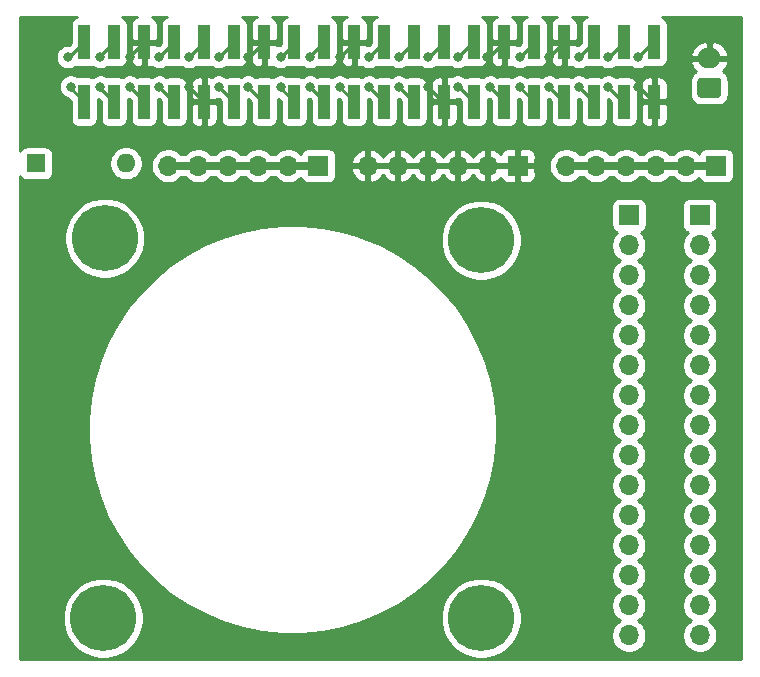
<source format=gbr>
%TF.GenerationSoftware,KiCad,Pcbnew,5.1.9-73d0e3b20d~88~ubuntu18.04.1*%
%TF.CreationDate,2021-07-10T12:21:25+03:00*%
%TF.ProjectId,Rpi-breakout,5270692d-6272-4656-916b-6f75742e6b69,rev?*%
%TF.SameCoordinates,Original*%
%TF.FileFunction,Copper,L1,Top*%
%TF.FilePolarity,Positive*%
%FSLAX46Y46*%
G04 Gerber Fmt 4.6, Leading zero omitted, Abs format (unit mm)*
G04 Created by KiCad (PCBNEW 5.1.9-73d0e3b20d~88~ubuntu18.04.1) date 2021-07-10 12:21:25*
%MOMM*%
%LPD*%
G01*
G04 APERTURE LIST*
%TA.AperFunction,ComponentPad*%
%ADD10O,1.600000X1.600000*%
%TD*%
%TA.AperFunction,ComponentPad*%
%ADD11R,1.600000X1.600000*%
%TD*%
%TA.AperFunction,ComponentPad*%
%ADD12O,1.700000X1.700000*%
%TD*%
%TA.AperFunction,ComponentPad*%
%ADD13R,1.700000X1.700000*%
%TD*%
%TA.AperFunction,SMDPad,CuDef*%
%ADD14R,1.000000X3.000000*%
%TD*%
%TA.AperFunction,ComponentPad*%
%ADD15C,5.600000*%
%TD*%
%TA.AperFunction,ComponentPad*%
%ADD16O,2.000000X1.700000*%
%TD*%
%TA.AperFunction,ViaPad*%
%ADD17C,0.800000*%
%TD*%
%TA.AperFunction,Conductor*%
%ADD18C,0.250000*%
%TD*%
%TA.AperFunction,Conductor*%
%ADD19C,0.700000*%
%TD*%
%TA.AperFunction,Conductor*%
%ADD20C,0.254000*%
%TD*%
%TA.AperFunction,Conductor*%
%ADD21C,0.100000*%
%TD*%
G04 APERTURE END LIST*
D10*
%TO.P,Fan,2*%
%TO.N,Net-(J102-Pad1)*%
X72920000Y-87500000D03*
D11*
%TO.P,Fan,1*%
%TO.N,+5V*%
X65300000Y-87500000D03*
%TD*%
D12*
%TO.P,J108,15*%
%TO.N,Net-(J107-Pad15)*%
X121500000Y-127460000D03*
%TO.P,J108,14*%
%TO.N,Net-(J107-Pad14)*%
X121500000Y-124920000D03*
%TO.P,J108,13*%
%TO.N,Net-(J107-Pad13)*%
X121500000Y-122380000D03*
%TO.P,J108,12*%
%TO.N,Net-(J107-Pad12)*%
X121500000Y-119840000D03*
%TO.P,J108,11*%
%TO.N,Net-(J107-Pad11)*%
X121500000Y-117300000D03*
%TO.P,J108,10*%
%TO.N,Net-(J107-Pad10)*%
X121500000Y-114760000D03*
%TO.P,J108,9*%
%TO.N,Net-(J107-Pad9)*%
X121500000Y-112220000D03*
%TO.P,J108,8*%
%TO.N,Net-(J107-Pad8)*%
X121500000Y-109680000D03*
%TO.P,J108,7*%
%TO.N,Net-(J107-Pad7)*%
X121500000Y-107140000D03*
%TO.P,J108,6*%
%TO.N,Net-(J107-Pad6)*%
X121500000Y-104600000D03*
%TO.P,J108,5*%
%TO.N,Net-(J107-Pad5)*%
X121500000Y-102060000D03*
%TO.P,J108,4*%
%TO.N,Net-(J107-Pad4)*%
X121500000Y-99520000D03*
%TO.P,J108,3*%
%TO.N,Net-(J107-Pad3)*%
X121500000Y-96980000D03*
%TO.P,J108,2*%
%TO.N,Net-(J107-Pad2)*%
X121500000Y-94440000D03*
D13*
%TO.P,J108,1*%
%TO.N,Net-(J107-Pad1)*%
X121500000Y-91900000D03*
%TD*%
D12*
%TO.P,J107,15*%
%TO.N,Net-(J107-Pad15)*%
X115500000Y-127460000D03*
%TO.P,J107,14*%
%TO.N,Net-(J107-Pad14)*%
X115500000Y-124920000D03*
%TO.P,J107,13*%
%TO.N,Net-(J107-Pad13)*%
X115500000Y-122380000D03*
%TO.P,J107,12*%
%TO.N,Net-(J107-Pad12)*%
X115500000Y-119840000D03*
%TO.P,J107,11*%
%TO.N,Net-(J107-Pad11)*%
X115500000Y-117300000D03*
%TO.P,J107,10*%
%TO.N,Net-(J107-Pad10)*%
X115500000Y-114760000D03*
%TO.P,J107,9*%
%TO.N,Net-(J107-Pad9)*%
X115500000Y-112220000D03*
%TO.P,J107,8*%
%TO.N,Net-(J107-Pad8)*%
X115500000Y-109680000D03*
%TO.P,J107,7*%
%TO.N,Net-(J107-Pad7)*%
X115500000Y-107140000D03*
%TO.P,J107,6*%
%TO.N,Net-(J107-Pad6)*%
X115500000Y-104600000D03*
%TO.P,J107,5*%
%TO.N,Net-(J107-Pad5)*%
X115500000Y-102060000D03*
%TO.P,J107,4*%
%TO.N,Net-(J107-Pad4)*%
X115500000Y-99520000D03*
%TO.P,J107,3*%
%TO.N,Net-(J107-Pad3)*%
X115500000Y-96980000D03*
%TO.P,J107,2*%
%TO.N,Net-(J107-Pad2)*%
X115500000Y-94440000D03*
D13*
%TO.P,J107,1*%
%TO.N,Net-(J107-Pad1)*%
X115500000Y-91900000D03*
%TD*%
D14*
%TO.P,J101,40*%
%TO.N,GND*%
X117630000Y-82270000D03*
%TO.P,J101,39*%
%TO.N,/C39*%
X117630000Y-77230000D03*
%TO.P,J101,38*%
%TO.N,/C38*%
X115090000Y-82270000D03*
%TO.P,J101,37*%
%TO.N,/C37*%
X115090000Y-77230000D03*
%TO.P,J101,36*%
%TO.N,/C36*%
X112550000Y-82270000D03*
%TO.P,J101,35*%
%TO.N,/C35*%
X112550000Y-77230000D03*
%TO.P,J101,34*%
%TO.N,/C34*%
X110010000Y-82270000D03*
%TO.P,J101,33*%
%TO.N,GND*%
X110010000Y-77230000D03*
%TO.P,J101,32*%
%TO.N,/C32*%
X107470000Y-82270000D03*
%TO.P,J101,31*%
%TO.N,/C31*%
X107470000Y-77230000D03*
%TO.P,J101,30*%
%TO.N,/C30*%
X104930000Y-82270000D03*
%TO.P,J101,29*%
%TO.N,GND*%
X104930000Y-77230000D03*
%TO.P,J101,28*%
%TO.N,/C28*%
X102390000Y-82270000D03*
%TO.P,J101,27*%
%TO.N,/C27*%
X102390000Y-77230000D03*
%TO.P,J101,26*%
%TO.N,GND*%
X99850000Y-82270000D03*
%TO.P,J101,25*%
%TO.N,/C25*%
X99850000Y-77230000D03*
%TO.P,J101,24*%
%TO.N,/C24*%
X97310000Y-82270000D03*
%TO.P,J101,23*%
%TO.N,/C23*%
X97310000Y-77230000D03*
%TO.P,J101,22*%
%TO.N,/C22*%
X94770000Y-82270000D03*
%TO.P,J101,21*%
%TO.N,/C21*%
X94770000Y-77230000D03*
%TO.P,J101,20*%
%TO.N,/C20*%
X92230000Y-82270000D03*
%TO.P,J101,19*%
%TO.N,GND*%
X92230000Y-77230000D03*
%TO.P,J101,18*%
%TO.N,+3V3*%
X89690000Y-82270000D03*
%TO.P,J101,17*%
%TO.N,/C17*%
X89690000Y-77230000D03*
%TO.P,J101,16*%
%TO.N,/C16*%
X87150000Y-82270000D03*
%TO.P,J101,15*%
%TO.N,/C15*%
X87150000Y-77230000D03*
%TO.P,J101,14*%
%TO.N,/C14*%
X84610000Y-82270000D03*
%TO.P,J101,13*%
%TO.N,GND*%
X84610000Y-77230000D03*
%TO.P,J101,12*%
%TO.N,/C12*%
X82070000Y-82270000D03*
%TO.P,J101,11*%
%TO.N,/C11*%
X82070000Y-77230000D03*
%TO.P,J101,10*%
%TO.N,GND*%
X79530000Y-82270000D03*
%TO.P,J101,9*%
%TO.N,/C9*%
X79530000Y-77230000D03*
%TO.P,J101,8*%
%TO.N,/C8*%
X76990000Y-82270000D03*
%TO.P,J101,7*%
%TO.N,/C7*%
X76990000Y-77230000D03*
%TO.P,J101,6*%
%TO.N,/C6*%
X74450000Y-82270000D03*
%TO.P,J101,5*%
%TO.N,GND*%
X74450000Y-77230000D03*
%TO.P,J101,4*%
%TO.N,/C4*%
X71910000Y-82270000D03*
%TO.P,J101,3*%
%TO.N,+5V*%
X71910000Y-77230000D03*
%TO.P,J101,2*%
%TO.N,/C2*%
X69370000Y-82270000D03*
%TO.P,J101,1*%
%TO.N,+5V*%
X69370000Y-77230000D03*
%TD*%
D15*
%TO.P,REF\u002A\u002A,1*%
%TO.N,N/C*%
X103000000Y-126000000D03*
%TD*%
%TO.P,REF\u002A\u002A,1*%
%TO.N,N/C*%
X71000000Y-126000000D03*
%TD*%
%TO.P,REF\u002A\u002A,1*%
%TO.N,N/C*%
X103000000Y-94000000D03*
%TD*%
%TO.P,REF\u002A\u002A,1*%
%TO.N,N/C*%
X71100000Y-93850000D03*
%TD*%
D12*
%TO.P,J106,6*%
%TO.N,+5V*%
X76500000Y-87700000D03*
%TO.P,J106,5*%
X79040000Y-87700000D03*
%TO.P,J106,4*%
X81580000Y-87700000D03*
%TO.P,J106,3*%
X84120000Y-87700000D03*
%TO.P,J106,2*%
X86660000Y-87700000D03*
D13*
%TO.P,J106,1*%
X89200000Y-87700000D03*
%TD*%
D12*
%TO.P,J104,6*%
%TO.N,+3V3*%
X110200000Y-87700000D03*
%TO.P,J104,5*%
X112740000Y-87700000D03*
%TO.P,J104,4*%
X115280000Y-87700000D03*
%TO.P,J104,3*%
X117820000Y-87700000D03*
%TO.P,J104,2*%
X120360000Y-87700000D03*
D13*
%TO.P,J104,1*%
X122900000Y-87700000D03*
%TD*%
D12*
%TO.P,J103,6*%
%TO.N,GND*%
X93400000Y-87700000D03*
%TO.P,J103,5*%
X95940000Y-87700000D03*
%TO.P,J103,4*%
X98480000Y-87700000D03*
%TO.P,J103,3*%
X101020000Y-87700000D03*
%TO.P,J103,2*%
X103560000Y-87700000D03*
D13*
%TO.P,J103,1*%
X106100000Y-87700000D03*
%TD*%
D16*
%TO.P,J102,2*%
%TO.N,GND*%
X122300000Y-78600000D03*
%TO.P,J102,1*%
%TO.N,Net-(J102-Pad1)*%
%TA.AperFunction,ComponentPad*%
G36*
G01*
X123050000Y-81950000D02*
X121550000Y-81950000D01*
G75*
G02*
X121300000Y-81700000I0J250000D01*
G01*
X121300000Y-80500000D01*
G75*
G02*
X121550000Y-80250000I250000J0D01*
G01*
X123050000Y-80250000D01*
G75*
G02*
X123300000Y-80500000I0J-250000D01*
G01*
X123300000Y-81700000D01*
G75*
G02*
X123050000Y-81950000I-250000J0D01*
G01*
G37*
%TD.AperFunction*%
%TD*%
D17*
%TO.N,/C39*%
X116250000Y-78500000D03*
%TO.N,/C38*%
X113750000Y-81000000D03*
%TO.N,/C37*%
X113750000Y-78500000D03*
%TO.N,/C36*%
X111250000Y-81000000D03*
%TO.N,/C35*%
X111250000Y-78500000D03*
%TO.N,/C34*%
X108750000Y-81000000D03*
%TO.N,/C32*%
X106250000Y-81000000D03*
%TO.N,/C31*%
X106250000Y-78500000D03*
%TO.N,/C30*%
X103750000Y-81000000D03*
%TO.N,/C28*%
X101000000Y-81000000D03*
%TO.N,/C27*%
X101000000Y-78500000D03*
%TO.N,/C25*%
X98500000Y-78500000D03*
%TO.N,/C24*%
X96000000Y-81000000D03*
%TO.N,/C23*%
X96000000Y-78500000D03*
%TO.N,/C22*%
X93500000Y-81000000D03*
%TO.N,/C21*%
X93500000Y-78500000D03*
%TO.N,/C20*%
X91000000Y-81000000D03*
%TO.N,/C17*%
X88500000Y-78500000D03*
%TO.N,/C16*%
X86000000Y-81000000D03*
%TO.N,/C15*%
X86000000Y-78500000D03*
%TO.N,/C14*%
X83250000Y-81000000D03*
%TO.N,/C12*%
X80750000Y-81000000D03*
%TO.N,/C11*%
X80750000Y-78500000D03*
%TO.N,/C9*%
X78250000Y-78500000D03*
%TO.N,/C8*%
X75750000Y-81000000D03*
%TO.N,/C7*%
X75750000Y-78500000D03*
%TO.N,/C6*%
X73250000Y-81000000D03*
%TO.N,/C4*%
X70750000Y-81000000D03*
%TO.N,/C2*%
X68250000Y-81000000D03*
%TO.N,GND*%
X116250000Y-81000000D03*
X108750000Y-78500000D03*
X103500000Y-78500000D03*
X98500000Y-81000000D03*
X91000000Y-78500000D03*
X83250000Y-78500000D03*
X78250000Y-81000000D03*
X73250000Y-78500000D03*
%TO.N,+5V*%
X70749998Y-78500000D03*
X68000000Y-78500000D03*
%TO.N,+3V3*%
X88500000Y-81000000D03*
%TD*%
D18*
%TO.N,/C39*%
X117630000Y-77230000D02*
X117520000Y-77230000D01*
X117520000Y-77230000D02*
X116250000Y-78500000D01*
%TO.N,/C38*%
X115090000Y-82270000D02*
X115020000Y-82270000D01*
X115020000Y-82270000D02*
X113750000Y-81000000D01*
%TO.N,/C37*%
X113820000Y-78500000D02*
X115090000Y-77230000D01*
X113750000Y-78500000D02*
X113820000Y-78500000D01*
%TO.N,/C36*%
X111280000Y-81000000D02*
X112550000Y-82270000D01*
X111250000Y-81000000D02*
X111280000Y-81000000D01*
%TO.N,/C35*%
X112550000Y-77230000D02*
X112520000Y-77230000D01*
X112520000Y-77230000D02*
X111250000Y-78500000D01*
%TO.N,/C34*%
X110010000Y-82270000D02*
X110010000Y-82260000D01*
X110010000Y-82260000D02*
X108750000Y-81000000D01*
%TO.N,/C32*%
X106250000Y-81050000D02*
X107470000Y-82270000D01*
X106250000Y-81000000D02*
X106250000Y-81050000D01*
%TO.N,/C31*%
X107470000Y-77230000D02*
X107470000Y-77280000D01*
X107470000Y-77280000D02*
X106250000Y-78500000D01*
%TO.N,/C30*%
X104930000Y-82270000D02*
X104930000Y-82180000D01*
X104930000Y-82180000D02*
X103750000Y-81000000D01*
%TO.N,/C28*%
X101120000Y-81000000D02*
X102390000Y-82270000D01*
X101000000Y-81000000D02*
X101120000Y-81000000D01*
%TO.N,/C27*%
X102390000Y-77230000D02*
X102270000Y-77230000D01*
X102270000Y-77230000D02*
X101000000Y-78500000D01*
%TO.N,/C25*%
X98580000Y-78500000D02*
X99850000Y-77230000D01*
X98500000Y-78500000D02*
X98580000Y-78500000D01*
%TO.N,/C24*%
X96040000Y-81000000D02*
X97310000Y-82270000D01*
X96000000Y-81000000D02*
X96040000Y-81000000D01*
%TO.N,/C23*%
X97310000Y-77230000D02*
X97270000Y-77230000D01*
X97270000Y-77230000D02*
X96000000Y-78500000D01*
%TO.N,/C22*%
X94770000Y-82270000D02*
X93500000Y-81000000D01*
%TO.N,/C21*%
X93500000Y-78500000D02*
X94770000Y-77230000D01*
%TO.N,/C20*%
X91000000Y-81040000D02*
X92230000Y-82270000D01*
X91000000Y-81000000D02*
X91000000Y-81040000D01*
%TO.N,/C17*%
X88500000Y-78420000D02*
X89690000Y-77230000D01*
X88500000Y-78500000D02*
X88500000Y-78420000D01*
%TO.N,/C16*%
X86000000Y-81120000D02*
X87150000Y-82270000D01*
X86000000Y-81000000D02*
X86000000Y-81120000D01*
%TO.N,/C15*%
X87150000Y-77230000D02*
X87150000Y-77350000D01*
X87150000Y-77350000D02*
X86000000Y-78500000D01*
%TO.N,/C14*%
X84610000Y-82270000D02*
X84520000Y-82270000D01*
X84520000Y-82270000D02*
X83250000Y-81000000D01*
%TO.N,/C12*%
X80800000Y-81000000D02*
X82070000Y-82270000D01*
X80750000Y-81000000D02*
X80800000Y-81000000D01*
%TO.N,/C11*%
X82070000Y-77230000D02*
X82020000Y-77230000D01*
X82020000Y-77230000D02*
X80750000Y-78500000D01*
%TO.N,/C9*%
X78260000Y-78500000D02*
X78250000Y-78500000D01*
X79530000Y-77230000D02*
X78260000Y-78500000D01*
%TO.N,/C8*%
X75750000Y-81030000D02*
X76990000Y-82270000D01*
X75750000Y-81000000D02*
X75750000Y-81030000D01*
%TO.N,/C7*%
X76990000Y-77230000D02*
X76990000Y-77260000D01*
X76990000Y-77260000D02*
X75750000Y-78500000D01*
%TO.N,/C6*%
X74450000Y-82270000D02*
X74450000Y-82200000D01*
X74450000Y-82200000D02*
X73250000Y-81000000D01*
%TO.N,/C4*%
X70750000Y-81110000D02*
X71910000Y-82270000D01*
X70750000Y-81000000D02*
X70750000Y-81110000D01*
%TO.N,/C2*%
X69370000Y-82270000D02*
X68250000Y-81150000D01*
X68250000Y-81150000D02*
X68250000Y-81000000D01*
%TO.N,GND*%
X116360000Y-81000000D02*
X117630000Y-82270000D01*
X116250000Y-81000000D02*
X116360000Y-81000000D01*
X108750000Y-78490000D02*
X110010000Y-77230000D01*
X108750000Y-78500000D02*
X108750000Y-78490000D01*
X103660000Y-78500000D02*
X104930000Y-77230000D01*
X103500000Y-78500000D02*
X103660000Y-78500000D01*
X99850000Y-82270000D02*
X99770000Y-82270000D01*
X99770000Y-82270000D02*
X98500000Y-81000000D01*
X92230000Y-77230000D02*
X92230000Y-77270000D01*
X92230000Y-77270000D02*
X91000000Y-78500000D01*
X83340000Y-78500000D02*
X84610000Y-77230000D01*
X83250000Y-78500000D02*
X83340000Y-78500000D01*
X78260000Y-81000000D02*
X78250000Y-81000000D01*
X79530000Y-82270000D02*
X78260000Y-81000000D01*
X74450000Y-77230000D02*
X73250000Y-78430000D01*
X73250000Y-78430000D02*
X73250000Y-78500000D01*
%TO.N,+5V*%
X71910000Y-77230000D02*
X70749998Y-78390002D01*
X70749998Y-78390002D02*
X70749998Y-78500000D01*
X69370000Y-77230000D02*
X68100000Y-78500000D01*
X68100000Y-78500000D02*
X68000000Y-78500000D01*
D19*
X76500000Y-87700000D02*
X79040000Y-87700000D01*
X79040000Y-87700000D02*
X81580000Y-87700000D01*
X81580000Y-87700000D02*
X84120000Y-87700000D01*
X84120000Y-87700000D02*
X86660000Y-87700000D01*
X86660000Y-87700000D02*
X89200000Y-87700000D01*
D18*
%TO.N,+3V3*%
X89690000Y-82270000D02*
X89690000Y-82190000D01*
X89690000Y-82190000D02*
X88500000Y-81000000D01*
D19*
X110200000Y-87700000D02*
X112740000Y-87700000D01*
X112740000Y-87700000D02*
X115280000Y-87700000D01*
X115280000Y-87700000D02*
X117820000Y-87700000D01*
X117820000Y-87700000D02*
X120360000Y-87700000D01*
X120360000Y-87700000D02*
X122900000Y-87700000D01*
%TD*%
D20*
%TO.N,GND*%
X68625820Y-75140498D02*
X68515506Y-75199463D01*
X68418815Y-75278815D01*
X68339463Y-75375506D01*
X68280498Y-75485820D01*
X68244188Y-75605518D01*
X68231928Y-75730000D01*
X68231928Y-77293270D01*
X68060199Y-77465000D01*
X67898061Y-77465000D01*
X67698102Y-77504774D01*
X67509744Y-77582795D01*
X67340226Y-77696063D01*
X67196063Y-77840226D01*
X67082795Y-78009744D01*
X67004774Y-78198102D01*
X66965000Y-78398061D01*
X66965000Y-78601939D01*
X67004774Y-78801898D01*
X67082795Y-78990256D01*
X67196063Y-79159774D01*
X67340226Y-79303937D01*
X67509744Y-79417205D01*
X67698102Y-79495226D01*
X67898061Y-79535000D01*
X68101939Y-79535000D01*
X68301898Y-79495226D01*
X68490256Y-79417205D01*
X68633151Y-79321726D01*
X68745518Y-79355812D01*
X68870000Y-79368072D01*
X69870000Y-79368072D01*
X69994482Y-79355812D01*
X70113725Y-79319640D01*
X70259742Y-79417205D01*
X70448100Y-79495226D01*
X70648059Y-79535000D01*
X70851937Y-79535000D01*
X71051896Y-79495226D01*
X71240254Y-79417205D01*
X71326147Y-79359813D01*
X71410000Y-79368072D01*
X72410000Y-79368072D01*
X72534482Y-79355812D01*
X72654180Y-79319502D01*
X72764494Y-79260537D01*
X72861185Y-79181185D01*
X72940537Y-79084494D01*
X72999502Y-78974180D01*
X73035812Y-78854482D01*
X73048072Y-78730000D01*
X73311928Y-78730000D01*
X73324188Y-78854482D01*
X73360498Y-78974180D01*
X73419463Y-79084494D01*
X73498815Y-79181185D01*
X73595506Y-79260537D01*
X73705820Y-79319502D01*
X73825518Y-79355812D01*
X73950000Y-79368072D01*
X74164250Y-79365000D01*
X74323000Y-79206250D01*
X74323000Y-77357000D01*
X73473750Y-77357000D01*
X73315000Y-77515750D01*
X73311928Y-78730000D01*
X73048072Y-78730000D01*
X73048072Y-75730000D01*
X73035812Y-75605518D01*
X72999502Y-75485820D01*
X72940537Y-75375506D01*
X72861185Y-75278815D01*
X72764494Y-75199463D01*
X72654180Y-75140498D01*
X72553642Y-75110000D01*
X73806358Y-75110000D01*
X73705820Y-75140498D01*
X73595506Y-75199463D01*
X73498815Y-75278815D01*
X73419463Y-75375506D01*
X73360498Y-75485820D01*
X73324188Y-75605518D01*
X73311928Y-75730000D01*
X73315000Y-76944250D01*
X73473750Y-77103000D01*
X74323000Y-77103000D01*
X74323000Y-77083000D01*
X74577000Y-77083000D01*
X74577000Y-77103000D01*
X75426250Y-77103000D01*
X75585000Y-76944250D01*
X75588072Y-75730000D01*
X75575812Y-75605518D01*
X75539502Y-75485820D01*
X75480537Y-75375506D01*
X75401185Y-75278815D01*
X75304494Y-75199463D01*
X75194180Y-75140498D01*
X75093642Y-75110000D01*
X76346358Y-75110000D01*
X76245820Y-75140498D01*
X76135506Y-75199463D01*
X76038815Y-75278815D01*
X75959463Y-75375506D01*
X75900498Y-75485820D01*
X75864188Y-75605518D01*
X75851928Y-75730000D01*
X75851928Y-77323270D01*
X75710199Y-77465000D01*
X75648061Y-77465000D01*
X75553132Y-77483882D01*
X75426250Y-77357000D01*
X74577000Y-77357000D01*
X74577000Y-79206250D01*
X74735750Y-79365000D01*
X74950000Y-79368072D01*
X75074482Y-79355812D01*
X75138706Y-79336330D01*
X75259744Y-79417205D01*
X75448102Y-79495226D01*
X75648061Y-79535000D01*
X75851939Y-79535000D01*
X76051898Y-79495226D01*
X76240256Y-79417205D01*
X76342560Y-79348848D01*
X76365518Y-79355812D01*
X76490000Y-79368072D01*
X77490000Y-79368072D01*
X77614482Y-79355812D01*
X77651195Y-79344675D01*
X77759744Y-79417205D01*
X77948102Y-79495226D01*
X78148061Y-79535000D01*
X78351939Y-79535000D01*
X78551898Y-79495226D01*
X78740256Y-79417205D01*
X78855050Y-79340503D01*
X78905518Y-79355812D01*
X79030000Y-79368072D01*
X80030000Y-79368072D01*
X80154482Y-79355812D01*
X80163685Y-79353020D01*
X80259744Y-79417205D01*
X80448102Y-79495226D01*
X80648061Y-79535000D01*
X80851939Y-79535000D01*
X81051898Y-79495226D01*
X81240256Y-79417205D01*
X81367539Y-79332157D01*
X81445518Y-79355812D01*
X81570000Y-79368072D01*
X82570000Y-79368072D01*
X82694482Y-79355812D01*
X82814180Y-79319502D01*
X82924494Y-79260537D01*
X83021185Y-79181185D01*
X83100537Y-79084494D01*
X83159502Y-78974180D01*
X83195812Y-78854482D01*
X83208072Y-78730000D01*
X83471928Y-78730000D01*
X83484188Y-78854482D01*
X83520498Y-78974180D01*
X83579463Y-79084494D01*
X83658815Y-79181185D01*
X83755506Y-79260537D01*
X83865820Y-79319502D01*
X83985518Y-79355812D01*
X84110000Y-79368072D01*
X84324250Y-79365000D01*
X84483000Y-79206250D01*
X84483000Y-77357000D01*
X83633750Y-77357000D01*
X83475000Y-77515750D01*
X83471928Y-78730000D01*
X83208072Y-78730000D01*
X83208072Y-75730000D01*
X83195812Y-75605518D01*
X83159502Y-75485820D01*
X83100537Y-75375506D01*
X83021185Y-75278815D01*
X82924494Y-75199463D01*
X82814180Y-75140498D01*
X82713642Y-75110000D01*
X83966358Y-75110000D01*
X83865820Y-75140498D01*
X83755506Y-75199463D01*
X83658815Y-75278815D01*
X83579463Y-75375506D01*
X83520498Y-75485820D01*
X83484188Y-75605518D01*
X83471928Y-75730000D01*
X83475000Y-76944250D01*
X83633750Y-77103000D01*
X84483000Y-77103000D01*
X84483000Y-77083000D01*
X84737000Y-77083000D01*
X84737000Y-77103000D01*
X85586250Y-77103000D01*
X85745000Y-76944250D01*
X85748072Y-75730000D01*
X85735812Y-75605518D01*
X85699502Y-75485820D01*
X85640537Y-75375506D01*
X85561185Y-75278815D01*
X85464494Y-75199463D01*
X85354180Y-75140498D01*
X85253642Y-75110000D01*
X86506358Y-75110000D01*
X86405820Y-75140498D01*
X86295506Y-75199463D01*
X86198815Y-75278815D01*
X86119463Y-75375506D01*
X86060498Y-75485820D01*
X86024188Y-75605518D01*
X86011928Y-75730000D01*
X86011928Y-77413271D01*
X85960199Y-77465000D01*
X85898061Y-77465000D01*
X85728064Y-77498814D01*
X85586250Y-77357000D01*
X84737000Y-77357000D01*
X84737000Y-79206250D01*
X84895750Y-79365000D01*
X85110000Y-79368072D01*
X85234482Y-79355812D01*
X85354180Y-79319502D01*
X85359369Y-79316728D01*
X85509744Y-79417205D01*
X85698102Y-79495226D01*
X85898061Y-79535000D01*
X86101939Y-79535000D01*
X86301898Y-79495226D01*
X86490256Y-79417205D01*
X86574864Y-79360672D01*
X86650000Y-79368072D01*
X87650000Y-79368072D01*
X87774482Y-79355812D01*
X87873094Y-79325898D01*
X88009744Y-79417205D01*
X88198102Y-79495226D01*
X88398061Y-79535000D01*
X88601939Y-79535000D01*
X88801898Y-79495226D01*
X88990256Y-79417205D01*
X89080002Y-79357239D01*
X89190000Y-79368072D01*
X90190000Y-79368072D01*
X90314482Y-79355812D01*
X90434180Y-79319502D01*
X90544494Y-79260537D01*
X90641185Y-79181185D01*
X90720537Y-79084494D01*
X90779502Y-78974180D01*
X90815812Y-78854482D01*
X90828072Y-78730000D01*
X91091928Y-78730000D01*
X91104188Y-78854482D01*
X91140498Y-78974180D01*
X91199463Y-79084494D01*
X91278815Y-79181185D01*
X91375506Y-79260537D01*
X91485820Y-79319502D01*
X91605518Y-79355812D01*
X91730000Y-79368072D01*
X91944250Y-79365000D01*
X92103000Y-79206250D01*
X92103000Y-77357000D01*
X91253750Y-77357000D01*
X91095000Y-77515750D01*
X91091928Y-78730000D01*
X90828072Y-78730000D01*
X90828072Y-75730000D01*
X90815812Y-75605518D01*
X90779502Y-75485820D01*
X90720537Y-75375506D01*
X90641185Y-75278815D01*
X90544494Y-75199463D01*
X90434180Y-75140498D01*
X90333642Y-75110000D01*
X91586358Y-75110000D01*
X91485820Y-75140498D01*
X91375506Y-75199463D01*
X91278815Y-75278815D01*
X91199463Y-75375506D01*
X91140498Y-75485820D01*
X91104188Y-75605518D01*
X91091928Y-75730000D01*
X91095000Y-76944250D01*
X91253750Y-77103000D01*
X92103000Y-77103000D01*
X92103000Y-77083000D01*
X92357000Y-77083000D01*
X92357000Y-77103000D01*
X93206250Y-77103000D01*
X93365000Y-76944250D01*
X93368072Y-75730000D01*
X93355812Y-75605518D01*
X93319502Y-75485820D01*
X93260537Y-75375506D01*
X93181185Y-75278815D01*
X93084494Y-75199463D01*
X92974180Y-75140498D01*
X92873642Y-75110000D01*
X94126358Y-75110000D01*
X94025820Y-75140498D01*
X93915506Y-75199463D01*
X93818815Y-75278815D01*
X93739463Y-75375506D01*
X93680498Y-75485820D01*
X93644188Y-75605518D01*
X93631928Y-75730000D01*
X93631928Y-77293270D01*
X93460199Y-77465000D01*
X93398061Y-77465000D01*
X93328155Y-77478905D01*
X93206250Y-77357000D01*
X92357000Y-77357000D01*
X92357000Y-79206250D01*
X92515750Y-79365000D01*
X92730000Y-79368072D01*
X92854482Y-79355812D01*
X92898073Y-79342589D01*
X93009744Y-79417205D01*
X93198102Y-79495226D01*
X93398061Y-79535000D01*
X93601939Y-79535000D01*
X93801898Y-79495226D01*
X93990256Y-79417205D01*
X94101927Y-79342589D01*
X94145518Y-79355812D01*
X94270000Y-79368072D01*
X95270000Y-79368072D01*
X95394482Y-79355812D01*
X95410562Y-79350934D01*
X95509744Y-79417205D01*
X95698102Y-79495226D01*
X95898061Y-79535000D01*
X96101939Y-79535000D01*
X96301898Y-79495226D01*
X96490256Y-79417205D01*
X96614417Y-79334244D01*
X96685518Y-79355812D01*
X96810000Y-79368072D01*
X97810000Y-79368072D01*
X97919998Y-79357239D01*
X98009744Y-79417205D01*
X98198102Y-79495226D01*
X98398061Y-79535000D01*
X98601939Y-79535000D01*
X98801898Y-79495226D01*
X98990256Y-79417205D01*
X99126906Y-79325898D01*
X99225518Y-79355812D01*
X99350000Y-79368072D01*
X100350000Y-79368072D01*
X100425136Y-79360672D01*
X100509744Y-79417205D01*
X100698102Y-79495226D01*
X100898061Y-79535000D01*
X101101939Y-79535000D01*
X101301898Y-79495226D01*
X101490256Y-79417205D01*
X101640631Y-79316728D01*
X101645820Y-79319502D01*
X101765518Y-79355812D01*
X101890000Y-79368072D01*
X102890000Y-79368072D01*
X103014482Y-79355812D01*
X103134180Y-79319502D01*
X103244494Y-79260537D01*
X103341185Y-79181185D01*
X103420537Y-79084494D01*
X103479502Y-78974180D01*
X103515812Y-78854482D01*
X103528072Y-78730000D01*
X103791928Y-78730000D01*
X103804188Y-78854482D01*
X103840498Y-78974180D01*
X103899463Y-79084494D01*
X103978815Y-79181185D01*
X104075506Y-79260537D01*
X104185820Y-79319502D01*
X104305518Y-79355812D01*
X104430000Y-79368072D01*
X104644250Y-79365000D01*
X104803000Y-79206250D01*
X104803000Y-77357000D01*
X103953750Y-77357000D01*
X103795000Y-77515750D01*
X103791928Y-78730000D01*
X103528072Y-78730000D01*
X103528072Y-75730000D01*
X103515812Y-75605518D01*
X103479502Y-75485820D01*
X103420537Y-75375506D01*
X103341185Y-75278815D01*
X103244494Y-75199463D01*
X103134180Y-75140498D01*
X103033642Y-75110000D01*
X104286358Y-75110000D01*
X104185820Y-75140498D01*
X104075506Y-75199463D01*
X103978815Y-75278815D01*
X103899463Y-75375506D01*
X103840498Y-75485820D01*
X103804188Y-75605518D01*
X103791928Y-75730000D01*
X103795000Y-76944250D01*
X103953750Y-77103000D01*
X104803000Y-77103000D01*
X104803000Y-77083000D01*
X105057000Y-77083000D01*
X105057000Y-77103000D01*
X105906250Y-77103000D01*
X106065000Y-76944250D01*
X106068072Y-75730000D01*
X106055812Y-75605518D01*
X106019502Y-75485820D01*
X105960537Y-75375506D01*
X105881185Y-75278815D01*
X105784494Y-75199463D01*
X105674180Y-75140498D01*
X105573642Y-75110000D01*
X106826358Y-75110000D01*
X106725820Y-75140498D01*
X106615506Y-75199463D01*
X106518815Y-75278815D01*
X106439463Y-75375506D01*
X106380498Y-75485820D01*
X106344188Y-75605518D01*
X106331928Y-75730000D01*
X106331928Y-77343270D01*
X106210199Y-77465000D01*
X106148061Y-77465000D01*
X106036451Y-77487201D01*
X105906250Y-77357000D01*
X105057000Y-77357000D01*
X105057000Y-79206250D01*
X105215750Y-79365000D01*
X105430000Y-79368072D01*
X105554482Y-79355812D01*
X105632461Y-79332157D01*
X105759744Y-79417205D01*
X105948102Y-79495226D01*
X106148061Y-79535000D01*
X106351939Y-79535000D01*
X106551898Y-79495226D01*
X106740256Y-79417205D01*
X106836315Y-79353020D01*
X106845518Y-79355812D01*
X106970000Y-79368072D01*
X107970000Y-79368072D01*
X108094482Y-79355812D01*
X108214180Y-79319502D01*
X108324494Y-79260537D01*
X108421185Y-79181185D01*
X108500537Y-79084494D01*
X108559502Y-78974180D01*
X108595812Y-78854482D01*
X108608072Y-78730000D01*
X108871928Y-78730000D01*
X108884188Y-78854482D01*
X108920498Y-78974180D01*
X108979463Y-79084494D01*
X109058815Y-79181185D01*
X109155506Y-79260537D01*
X109265820Y-79319502D01*
X109385518Y-79355812D01*
X109510000Y-79368072D01*
X109724250Y-79365000D01*
X109883000Y-79206250D01*
X109883000Y-77357000D01*
X109033750Y-77357000D01*
X108875000Y-77515750D01*
X108871928Y-78730000D01*
X108608072Y-78730000D01*
X108608072Y-75730000D01*
X108595812Y-75605518D01*
X108559502Y-75485820D01*
X108500537Y-75375506D01*
X108421185Y-75278815D01*
X108324494Y-75199463D01*
X108214180Y-75140498D01*
X108113642Y-75110000D01*
X109366358Y-75110000D01*
X109265820Y-75140498D01*
X109155506Y-75199463D01*
X109058815Y-75278815D01*
X108979463Y-75375506D01*
X108920498Y-75485820D01*
X108884188Y-75605518D01*
X108871928Y-75730000D01*
X108875000Y-76944250D01*
X109033750Y-77103000D01*
X109883000Y-77103000D01*
X109883000Y-77083000D01*
X110137000Y-77083000D01*
X110137000Y-77103000D01*
X110986250Y-77103000D01*
X111145000Y-76944250D01*
X111148072Y-75730000D01*
X111135812Y-75605518D01*
X111099502Y-75485820D01*
X111040537Y-75375506D01*
X110961185Y-75278815D01*
X110864494Y-75199463D01*
X110754180Y-75140498D01*
X110653642Y-75110000D01*
X111906358Y-75110000D01*
X111805820Y-75140498D01*
X111695506Y-75199463D01*
X111598815Y-75278815D01*
X111519463Y-75375506D01*
X111460498Y-75485820D01*
X111424188Y-75605518D01*
X111411928Y-75730000D01*
X111411928Y-77263270D01*
X111210199Y-77465000D01*
X111148061Y-77465000D01*
X111103178Y-77473928D01*
X110986250Y-77357000D01*
X110137000Y-77357000D01*
X110137000Y-79206250D01*
X110295750Y-79365000D01*
X110510000Y-79368072D01*
X110634482Y-79355812D01*
X110657440Y-79348848D01*
X110759744Y-79417205D01*
X110948102Y-79495226D01*
X111148061Y-79535000D01*
X111351939Y-79535000D01*
X111551898Y-79495226D01*
X111740256Y-79417205D01*
X111861294Y-79336330D01*
X111925518Y-79355812D01*
X112050000Y-79368072D01*
X113050000Y-79368072D01*
X113168713Y-79356380D01*
X113259744Y-79417205D01*
X113448102Y-79495226D01*
X113648061Y-79535000D01*
X113851939Y-79535000D01*
X114051898Y-79495226D01*
X114240256Y-79417205D01*
X114373784Y-79327985D01*
X114465518Y-79355812D01*
X114590000Y-79368072D01*
X115590000Y-79368072D01*
X115673852Y-79359814D01*
X115759744Y-79417205D01*
X115948102Y-79495226D01*
X116148061Y-79535000D01*
X116351939Y-79535000D01*
X116551898Y-79495226D01*
X116740256Y-79417205D01*
X116886273Y-79319640D01*
X117005518Y-79355812D01*
X117130000Y-79368072D01*
X118130000Y-79368072D01*
X118254482Y-79355812D01*
X118374180Y-79319502D01*
X118484494Y-79260537D01*
X118581185Y-79181185D01*
X118660537Y-79084494D01*
X118719502Y-78974180D01*
X118755812Y-78854482D01*
X118768072Y-78730000D01*
X118768072Y-78243110D01*
X120708524Y-78243110D01*
X120829845Y-78473000D01*
X122173000Y-78473000D01*
X122173000Y-77272768D01*
X122427000Y-77272768D01*
X122427000Y-78473000D01*
X123770155Y-78473000D01*
X123891476Y-78243110D01*
X123889554Y-78230739D01*
X123789854Y-77956991D01*
X123638664Y-77707954D01*
X123441795Y-77493198D01*
X123206812Y-77320975D01*
X122942745Y-77197904D01*
X122659742Y-77128715D01*
X122427000Y-77272768D01*
X122173000Y-77272768D01*
X121940258Y-77128715D01*
X121657255Y-77197904D01*
X121393188Y-77320975D01*
X121158205Y-77493198D01*
X120961336Y-77707954D01*
X120810146Y-77956991D01*
X120710446Y-78230739D01*
X120708524Y-78243110D01*
X118768072Y-78243110D01*
X118768072Y-75730000D01*
X118755812Y-75605518D01*
X118719502Y-75485820D01*
X118660537Y-75375506D01*
X118581185Y-75278815D01*
X118484494Y-75199463D01*
X118374180Y-75140498D01*
X118273642Y-75110000D01*
X124865278Y-75110000D01*
X124916820Y-75115054D01*
X124932996Y-75119938D01*
X124947923Y-75127874D01*
X124961018Y-75138554D01*
X124971789Y-75151575D01*
X124979830Y-75166445D01*
X124984827Y-75182590D01*
X124990000Y-75231805D01*
X124990001Y-129365269D01*
X124984946Y-129416819D01*
X124980062Y-129432999D01*
X124972127Y-129447921D01*
X124961447Y-129461016D01*
X124948424Y-129471790D01*
X124933553Y-129479831D01*
X124917413Y-129484827D01*
X124868195Y-129490000D01*
X64034721Y-129490000D01*
X63983181Y-129484946D01*
X63967001Y-129480062D01*
X63952079Y-129472127D01*
X63938984Y-129461447D01*
X63928210Y-129448424D01*
X63920169Y-129433553D01*
X63915173Y-129417413D01*
X63910000Y-129368195D01*
X63910000Y-125661682D01*
X67565000Y-125661682D01*
X67565000Y-126338318D01*
X67697006Y-127001952D01*
X67955943Y-127627082D01*
X68331862Y-128189685D01*
X68810315Y-128668138D01*
X69372918Y-129044057D01*
X69998048Y-129302994D01*
X70661682Y-129435000D01*
X71338318Y-129435000D01*
X72001952Y-129302994D01*
X72627082Y-129044057D01*
X73189685Y-128668138D01*
X73668138Y-128189685D01*
X74044057Y-127627082D01*
X74302994Y-127001952D01*
X74435000Y-126338318D01*
X74435000Y-125661682D01*
X74302994Y-124998048D01*
X74044057Y-124372918D01*
X73668138Y-123810315D01*
X73189685Y-123331862D01*
X72627082Y-122955943D01*
X72001952Y-122697006D01*
X71338318Y-122565000D01*
X70661682Y-122565000D01*
X69998048Y-122697006D01*
X69372918Y-122955943D01*
X68810315Y-123331862D01*
X68331862Y-123810315D01*
X67955943Y-124372918D01*
X67697006Y-124998048D01*
X67565000Y-125661682D01*
X63910000Y-125661682D01*
X63910000Y-109149985D01*
X69697550Y-109149985D01*
X69697550Y-110850015D01*
X69864182Y-112541859D01*
X70195841Y-114209223D01*
X70689334Y-115836050D01*
X71339907Y-117406672D01*
X72141295Y-118905965D01*
X73085781Y-120319488D01*
X74164269Y-121633629D01*
X75366371Y-122835731D01*
X76680512Y-123914219D01*
X78094035Y-124858705D01*
X79593328Y-125660093D01*
X81163950Y-126310666D01*
X82790777Y-126804159D01*
X84458141Y-127135818D01*
X86149985Y-127302450D01*
X87850015Y-127302450D01*
X89541859Y-127135818D01*
X91209223Y-126804159D01*
X92836050Y-126310666D01*
X94402835Y-125661682D01*
X99565000Y-125661682D01*
X99565000Y-126338318D01*
X99697006Y-127001952D01*
X99955943Y-127627082D01*
X100331862Y-128189685D01*
X100810315Y-128668138D01*
X101372918Y-129044057D01*
X101998048Y-129302994D01*
X102661682Y-129435000D01*
X103338318Y-129435000D01*
X104001952Y-129302994D01*
X104627082Y-129044057D01*
X105189685Y-128668138D01*
X105668138Y-128189685D01*
X106044057Y-127627082D01*
X106302994Y-127001952D01*
X106435000Y-126338318D01*
X106435000Y-125661682D01*
X106302994Y-124998048D01*
X106044057Y-124372918D01*
X105668138Y-123810315D01*
X105189685Y-123331862D01*
X104627082Y-122955943D01*
X104001952Y-122697006D01*
X103338318Y-122565000D01*
X102661682Y-122565000D01*
X101998048Y-122697006D01*
X101372918Y-122955943D01*
X100810315Y-123331862D01*
X100331862Y-123810315D01*
X99955943Y-124372918D01*
X99697006Y-124998048D01*
X99565000Y-125661682D01*
X94402835Y-125661682D01*
X94406672Y-125660093D01*
X95905965Y-124858705D01*
X97319488Y-123914219D01*
X98633629Y-122835731D01*
X99835731Y-121633629D01*
X100914219Y-120319488D01*
X101858705Y-118905965D01*
X102660093Y-117406672D01*
X103310666Y-115836050D01*
X103804159Y-114209223D01*
X104135818Y-112541859D01*
X104302450Y-110850015D01*
X104302450Y-109149985D01*
X104135818Y-107458141D01*
X103804159Y-105790777D01*
X103310666Y-104163950D01*
X102660093Y-102593328D01*
X101858705Y-101094035D01*
X100914219Y-99680512D01*
X99835731Y-98366371D01*
X98633629Y-97164269D01*
X97319488Y-96085781D01*
X95905965Y-95141295D01*
X94406672Y-94339907D01*
X92836050Y-93689334D01*
X92744894Y-93661682D01*
X99565000Y-93661682D01*
X99565000Y-94338318D01*
X99697006Y-95001952D01*
X99955943Y-95627082D01*
X100331862Y-96189685D01*
X100810315Y-96668138D01*
X101372918Y-97044057D01*
X101998048Y-97302994D01*
X102661682Y-97435000D01*
X103338318Y-97435000D01*
X104001952Y-97302994D01*
X104627082Y-97044057D01*
X105189685Y-96668138D01*
X105668138Y-96189685D01*
X106044057Y-95627082D01*
X106302994Y-95001952D01*
X106435000Y-94338318D01*
X106435000Y-93661682D01*
X106302994Y-92998048D01*
X106044057Y-92372918D01*
X105668138Y-91810315D01*
X105189685Y-91331862D01*
X104767849Y-91050000D01*
X114011928Y-91050000D01*
X114011928Y-92750000D01*
X114024188Y-92874482D01*
X114060498Y-92994180D01*
X114119463Y-93104494D01*
X114198815Y-93201185D01*
X114295506Y-93280537D01*
X114405820Y-93339502D01*
X114478380Y-93361513D01*
X114346525Y-93493368D01*
X114184010Y-93736589D01*
X114072068Y-94006842D01*
X114015000Y-94293740D01*
X114015000Y-94586260D01*
X114072068Y-94873158D01*
X114184010Y-95143411D01*
X114346525Y-95386632D01*
X114553368Y-95593475D01*
X114727760Y-95710000D01*
X114553368Y-95826525D01*
X114346525Y-96033368D01*
X114184010Y-96276589D01*
X114072068Y-96546842D01*
X114015000Y-96833740D01*
X114015000Y-97126260D01*
X114072068Y-97413158D01*
X114184010Y-97683411D01*
X114346525Y-97926632D01*
X114553368Y-98133475D01*
X114727760Y-98250000D01*
X114553368Y-98366525D01*
X114346525Y-98573368D01*
X114184010Y-98816589D01*
X114072068Y-99086842D01*
X114015000Y-99373740D01*
X114015000Y-99666260D01*
X114072068Y-99953158D01*
X114184010Y-100223411D01*
X114346525Y-100466632D01*
X114553368Y-100673475D01*
X114727760Y-100790000D01*
X114553368Y-100906525D01*
X114346525Y-101113368D01*
X114184010Y-101356589D01*
X114072068Y-101626842D01*
X114015000Y-101913740D01*
X114015000Y-102206260D01*
X114072068Y-102493158D01*
X114184010Y-102763411D01*
X114346525Y-103006632D01*
X114553368Y-103213475D01*
X114727760Y-103330000D01*
X114553368Y-103446525D01*
X114346525Y-103653368D01*
X114184010Y-103896589D01*
X114072068Y-104166842D01*
X114015000Y-104453740D01*
X114015000Y-104746260D01*
X114072068Y-105033158D01*
X114184010Y-105303411D01*
X114346525Y-105546632D01*
X114553368Y-105753475D01*
X114727760Y-105870000D01*
X114553368Y-105986525D01*
X114346525Y-106193368D01*
X114184010Y-106436589D01*
X114072068Y-106706842D01*
X114015000Y-106993740D01*
X114015000Y-107286260D01*
X114072068Y-107573158D01*
X114184010Y-107843411D01*
X114346525Y-108086632D01*
X114553368Y-108293475D01*
X114727760Y-108410000D01*
X114553368Y-108526525D01*
X114346525Y-108733368D01*
X114184010Y-108976589D01*
X114072068Y-109246842D01*
X114015000Y-109533740D01*
X114015000Y-109826260D01*
X114072068Y-110113158D01*
X114184010Y-110383411D01*
X114346525Y-110626632D01*
X114553368Y-110833475D01*
X114727760Y-110950000D01*
X114553368Y-111066525D01*
X114346525Y-111273368D01*
X114184010Y-111516589D01*
X114072068Y-111786842D01*
X114015000Y-112073740D01*
X114015000Y-112366260D01*
X114072068Y-112653158D01*
X114184010Y-112923411D01*
X114346525Y-113166632D01*
X114553368Y-113373475D01*
X114727760Y-113490000D01*
X114553368Y-113606525D01*
X114346525Y-113813368D01*
X114184010Y-114056589D01*
X114072068Y-114326842D01*
X114015000Y-114613740D01*
X114015000Y-114906260D01*
X114072068Y-115193158D01*
X114184010Y-115463411D01*
X114346525Y-115706632D01*
X114553368Y-115913475D01*
X114727760Y-116030000D01*
X114553368Y-116146525D01*
X114346525Y-116353368D01*
X114184010Y-116596589D01*
X114072068Y-116866842D01*
X114015000Y-117153740D01*
X114015000Y-117446260D01*
X114072068Y-117733158D01*
X114184010Y-118003411D01*
X114346525Y-118246632D01*
X114553368Y-118453475D01*
X114727760Y-118570000D01*
X114553368Y-118686525D01*
X114346525Y-118893368D01*
X114184010Y-119136589D01*
X114072068Y-119406842D01*
X114015000Y-119693740D01*
X114015000Y-119986260D01*
X114072068Y-120273158D01*
X114184010Y-120543411D01*
X114346525Y-120786632D01*
X114553368Y-120993475D01*
X114727760Y-121110000D01*
X114553368Y-121226525D01*
X114346525Y-121433368D01*
X114184010Y-121676589D01*
X114072068Y-121946842D01*
X114015000Y-122233740D01*
X114015000Y-122526260D01*
X114072068Y-122813158D01*
X114184010Y-123083411D01*
X114346525Y-123326632D01*
X114553368Y-123533475D01*
X114727760Y-123650000D01*
X114553368Y-123766525D01*
X114346525Y-123973368D01*
X114184010Y-124216589D01*
X114072068Y-124486842D01*
X114015000Y-124773740D01*
X114015000Y-125066260D01*
X114072068Y-125353158D01*
X114184010Y-125623411D01*
X114346525Y-125866632D01*
X114553368Y-126073475D01*
X114727760Y-126190000D01*
X114553368Y-126306525D01*
X114346525Y-126513368D01*
X114184010Y-126756589D01*
X114072068Y-127026842D01*
X114015000Y-127313740D01*
X114015000Y-127606260D01*
X114072068Y-127893158D01*
X114184010Y-128163411D01*
X114346525Y-128406632D01*
X114553368Y-128613475D01*
X114796589Y-128775990D01*
X115066842Y-128887932D01*
X115353740Y-128945000D01*
X115646260Y-128945000D01*
X115933158Y-128887932D01*
X116203411Y-128775990D01*
X116446632Y-128613475D01*
X116653475Y-128406632D01*
X116815990Y-128163411D01*
X116927932Y-127893158D01*
X116985000Y-127606260D01*
X116985000Y-127313740D01*
X116927932Y-127026842D01*
X116815990Y-126756589D01*
X116653475Y-126513368D01*
X116446632Y-126306525D01*
X116272240Y-126190000D01*
X116446632Y-126073475D01*
X116653475Y-125866632D01*
X116815990Y-125623411D01*
X116927932Y-125353158D01*
X116985000Y-125066260D01*
X116985000Y-124773740D01*
X116927932Y-124486842D01*
X116815990Y-124216589D01*
X116653475Y-123973368D01*
X116446632Y-123766525D01*
X116272240Y-123650000D01*
X116446632Y-123533475D01*
X116653475Y-123326632D01*
X116815990Y-123083411D01*
X116927932Y-122813158D01*
X116985000Y-122526260D01*
X116985000Y-122233740D01*
X116927932Y-121946842D01*
X116815990Y-121676589D01*
X116653475Y-121433368D01*
X116446632Y-121226525D01*
X116272240Y-121110000D01*
X116446632Y-120993475D01*
X116653475Y-120786632D01*
X116815990Y-120543411D01*
X116927932Y-120273158D01*
X116985000Y-119986260D01*
X116985000Y-119693740D01*
X116927932Y-119406842D01*
X116815990Y-119136589D01*
X116653475Y-118893368D01*
X116446632Y-118686525D01*
X116272240Y-118570000D01*
X116446632Y-118453475D01*
X116653475Y-118246632D01*
X116815990Y-118003411D01*
X116927932Y-117733158D01*
X116985000Y-117446260D01*
X116985000Y-117153740D01*
X116927932Y-116866842D01*
X116815990Y-116596589D01*
X116653475Y-116353368D01*
X116446632Y-116146525D01*
X116272240Y-116030000D01*
X116446632Y-115913475D01*
X116653475Y-115706632D01*
X116815990Y-115463411D01*
X116927932Y-115193158D01*
X116985000Y-114906260D01*
X116985000Y-114613740D01*
X116927932Y-114326842D01*
X116815990Y-114056589D01*
X116653475Y-113813368D01*
X116446632Y-113606525D01*
X116272240Y-113490000D01*
X116446632Y-113373475D01*
X116653475Y-113166632D01*
X116815990Y-112923411D01*
X116927932Y-112653158D01*
X116985000Y-112366260D01*
X116985000Y-112073740D01*
X116927932Y-111786842D01*
X116815990Y-111516589D01*
X116653475Y-111273368D01*
X116446632Y-111066525D01*
X116272240Y-110950000D01*
X116446632Y-110833475D01*
X116653475Y-110626632D01*
X116815990Y-110383411D01*
X116927932Y-110113158D01*
X116985000Y-109826260D01*
X116985000Y-109533740D01*
X116927932Y-109246842D01*
X116815990Y-108976589D01*
X116653475Y-108733368D01*
X116446632Y-108526525D01*
X116272240Y-108410000D01*
X116446632Y-108293475D01*
X116653475Y-108086632D01*
X116815990Y-107843411D01*
X116927932Y-107573158D01*
X116985000Y-107286260D01*
X116985000Y-106993740D01*
X116927932Y-106706842D01*
X116815990Y-106436589D01*
X116653475Y-106193368D01*
X116446632Y-105986525D01*
X116272240Y-105870000D01*
X116446632Y-105753475D01*
X116653475Y-105546632D01*
X116815990Y-105303411D01*
X116927932Y-105033158D01*
X116985000Y-104746260D01*
X116985000Y-104453740D01*
X116927932Y-104166842D01*
X116815990Y-103896589D01*
X116653475Y-103653368D01*
X116446632Y-103446525D01*
X116272240Y-103330000D01*
X116446632Y-103213475D01*
X116653475Y-103006632D01*
X116815990Y-102763411D01*
X116927932Y-102493158D01*
X116985000Y-102206260D01*
X116985000Y-101913740D01*
X116927932Y-101626842D01*
X116815990Y-101356589D01*
X116653475Y-101113368D01*
X116446632Y-100906525D01*
X116272240Y-100790000D01*
X116446632Y-100673475D01*
X116653475Y-100466632D01*
X116815990Y-100223411D01*
X116927932Y-99953158D01*
X116985000Y-99666260D01*
X116985000Y-99373740D01*
X116927932Y-99086842D01*
X116815990Y-98816589D01*
X116653475Y-98573368D01*
X116446632Y-98366525D01*
X116272240Y-98250000D01*
X116446632Y-98133475D01*
X116653475Y-97926632D01*
X116815990Y-97683411D01*
X116927932Y-97413158D01*
X116985000Y-97126260D01*
X116985000Y-96833740D01*
X116927932Y-96546842D01*
X116815990Y-96276589D01*
X116653475Y-96033368D01*
X116446632Y-95826525D01*
X116272240Y-95710000D01*
X116446632Y-95593475D01*
X116653475Y-95386632D01*
X116815990Y-95143411D01*
X116927932Y-94873158D01*
X116985000Y-94586260D01*
X116985000Y-94293740D01*
X116927932Y-94006842D01*
X116815990Y-93736589D01*
X116653475Y-93493368D01*
X116521620Y-93361513D01*
X116594180Y-93339502D01*
X116704494Y-93280537D01*
X116801185Y-93201185D01*
X116880537Y-93104494D01*
X116939502Y-92994180D01*
X116975812Y-92874482D01*
X116988072Y-92750000D01*
X116988072Y-91050000D01*
X120011928Y-91050000D01*
X120011928Y-92750000D01*
X120024188Y-92874482D01*
X120060498Y-92994180D01*
X120119463Y-93104494D01*
X120198815Y-93201185D01*
X120295506Y-93280537D01*
X120405820Y-93339502D01*
X120478380Y-93361513D01*
X120346525Y-93493368D01*
X120184010Y-93736589D01*
X120072068Y-94006842D01*
X120015000Y-94293740D01*
X120015000Y-94586260D01*
X120072068Y-94873158D01*
X120184010Y-95143411D01*
X120346525Y-95386632D01*
X120553368Y-95593475D01*
X120727760Y-95710000D01*
X120553368Y-95826525D01*
X120346525Y-96033368D01*
X120184010Y-96276589D01*
X120072068Y-96546842D01*
X120015000Y-96833740D01*
X120015000Y-97126260D01*
X120072068Y-97413158D01*
X120184010Y-97683411D01*
X120346525Y-97926632D01*
X120553368Y-98133475D01*
X120727760Y-98250000D01*
X120553368Y-98366525D01*
X120346525Y-98573368D01*
X120184010Y-98816589D01*
X120072068Y-99086842D01*
X120015000Y-99373740D01*
X120015000Y-99666260D01*
X120072068Y-99953158D01*
X120184010Y-100223411D01*
X120346525Y-100466632D01*
X120553368Y-100673475D01*
X120727760Y-100790000D01*
X120553368Y-100906525D01*
X120346525Y-101113368D01*
X120184010Y-101356589D01*
X120072068Y-101626842D01*
X120015000Y-101913740D01*
X120015000Y-102206260D01*
X120072068Y-102493158D01*
X120184010Y-102763411D01*
X120346525Y-103006632D01*
X120553368Y-103213475D01*
X120727760Y-103330000D01*
X120553368Y-103446525D01*
X120346525Y-103653368D01*
X120184010Y-103896589D01*
X120072068Y-104166842D01*
X120015000Y-104453740D01*
X120015000Y-104746260D01*
X120072068Y-105033158D01*
X120184010Y-105303411D01*
X120346525Y-105546632D01*
X120553368Y-105753475D01*
X120727760Y-105870000D01*
X120553368Y-105986525D01*
X120346525Y-106193368D01*
X120184010Y-106436589D01*
X120072068Y-106706842D01*
X120015000Y-106993740D01*
X120015000Y-107286260D01*
X120072068Y-107573158D01*
X120184010Y-107843411D01*
X120346525Y-108086632D01*
X120553368Y-108293475D01*
X120727760Y-108410000D01*
X120553368Y-108526525D01*
X120346525Y-108733368D01*
X120184010Y-108976589D01*
X120072068Y-109246842D01*
X120015000Y-109533740D01*
X120015000Y-109826260D01*
X120072068Y-110113158D01*
X120184010Y-110383411D01*
X120346525Y-110626632D01*
X120553368Y-110833475D01*
X120727760Y-110950000D01*
X120553368Y-111066525D01*
X120346525Y-111273368D01*
X120184010Y-111516589D01*
X120072068Y-111786842D01*
X120015000Y-112073740D01*
X120015000Y-112366260D01*
X120072068Y-112653158D01*
X120184010Y-112923411D01*
X120346525Y-113166632D01*
X120553368Y-113373475D01*
X120727760Y-113490000D01*
X120553368Y-113606525D01*
X120346525Y-113813368D01*
X120184010Y-114056589D01*
X120072068Y-114326842D01*
X120015000Y-114613740D01*
X120015000Y-114906260D01*
X120072068Y-115193158D01*
X120184010Y-115463411D01*
X120346525Y-115706632D01*
X120553368Y-115913475D01*
X120727760Y-116030000D01*
X120553368Y-116146525D01*
X120346525Y-116353368D01*
X120184010Y-116596589D01*
X120072068Y-116866842D01*
X120015000Y-117153740D01*
X120015000Y-117446260D01*
X120072068Y-117733158D01*
X120184010Y-118003411D01*
X120346525Y-118246632D01*
X120553368Y-118453475D01*
X120727760Y-118570000D01*
X120553368Y-118686525D01*
X120346525Y-118893368D01*
X120184010Y-119136589D01*
X120072068Y-119406842D01*
X120015000Y-119693740D01*
X120015000Y-119986260D01*
X120072068Y-120273158D01*
X120184010Y-120543411D01*
X120346525Y-120786632D01*
X120553368Y-120993475D01*
X120727760Y-121110000D01*
X120553368Y-121226525D01*
X120346525Y-121433368D01*
X120184010Y-121676589D01*
X120072068Y-121946842D01*
X120015000Y-122233740D01*
X120015000Y-122526260D01*
X120072068Y-122813158D01*
X120184010Y-123083411D01*
X120346525Y-123326632D01*
X120553368Y-123533475D01*
X120727760Y-123650000D01*
X120553368Y-123766525D01*
X120346525Y-123973368D01*
X120184010Y-124216589D01*
X120072068Y-124486842D01*
X120015000Y-124773740D01*
X120015000Y-125066260D01*
X120072068Y-125353158D01*
X120184010Y-125623411D01*
X120346525Y-125866632D01*
X120553368Y-126073475D01*
X120727760Y-126190000D01*
X120553368Y-126306525D01*
X120346525Y-126513368D01*
X120184010Y-126756589D01*
X120072068Y-127026842D01*
X120015000Y-127313740D01*
X120015000Y-127606260D01*
X120072068Y-127893158D01*
X120184010Y-128163411D01*
X120346525Y-128406632D01*
X120553368Y-128613475D01*
X120796589Y-128775990D01*
X121066842Y-128887932D01*
X121353740Y-128945000D01*
X121646260Y-128945000D01*
X121933158Y-128887932D01*
X122203411Y-128775990D01*
X122446632Y-128613475D01*
X122653475Y-128406632D01*
X122815990Y-128163411D01*
X122927932Y-127893158D01*
X122985000Y-127606260D01*
X122985000Y-127313740D01*
X122927932Y-127026842D01*
X122815990Y-126756589D01*
X122653475Y-126513368D01*
X122446632Y-126306525D01*
X122272240Y-126190000D01*
X122446632Y-126073475D01*
X122653475Y-125866632D01*
X122815990Y-125623411D01*
X122927932Y-125353158D01*
X122985000Y-125066260D01*
X122985000Y-124773740D01*
X122927932Y-124486842D01*
X122815990Y-124216589D01*
X122653475Y-123973368D01*
X122446632Y-123766525D01*
X122272240Y-123650000D01*
X122446632Y-123533475D01*
X122653475Y-123326632D01*
X122815990Y-123083411D01*
X122927932Y-122813158D01*
X122985000Y-122526260D01*
X122985000Y-122233740D01*
X122927932Y-121946842D01*
X122815990Y-121676589D01*
X122653475Y-121433368D01*
X122446632Y-121226525D01*
X122272240Y-121110000D01*
X122446632Y-120993475D01*
X122653475Y-120786632D01*
X122815990Y-120543411D01*
X122927932Y-120273158D01*
X122985000Y-119986260D01*
X122985000Y-119693740D01*
X122927932Y-119406842D01*
X122815990Y-119136589D01*
X122653475Y-118893368D01*
X122446632Y-118686525D01*
X122272240Y-118570000D01*
X122446632Y-118453475D01*
X122653475Y-118246632D01*
X122815990Y-118003411D01*
X122927932Y-117733158D01*
X122985000Y-117446260D01*
X122985000Y-117153740D01*
X122927932Y-116866842D01*
X122815990Y-116596589D01*
X122653475Y-116353368D01*
X122446632Y-116146525D01*
X122272240Y-116030000D01*
X122446632Y-115913475D01*
X122653475Y-115706632D01*
X122815990Y-115463411D01*
X122927932Y-115193158D01*
X122985000Y-114906260D01*
X122985000Y-114613740D01*
X122927932Y-114326842D01*
X122815990Y-114056589D01*
X122653475Y-113813368D01*
X122446632Y-113606525D01*
X122272240Y-113490000D01*
X122446632Y-113373475D01*
X122653475Y-113166632D01*
X122815990Y-112923411D01*
X122927932Y-112653158D01*
X122985000Y-112366260D01*
X122985000Y-112073740D01*
X122927932Y-111786842D01*
X122815990Y-111516589D01*
X122653475Y-111273368D01*
X122446632Y-111066525D01*
X122272240Y-110950000D01*
X122446632Y-110833475D01*
X122653475Y-110626632D01*
X122815990Y-110383411D01*
X122927932Y-110113158D01*
X122985000Y-109826260D01*
X122985000Y-109533740D01*
X122927932Y-109246842D01*
X122815990Y-108976589D01*
X122653475Y-108733368D01*
X122446632Y-108526525D01*
X122272240Y-108410000D01*
X122446632Y-108293475D01*
X122653475Y-108086632D01*
X122815990Y-107843411D01*
X122927932Y-107573158D01*
X122985000Y-107286260D01*
X122985000Y-106993740D01*
X122927932Y-106706842D01*
X122815990Y-106436589D01*
X122653475Y-106193368D01*
X122446632Y-105986525D01*
X122272240Y-105870000D01*
X122446632Y-105753475D01*
X122653475Y-105546632D01*
X122815990Y-105303411D01*
X122927932Y-105033158D01*
X122985000Y-104746260D01*
X122985000Y-104453740D01*
X122927932Y-104166842D01*
X122815990Y-103896589D01*
X122653475Y-103653368D01*
X122446632Y-103446525D01*
X122272240Y-103330000D01*
X122446632Y-103213475D01*
X122653475Y-103006632D01*
X122815990Y-102763411D01*
X122927932Y-102493158D01*
X122985000Y-102206260D01*
X122985000Y-101913740D01*
X122927932Y-101626842D01*
X122815990Y-101356589D01*
X122653475Y-101113368D01*
X122446632Y-100906525D01*
X122272240Y-100790000D01*
X122446632Y-100673475D01*
X122653475Y-100466632D01*
X122815990Y-100223411D01*
X122927932Y-99953158D01*
X122985000Y-99666260D01*
X122985000Y-99373740D01*
X122927932Y-99086842D01*
X122815990Y-98816589D01*
X122653475Y-98573368D01*
X122446632Y-98366525D01*
X122272240Y-98250000D01*
X122446632Y-98133475D01*
X122653475Y-97926632D01*
X122815990Y-97683411D01*
X122927932Y-97413158D01*
X122985000Y-97126260D01*
X122985000Y-96833740D01*
X122927932Y-96546842D01*
X122815990Y-96276589D01*
X122653475Y-96033368D01*
X122446632Y-95826525D01*
X122272240Y-95710000D01*
X122446632Y-95593475D01*
X122653475Y-95386632D01*
X122815990Y-95143411D01*
X122927932Y-94873158D01*
X122985000Y-94586260D01*
X122985000Y-94293740D01*
X122927932Y-94006842D01*
X122815990Y-93736589D01*
X122653475Y-93493368D01*
X122521620Y-93361513D01*
X122594180Y-93339502D01*
X122704494Y-93280537D01*
X122801185Y-93201185D01*
X122880537Y-93104494D01*
X122939502Y-92994180D01*
X122975812Y-92874482D01*
X122988072Y-92750000D01*
X122988072Y-91050000D01*
X122975812Y-90925518D01*
X122939502Y-90805820D01*
X122880537Y-90695506D01*
X122801185Y-90598815D01*
X122704494Y-90519463D01*
X122594180Y-90460498D01*
X122474482Y-90424188D01*
X122350000Y-90411928D01*
X120650000Y-90411928D01*
X120525518Y-90424188D01*
X120405820Y-90460498D01*
X120295506Y-90519463D01*
X120198815Y-90598815D01*
X120119463Y-90695506D01*
X120060498Y-90805820D01*
X120024188Y-90925518D01*
X120011928Y-91050000D01*
X116988072Y-91050000D01*
X116975812Y-90925518D01*
X116939502Y-90805820D01*
X116880537Y-90695506D01*
X116801185Y-90598815D01*
X116704494Y-90519463D01*
X116594180Y-90460498D01*
X116474482Y-90424188D01*
X116350000Y-90411928D01*
X114650000Y-90411928D01*
X114525518Y-90424188D01*
X114405820Y-90460498D01*
X114295506Y-90519463D01*
X114198815Y-90598815D01*
X114119463Y-90695506D01*
X114060498Y-90805820D01*
X114024188Y-90925518D01*
X114011928Y-91050000D01*
X104767849Y-91050000D01*
X104627082Y-90955943D01*
X104001952Y-90697006D01*
X103338318Y-90565000D01*
X102661682Y-90565000D01*
X101998048Y-90697006D01*
X101372918Y-90955943D01*
X100810315Y-91331862D01*
X100331862Y-91810315D01*
X99955943Y-92372918D01*
X99697006Y-92998048D01*
X99565000Y-93661682D01*
X92744894Y-93661682D01*
X91209223Y-93195841D01*
X89541859Y-92864182D01*
X87850015Y-92697550D01*
X86149985Y-92697550D01*
X84458141Y-92864182D01*
X82790777Y-93195841D01*
X81163950Y-93689334D01*
X79593328Y-94339907D01*
X78094035Y-95141295D01*
X76680512Y-96085781D01*
X75366371Y-97164269D01*
X74164269Y-98366371D01*
X73085781Y-99680512D01*
X72141295Y-101094035D01*
X71339907Y-102593328D01*
X70689334Y-104163950D01*
X70195841Y-105790777D01*
X69864182Y-107458141D01*
X69697550Y-109149985D01*
X63910000Y-109149985D01*
X63910000Y-93511682D01*
X67665000Y-93511682D01*
X67665000Y-94188318D01*
X67797006Y-94851952D01*
X68055943Y-95477082D01*
X68431862Y-96039685D01*
X68910315Y-96518138D01*
X69472918Y-96894057D01*
X70098048Y-97152994D01*
X70761682Y-97285000D01*
X71438318Y-97285000D01*
X72101952Y-97152994D01*
X72727082Y-96894057D01*
X73289685Y-96518138D01*
X73768138Y-96039685D01*
X74144057Y-95477082D01*
X74402994Y-94851952D01*
X74535000Y-94188318D01*
X74535000Y-93511682D01*
X74402994Y-92848048D01*
X74144057Y-92222918D01*
X73768138Y-91660315D01*
X73289685Y-91181862D01*
X72727082Y-90805943D01*
X72101952Y-90547006D01*
X71438318Y-90415000D01*
X70761682Y-90415000D01*
X70098048Y-90547006D01*
X69472918Y-90805943D01*
X68910315Y-91181862D01*
X68431862Y-91660315D01*
X68055943Y-92222918D01*
X67797006Y-92848048D01*
X67665000Y-93511682D01*
X63910000Y-93511682D01*
X63910000Y-88542538D01*
X63910498Y-88544180D01*
X63969463Y-88654494D01*
X64048815Y-88751185D01*
X64145506Y-88830537D01*
X64255820Y-88889502D01*
X64375518Y-88925812D01*
X64500000Y-88938072D01*
X66100000Y-88938072D01*
X66224482Y-88925812D01*
X66344180Y-88889502D01*
X66454494Y-88830537D01*
X66551185Y-88751185D01*
X66630537Y-88654494D01*
X66689502Y-88544180D01*
X66725812Y-88424482D01*
X66738072Y-88300000D01*
X66738072Y-87358665D01*
X71485000Y-87358665D01*
X71485000Y-87641335D01*
X71540147Y-87918574D01*
X71648320Y-88179727D01*
X71805363Y-88414759D01*
X72005241Y-88614637D01*
X72240273Y-88771680D01*
X72501426Y-88879853D01*
X72778665Y-88935000D01*
X73061335Y-88935000D01*
X73338574Y-88879853D01*
X73599727Y-88771680D01*
X73834759Y-88614637D01*
X74034637Y-88414759D01*
X74191680Y-88179727D01*
X74299853Y-87918574D01*
X74355000Y-87641335D01*
X74355000Y-87553740D01*
X75015000Y-87553740D01*
X75015000Y-87846260D01*
X75072068Y-88133158D01*
X75184010Y-88403411D01*
X75346525Y-88646632D01*
X75553368Y-88853475D01*
X75796589Y-89015990D01*
X76066842Y-89127932D01*
X76353740Y-89185000D01*
X76646260Y-89185000D01*
X76933158Y-89127932D01*
X77203411Y-89015990D01*
X77446632Y-88853475D01*
X77615107Y-88685000D01*
X77924893Y-88685000D01*
X78093368Y-88853475D01*
X78336589Y-89015990D01*
X78606842Y-89127932D01*
X78893740Y-89185000D01*
X79186260Y-89185000D01*
X79473158Y-89127932D01*
X79743411Y-89015990D01*
X79986632Y-88853475D01*
X80155107Y-88685000D01*
X80464893Y-88685000D01*
X80633368Y-88853475D01*
X80876589Y-89015990D01*
X81146842Y-89127932D01*
X81433740Y-89185000D01*
X81726260Y-89185000D01*
X82013158Y-89127932D01*
X82283411Y-89015990D01*
X82526632Y-88853475D01*
X82695107Y-88685000D01*
X83004893Y-88685000D01*
X83173368Y-88853475D01*
X83416589Y-89015990D01*
X83686842Y-89127932D01*
X83973740Y-89185000D01*
X84266260Y-89185000D01*
X84553158Y-89127932D01*
X84823411Y-89015990D01*
X85066632Y-88853475D01*
X85235107Y-88685000D01*
X85544893Y-88685000D01*
X85713368Y-88853475D01*
X85956589Y-89015990D01*
X86226842Y-89127932D01*
X86513740Y-89185000D01*
X86806260Y-89185000D01*
X87093158Y-89127932D01*
X87363411Y-89015990D01*
X87606632Y-88853475D01*
X87738487Y-88721620D01*
X87760498Y-88794180D01*
X87819463Y-88904494D01*
X87898815Y-89001185D01*
X87995506Y-89080537D01*
X88105820Y-89139502D01*
X88225518Y-89175812D01*
X88350000Y-89188072D01*
X90050000Y-89188072D01*
X90174482Y-89175812D01*
X90294180Y-89139502D01*
X90404494Y-89080537D01*
X90501185Y-89001185D01*
X90580537Y-88904494D01*
X90639502Y-88794180D01*
X90675812Y-88674482D01*
X90688072Y-88550000D01*
X90688072Y-88056891D01*
X91958519Y-88056891D01*
X92055843Y-88331252D01*
X92204822Y-88581355D01*
X92399731Y-88797588D01*
X92633080Y-88971641D01*
X92895901Y-89096825D01*
X93043110Y-89141476D01*
X93273000Y-89020155D01*
X93273000Y-87827000D01*
X93527000Y-87827000D01*
X93527000Y-89020155D01*
X93756890Y-89141476D01*
X93904099Y-89096825D01*
X94166920Y-88971641D01*
X94400269Y-88797588D01*
X94595178Y-88581355D01*
X94670000Y-88455745D01*
X94744822Y-88581355D01*
X94939731Y-88797588D01*
X95173080Y-88971641D01*
X95435901Y-89096825D01*
X95583110Y-89141476D01*
X95813000Y-89020155D01*
X95813000Y-87827000D01*
X96067000Y-87827000D01*
X96067000Y-89020155D01*
X96296890Y-89141476D01*
X96444099Y-89096825D01*
X96706920Y-88971641D01*
X96940269Y-88797588D01*
X97135178Y-88581355D01*
X97210000Y-88455745D01*
X97284822Y-88581355D01*
X97479731Y-88797588D01*
X97713080Y-88971641D01*
X97975901Y-89096825D01*
X98123110Y-89141476D01*
X98353000Y-89020155D01*
X98353000Y-87827000D01*
X98607000Y-87827000D01*
X98607000Y-89020155D01*
X98836890Y-89141476D01*
X98984099Y-89096825D01*
X99246920Y-88971641D01*
X99480269Y-88797588D01*
X99675178Y-88581355D01*
X99750000Y-88455745D01*
X99824822Y-88581355D01*
X100019731Y-88797588D01*
X100253080Y-88971641D01*
X100515901Y-89096825D01*
X100663110Y-89141476D01*
X100893000Y-89020155D01*
X100893000Y-87827000D01*
X101147000Y-87827000D01*
X101147000Y-89020155D01*
X101376890Y-89141476D01*
X101524099Y-89096825D01*
X101786920Y-88971641D01*
X102020269Y-88797588D01*
X102215178Y-88581355D01*
X102290000Y-88455745D01*
X102364822Y-88581355D01*
X102559731Y-88797588D01*
X102793080Y-88971641D01*
X103055901Y-89096825D01*
X103203110Y-89141476D01*
X103433000Y-89020155D01*
X103433000Y-87827000D01*
X103687000Y-87827000D01*
X103687000Y-89020155D01*
X103916890Y-89141476D01*
X104064099Y-89096825D01*
X104326920Y-88971641D01*
X104560269Y-88797588D01*
X104636034Y-88713534D01*
X104660498Y-88794180D01*
X104719463Y-88904494D01*
X104798815Y-89001185D01*
X104895506Y-89080537D01*
X105005820Y-89139502D01*
X105125518Y-89175812D01*
X105250000Y-89188072D01*
X105814250Y-89185000D01*
X105973000Y-89026250D01*
X105973000Y-87827000D01*
X106227000Y-87827000D01*
X106227000Y-89026250D01*
X106385750Y-89185000D01*
X106950000Y-89188072D01*
X107074482Y-89175812D01*
X107194180Y-89139502D01*
X107304494Y-89080537D01*
X107401185Y-89001185D01*
X107480537Y-88904494D01*
X107539502Y-88794180D01*
X107575812Y-88674482D01*
X107588072Y-88550000D01*
X107585000Y-87985750D01*
X107426250Y-87827000D01*
X106227000Y-87827000D01*
X105973000Y-87827000D01*
X103687000Y-87827000D01*
X103433000Y-87827000D01*
X101147000Y-87827000D01*
X100893000Y-87827000D01*
X98607000Y-87827000D01*
X98353000Y-87827000D01*
X96067000Y-87827000D01*
X95813000Y-87827000D01*
X93527000Y-87827000D01*
X93273000Y-87827000D01*
X92079186Y-87827000D01*
X91958519Y-88056891D01*
X90688072Y-88056891D01*
X90688072Y-87343109D01*
X91958519Y-87343109D01*
X92079186Y-87573000D01*
X93273000Y-87573000D01*
X93273000Y-86379845D01*
X93527000Y-86379845D01*
X93527000Y-87573000D01*
X95813000Y-87573000D01*
X95813000Y-86379845D01*
X96067000Y-86379845D01*
X96067000Y-87573000D01*
X98353000Y-87573000D01*
X98353000Y-86379845D01*
X98607000Y-86379845D01*
X98607000Y-87573000D01*
X100893000Y-87573000D01*
X100893000Y-86379845D01*
X101147000Y-86379845D01*
X101147000Y-87573000D01*
X103433000Y-87573000D01*
X103433000Y-86379845D01*
X103687000Y-86379845D01*
X103687000Y-87573000D01*
X105973000Y-87573000D01*
X105973000Y-86373750D01*
X106227000Y-86373750D01*
X106227000Y-87573000D01*
X107426250Y-87573000D01*
X107445510Y-87553740D01*
X108715000Y-87553740D01*
X108715000Y-87846260D01*
X108772068Y-88133158D01*
X108884010Y-88403411D01*
X109046525Y-88646632D01*
X109253368Y-88853475D01*
X109496589Y-89015990D01*
X109766842Y-89127932D01*
X110053740Y-89185000D01*
X110346260Y-89185000D01*
X110633158Y-89127932D01*
X110903411Y-89015990D01*
X111146632Y-88853475D01*
X111315107Y-88685000D01*
X111624893Y-88685000D01*
X111793368Y-88853475D01*
X112036589Y-89015990D01*
X112306842Y-89127932D01*
X112593740Y-89185000D01*
X112886260Y-89185000D01*
X113173158Y-89127932D01*
X113443411Y-89015990D01*
X113686632Y-88853475D01*
X113855107Y-88685000D01*
X114164893Y-88685000D01*
X114333368Y-88853475D01*
X114576589Y-89015990D01*
X114846842Y-89127932D01*
X115133740Y-89185000D01*
X115426260Y-89185000D01*
X115713158Y-89127932D01*
X115983411Y-89015990D01*
X116226632Y-88853475D01*
X116395107Y-88685000D01*
X116704893Y-88685000D01*
X116873368Y-88853475D01*
X117116589Y-89015990D01*
X117386842Y-89127932D01*
X117673740Y-89185000D01*
X117966260Y-89185000D01*
X118253158Y-89127932D01*
X118523411Y-89015990D01*
X118766632Y-88853475D01*
X118935107Y-88685000D01*
X119244893Y-88685000D01*
X119413368Y-88853475D01*
X119656589Y-89015990D01*
X119926842Y-89127932D01*
X120213740Y-89185000D01*
X120506260Y-89185000D01*
X120793158Y-89127932D01*
X121063411Y-89015990D01*
X121306632Y-88853475D01*
X121438487Y-88721620D01*
X121460498Y-88794180D01*
X121519463Y-88904494D01*
X121598815Y-89001185D01*
X121695506Y-89080537D01*
X121805820Y-89139502D01*
X121925518Y-89175812D01*
X122050000Y-89188072D01*
X123750000Y-89188072D01*
X123874482Y-89175812D01*
X123994180Y-89139502D01*
X124104494Y-89080537D01*
X124201185Y-89001185D01*
X124280537Y-88904494D01*
X124339502Y-88794180D01*
X124375812Y-88674482D01*
X124388072Y-88550000D01*
X124388072Y-86850000D01*
X124375812Y-86725518D01*
X124339502Y-86605820D01*
X124280537Y-86495506D01*
X124201185Y-86398815D01*
X124104494Y-86319463D01*
X123994180Y-86260498D01*
X123874482Y-86224188D01*
X123750000Y-86211928D01*
X122050000Y-86211928D01*
X121925518Y-86224188D01*
X121805820Y-86260498D01*
X121695506Y-86319463D01*
X121598815Y-86398815D01*
X121519463Y-86495506D01*
X121460498Y-86605820D01*
X121438487Y-86678380D01*
X121306632Y-86546525D01*
X121063411Y-86384010D01*
X120793158Y-86272068D01*
X120506260Y-86215000D01*
X120213740Y-86215000D01*
X119926842Y-86272068D01*
X119656589Y-86384010D01*
X119413368Y-86546525D01*
X119244893Y-86715000D01*
X118935107Y-86715000D01*
X118766632Y-86546525D01*
X118523411Y-86384010D01*
X118253158Y-86272068D01*
X117966260Y-86215000D01*
X117673740Y-86215000D01*
X117386842Y-86272068D01*
X117116589Y-86384010D01*
X116873368Y-86546525D01*
X116704893Y-86715000D01*
X116395107Y-86715000D01*
X116226632Y-86546525D01*
X115983411Y-86384010D01*
X115713158Y-86272068D01*
X115426260Y-86215000D01*
X115133740Y-86215000D01*
X114846842Y-86272068D01*
X114576589Y-86384010D01*
X114333368Y-86546525D01*
X114164893Y-86715000D01*
X113855107Y-86715000D01*
X113686632Y-86546525D01*
X113443411Y-86384010D01*
X113173158Y-86272068D01*
X112886260Y-86215000D01*
X112593740Y-86215000D01*
X112306842Y-86272068D01*
X112036589Y-86384010D01*
X111793368Y-86546525D01*
X111624893Y-86715000D01*
X111315107Y-86715000D01*
X111146632Y-86546525D01*
X110903411Y-86384010D01*
X110633158Y-86272068D01*
X110346260Y-86215000D01*
X110053740Y-86215000D01*
X109766842Y-86272068D01*
X109496589Y-86384010D01*
X109253368Y-86546525D01*
X109046525Y-86753368D01*
X108884010Y-86996589D01*
X108772068Y-87266842D01*
X108715000Y-87553740D01*
X107445510Y-87553740D01*
X107585000Y-87414250D01*
X107588072Y-86850000D01*
X107575812Y-86725518D01*
X107539502Y-86605820D01*
X107480537Y-86495506D01*
X107401185Y-86398815D01*
X107304494Y-86319463D01*
X107194180Y-86260498D01*
X107074482Y-86224188D01*
X106950000Y-86211928D01*
X106385750Y-86215000D01*
X106227000Y-86373750D01*
X105973000Y-86373750D01*
X105814250Y-86215000D01*
X105250000Y-86211928D01*
X105125518Y-86224188D01*
X105005820Y-86260498D01*
X104895506Y-86319463D01*
X104798815Y-86398815D01*
X104719463Y-86495506D01*
X104660498Y-86605820D01*
X104636034Y-86686466D01*
X104560269Y-86602412D01*
X104326920Y-86428359D01*
X104064099Y-86303175D01*
X103916890Y-86258524D01*
X103687000Y-86379845D01*
X103433000Y-86379845D01*
X103203110Y-86258524D01*
X103055901Y-86303175D01*
X102793080Y-86428359D01*
X102559731Y-86602412D01*
X102364822Y-86818645D01*
X102290000Y-86944255D01*
X102215178Y-86818645D01*
X102020269Y-86602412D01*
X101786920Y-86428359D01*
X101524099Y-86303175D01*
X101376890Y-86258524D01*
X101147000Y-86379845D01*
X100893000Y-86379845D01*
X100663110Y-86258524D01*
X100515901Y-86303175D01*
X100253080Y-86428359D01*
X100019731Y-86602412D01*
X99824822Y-86818645D01*
X99750000Y-86944255D01*
X99675178Y-86818645D01*
X99480269Y-86602412D01*
X99246920Y-86428359D01*
X98984099Y-86303175D01*
X98836890Y-86258524D01*
X98607000Y-86379845D01*
X98353000Y-86379845D01*
X98123110Y-86258524D01*
X97975901Y-86303175D01*
X97713080Y-86428359D01*
X97479731Y-86602412D01*
X97284822Y-86818645D01*
X97210000Y-86944255D01*
X97135178Y-86818645D01*
X96940269Y-86602412D01*
X96706920Y-86428359D01*
X96444099Y-86303175D01*
X96296890Y-86258524D01*
X96067000Y-86379845D01*
X95813000Y-86379845D01*
X95583110Y-86258524D01*
X95435901Y-86303175D01*
X95173080Y-86428359D01*
X94939731Y-86602412D01*
X94744822Y-86818645D01*
X94670000Y-86944255D01*
X94595178Y-86818645D01*
X94400269Y-86602412D01*
X94166920Y-86428359D01*
X93904099Y-86303175D01*
X93756890Y-86258524D01*
X93527000Y-86379845D01*
X93273000Y-86379845D01*
X93043110Y-86258524D01*
X92895901Y-86303175D01*
X92633080Y-86428359D01*
X92399731Y-86602412D01*
X92204822Y-86818645D01*
X92055843Y-87068748D01*
X91958519Y-87343109D01*
X90688072Y-87343109D01*
X90688072Y-86850000D01*
X90675812Y-86725518D01*
X90639502Y-86605820D01*
X90580537Y-86495506D01*
X90501185Y-86398815D01*
X90404494Y-86319463D01*
X90294180Y-86260498D01*
X90174482Y-86224188D01*
X90050000Y-86211928D01*
X88350000Y-86211928D01*
X88225518Y-86224188D01*
X88105820Y-86260498D01*
X87995506Y-86319463D01*
X87898815Y-86398815D01*
X87819463Y-86495506D01*
X87760498Y-86605820D01*
X87738487Y-86678380D01*
X87606632Y-86546525D01*
X87363411Y-86384010D01*
X87093158Y-86272068D01*
X86806260Y-86215000D01*
X86513740Y-86215000D01*
X86226842Y-86272068D01*
X85956589Y-86384010D01*
X85713368Y-86546525D01*
X85544893Y-86715000D01*
X85235107Y-86715000D01*
X85066632Y-86546525D01*
X84823411Y-86384010D01*
X84553158Y-86272068D01*
X84266260Y-86215000D01*
X83973740Y-86215000D01*
X83686842Y-86272068D01*
X83416589Y-86384010D01*
X83173368Y-86546525D01*
X83004893Y-86715000D01*
X82695107Y-86715000D01*
X82526632Y-86546525D01*
X82283411Y-86384010D01*
X82013158Y-86272068D01*
X81726260Y-86215000D01*
X81433740Y-86215000D01*
X81146842Y-86272068D01*
X80876589Y-86384010D01*
X80633368Y-86546525D01*
X80464893Y-86715000D01*
X80155107Y-86715000D01*
X79986632Y-86546525D01*
X79743411Y-86384010D01*
X79473158Y-86272068D01*
X79186260Y-86215000D01*
X78893740Y-86215000D01*
X78606842Y-86272068D01*
X78336589Y-86384010D01*
X78093368Y-86546525D01*
X77924893Y-86715000D01*
X77615107Y-86715000D01*
X77446632Y-86546525D01*
X77203411Y-86384010D01*
X76933158Y-86272068D01*
X76646260Y-86215000D01*
X76353740Y-86215000D01*
X76066842Y-86272068D01*
X75796589Y-86384010D01*
X75553368Y-86546525D01*
X75346525Y-86753368D01*
X75184010Y-86996589D01*
X75072068Y-87266842D01*
X75015000Y-87553740D01*
X74355000Y-87553740D01*
X74355000Y-87358665D01*
X74299853Y-87081426D01*
X74191680Y-86820273D01*
X74034637Y-86585241D01*
X73834759Y-86385363D01*
X73599727Y-86228320D01*
X73338574Y-86120147D01*
X73061335Y-86065000D01*
X72778665Y-86065000D01*
X72501426Y-86120147D01*
X72240273Y-86228320D01*
X72005241Y-86385363D01*
X71805363Y-86585241D01*
X71648320Y-86820273D01*
X71540147Y-87081426D01*
X71485000Y-87358665D01*
X66738072Y-87358665D01*
X66738072Y-86700000D01*
X66725812Y-86575518D01*
X66689502Y-86455820D01*
X66630537Y-86345506D01*
X66551185Y-86248815D01*
X66454494Y-86169463D01*
X66344180Y-86110498D01*
X66224482Y-86074188D01*
X66100000Y-86061928D01*
X64500000Y-86061928D01*
X64375518Y-86074188D01*
X64255820Y-86110498D01*
X64145506Y-86169463D01*
X64048815Y-86248815D01*
X63969463Y-86345506D01*
X63910498Y-86455820D01*
X63910000Y-86457462D01*
X63910000Y-80898061D01*
X67215000Y-80898061D01*
X67215000Y-81101939D01*
X67254774Y-81301898D01*
X67332795Y-81490256D01*
X67446063Y-81659774D01*
X67590226Y-81803937D01*
X67759744Y-81917205D01*
X67948102Y-81995226D01*
X68038382Y-82013184D01*
X68231928Y-82206729D01*
X68231928Y-83770000D01*
X68244188Y-83894482D01*
X68280498Y-84014180D01*
X68339463Y-84124494D01*
X68418815Y-84221185D01*
X68515506Y-84300537D01*
X68625820Y-84359502D01*
X68745518Y-84395812D01*
X68870000Y-84408072D01*
X69870000Y-84408072D01*
X69994482Y-84395812D01*
X70114180Y-84359502D01*
X70224494Y-84300537D01*
X70321185Y-84221185D01*
X70400537Y-84124494D01*
X70459502Y-84014180D01*
X70495812Y-83894482D01*
X70508072Y-83770000D01*
X70508072Y-82007155D01*
X70588314Y-82023116D01*
X70771928Y-82206729D01*
X70771928Y-83770000D01*
X70784188Y-83894482D01*
X70820498Y-84014180D01*
X70879463Y-84124494D01*
X70958815Y-84221185D01*
X71055506Y-84300537D01*
X71165820Y-84359502D01*
X71285518Y-84395812D01*
X71410000Y-84408072D01*
X72410000Y-84408072D01*
X72534482Y-84395812D01*
X72654180Y-84359502D01*
X72764494Y-84300537D01*
X72861185Y-84221185D01*
X72940537Y-84124494D01*
X72999502Y-84014180D01*
X73035812Y-83894482D01*
X73048072Y-83770000D01*
X73048072Y-82015111D01*
X73148061Y-82035000D01*
X73210199Y-82035000D01*
X73311928Y-82136729D01*
X73311928Y-83770000D01*
X73324188Y-83894482D01*
X73360498Y-84014180D01*
X73419463Y-84124494D01*
X73498815Y-84221185D01*
X73595506Y-84300537D01*
X73705820Y-84359502D01*
X73825518Y-84395812D01*
X73950000Y-84408072D01*
X74950000Y-84408072D01*
X75074482Y-84395812D01*
X75194180Y-84359502D01*
X75304494Y-84300537D01*
X75401185Y-84221185D01*
X75480537Y-84124494D01*
X75539502Y-84014180D01*
X75575812Y-83894482D01*
X75588072Y-83770000D01*
X75588072Y-82023068D01*
X75648061Y-82035000D01*
X75680199Y-82035000D01*
X75851928Y-82206730D01*
X75851928Y-83770000D01*
X75864188Y-83894482D01*
X75900498Y-84014180D01*
X75959463Y-84124494D01*
X76038815Y-84221185D01*
X76135506Y-84300537D01*
X76245820Y-84359502D01*
X76365518Y-84395812D01*
X76490000Y-84408072D01*
X77490000Y-84408072D01*
X77614482Y-84395812D01*
X77734180Y-84359502D01*
X77844494Y-84300537D01*
X77941185Y-84221185D01*
X78020537Y-84124494D01*
X78079502Y-84014180D01*
X78115812Y-83894482D01*
X78128072Y-83770000D01*
X78391928Y-83770000D01*
X78404188Y-83894482D01*
X78440498Y-84014180D01*
X78499463Y-84124494D01*
X78578815Y-84221185D01*
X78675506Y-84300537D01*
X78785820Y-84359502D01*
X78905518Y-84395812D01*
X79030000Y-84408072D01*
X79244250Y-84405000D01*
X79403000Y-84246250D01*
X79403000Y-82397000D01*
X79657000Y-82397000D01*
X79657000Y-84246250D01*
X79815750Y-84405000D01*
X80030000Y-84408072D01*
X80154482Y-84395812D01*
X80274180Y-84359502D01*
X80384494Y-84300537D01*
X80481185Y-84221185D01*
X80560537Y-84124494D01*
X80619502Y-84014180D01*
X80655812Y-83894482D01*
X80668072Y-83770000D01*
X80665000Y-82555750D01*
X80506250Y-82397000D01*
X79657000Y-82397000D01*
X79403000Y-82397000D01*
X78553750Y-82397000D01*
X78395000Y-82555750D01*
X78391928Y-83770000D01*
X78128072Y-83770000D01*
X78128072Y-80770000D01*
X78391928Y-80770000D01*
X78395000Y-81984250D01*
X78553750Y-82143000D01*
X79403000Y-82143000D01*
X79403000Y-80293750D01*
X79657000Y-80293750D01*
X79657000Y-82143000D01*
X80506250Y-82143000D01*
X80619860Y-82029390D01*
X80648061Y-82035000D01*
X80760199Y-82035000D01*
X80931928Y-82206730D01*
X80931928Y-83770000D01*
X80944188Y-83894482D01*
X80980498Y-84014180D01*
X81039463Y-84124494D01*
X81118815Y-84221185D01*
X81215506Y-84300537D01*
X81325820Y-84359502D01*
X81445518Y-84395812D01*
X81570000Y-84408072D01*
X82570000Y-84408072D01*
X82694482Y-84395812D01*
X82814180Y-84359502D01*
X82924494Y-84300537D01*
X83021185Y-84221185D01*
X83100537Y-84124494D01*
X83159502Y-84014180D01*
X83195812Y-83894482D01*
X83208072Y-83770000D01*
X83208072Y-82035000D01*
X83210199Y-82035000D01*
X83471928Y-82296730D01*
X83471928Y-83770000D01*
X83484188Y-83894482D01*
X83520498Y-84014180D01*
X83579463Y-84124494D01*
X83658815Y-84221185D01*
X83755506Y-84300537D01*
X83865820Y-84359502D01*
X83985518Y-84395812D01*
X84110000Y-84408072D01*
X85110000Y-84408072D01*
X85234482Y-84395812D01*
X85354180Y-84359502D01*
X85464494Y-84300537D01*
X85561185Y-84221185D01*
X85640537Y-84124494D01*
X85699502Y-84014180D01*
X85735812Y-83894482D01*
X85748072Y-83770000D01*
X85748072Y-82005166D01*
X85825831Y-82020633D01*
X86011928Y-82206729D01*
X86011928Y-83770000D01*
X86024188Y-83894482D01*
X86060498Y-84014180D01*
X86119463Y-84124494D01*
X86198815Y-84221185D01*
X86295506Y-84300537D01*
X86405820Y-84359502D01*
X86525518Y-84395812D01*
X86650000Y-84408072D01*
X87650000Y-84408072D01*
X87774482Y-84395812D01*
X87894180Y-84359502D01*
X88004494Y-84300537D01*
X88101185Y-84221185D01*
X88180537Y-84124494D01*
X88239502Y-84014180D01*
X88275812Y-83894482D01*
X88288072Y-83770000D01*
X88288072Y-82013122D01*
X88398061Y-82035000D01*
X88460199Y-82035000D01*
X88551928Y-82126729D01*
X88551928Y-83770000D01*
X88564188Y-83894482D01*
X88600498Y-84014180D01*
X88659463Y-84124494D01*
X88738815Y-84221185D01*
X88835506Y-84300537D01*
X88945820Y-84359502D01*
X89065518Y-84395812D01*
X89190000Y-84408072D01*
X90190000Y-84408072D01*
X90314482Y-84395812D01*
X90434180Y-84359502D01*
X90544494Y-84300537D01*
X90641185Y-84221185D01*
X90720537Y-84124494D01*
X90779502Y-84014180D01*
X90815812Y-83894482D01*
X90828072Y-83770000D01*
X90828072Y-82021078D01*
X90898061Y-82035000D01*
X90920199Y-82035000D01*
X91091928Y-82206730D01*
X91091928Y-83770000D01*
X91104188Y-83894482D01*
X91140498Y-84014180D01*
X91199463Y-84124494D01*
X91278815Y-84221185D01*
X91375506Y-84300537D01*
X91485820Y-84359502D01*
X91605518Y-84395812D01*
X91730000Y-84408072D01*
X92730000Y-84408072D01*
X92854482Y-84395812D01*
X92974180Y-84359502D01*
X93084494Y-84300537D01*
X93181185Y-84221185D01*
X93260537Y-84124494D01*
X93319502Y-84014180D01*
X93355812Y-83894482D01*
X93368072Y-83770000D01*
X93368072Y-82029035D01*
X93398061Y-82035000D01*
X93460199Y-82035000D01*
X93631928Y-82206730D01*
X93631928Y-83770000D01*
X93644188Y-83894482D01*
X93680498Y-84014180D01*
X93739463Y-84124494D01*
X93818815Y-84221185D01*
X93915506Y-84300537D01*
X94025820Y-84359502D01*
X94145518Y-84395812D01*
X94270000Y-84408072D01*
X95270000Y-84408072D01*
X95394482Y-84395812D01*
X95514180Y-84359502D01*
X95624494Y-84300537D01*
X95721185Y-84221185D01*
X95800537Y-84124494D01*
X95859502Y-84014180D01*
X95895812Y-83894482D01*
X95908072Y-83770000D01*
X95908072Y-82035000D01*
X96000199Y-82035000D01*
X96171928Y-82206730D01*
X96171928Y-83770000D01*
X96184188Y-83894482D01*
X96220498Y-84014180D01*
X96279463Y-84124494D01*
X96358815Y-84221185D01*
X96455506Y-84300537D01*
X96565820Y-84359502D01*
X96685518Y-84395812D01*
X96810000Y-84408072D01*
X97810000Y-84408072D01*
X97934482Y-84395812D01*
X98054180Y-84359502D01*
X98164494Y-84300537D01*
X98261185Y-84221185D01*
X98340537Y-84124494D01*
X98399502Y-84014180D01*
X98435812Y-83894482D01*
X98448072Y-83770000D01*
X98711928Y-83770000D01*
X98724188Y-83894482D01*
X98760498Y-84014180D01*
X98819463Y-84124494D01*
X98898815Y-84221185D01*
X98995506Y-84300537D01*
X99105820Y-84359502D01*
X99225518Y-84395812D01*
X99350000Y-84408072D01*
X99564250Y-84405000D01*
X99723000Y-84246250D01*
X99723000Y-82397000D01*
X99977000Y-82397000D01*
X99977000Y-84246250D01*
X100135750Y-84405000D01*
X100350000Y-84408072D01*
X100474482Y-84395812D01*
X100594180Y-84359502D01*
X100704494Y-84300537D01*
X100801185Y-84221185D01*
X100880537Y-84124494D01*
X100939502Y-84014180D01*
X100975812Y-83894482D01*
X100988072Y-83770000D01*
X100985000Y-82555750D01*
X100826250Y-82397000D01*
X99977000Y-82397000D01*
X99723000Y-82397000D01*
X98873750Y-82397000D01*
X98715000Y-82555750D01*
X98711928Y-83770000D01*
X98448072Y-83770000D01*
X98448072Y-80770000D01*
X98711928Y-80770000D01*
X98715000Y-81984250D01*
X98873750Y-82143000D01*
X99723000Y-82143000D01*
X99723000Y-80898061D01*
X99965000Y-80898061D01*
X99965000Y-81101939D01*
X99977000Y-81162268D01*
X99977000Y-82143000D01*
X100826250Y-82143000D01*
X100934250Y-82035000D01*
X101080199Y-82035000D01*
X101251928Y-82206730D01*
X101251928Y-83770000D01*
X101264188Y-83894482D01*
X101300498Y-84014180D01*
X101359463Y-84124494D01*
X101438815Y-84221185D01*
X101535506Y-84300537D01*
X101645820Y-84359502D01*
X101765518Y-84395812D01*
X101890000Y-84408072D01*
X102890000Y-84408072D01*
X103014482Y-84395812D01*
X103134180Y-84359502D01*
X103244494Y-84300537D01*
X103341185Y-84221185D01*
X103420537Y-84124494D01*
X103479502Y-84014180D01*
X103515812Y-83894482D01*
X103528072Y-83770000D01*
X103528072Y-82011133D01*
X103648061Y-82035000D01*
X103710199Y-82035000D01*
X103791928Y-82116729D01*
X103791928Y-83770000D01*
X103804188Y-83894482D01*
X103840498Y-84014180D01*
X103899463Y-84124494D01*
X103978815Y-84221185D01*
X104075506Y-84300537D01*
X104185820Y-84359502D01*
X104305518Y-84395812D01*
X104430000Y-84408072D01*
X105430000Y-84408072D01*
X105554482Y-84395812D01*
X105674180Y-84359502D01*
X105784494Y-84300537D01*
X105881185Y-84221185D01*
X105960537Y-84124494D01*
X106019502Y-84014180D01*
X106055812Y-83894482D01*
X106068072Y-83770000D01*
X106068072Y-82019089D01*
X106148061Y-82035000D01*
X106160199Y-82035000D01*
X106331928Y-82206730D01*
X106331928Y-83770000D01*
X106344188Y-83894482D01*
X106380498Y-84014180D01*
X106439463Y-84124494D01*
X106518815Y-84221185D01*
X106615506Y-84300537D01*
X106725820Y-84359502D01*
X106845518Y-84395812D01*
X106970000Y-84408072D01*
X107970000Y-84408072D01*
X108094482Y-84395812D01*
X108214180Y-84359502D01*
X108324494Y-84300537D01*
X108421185Y-84221185D01*
X108500537Y-84124494D01*
X108559502Y-84014180D01*
X108595812Y-83894482D01*
X108608072Y-83770000D01*
X108608072Y-82027046D01*
X108648061Y-82035000D01*
X108710199Y-82035000D01*
X108871928Y-82196730D01*
X108871928Y-83770000D01*
X108884188Y-83894482D01*
X108920498Y-84014180D01*
X108979463Y-84124494D01*
X109058815Y-84221185D01*
X109155506Y-84300537D01*
X109265820Y-84359502D01*
X109385518Y-84395812D01*
X109510000Y-84408072D01*
X110510000Y-84408072D01*
X110634482Y-84395812D01*
X110754180Y-84359502D01*
X110864494Y-84300537D01*
X110961185Y-84221185D01*
X111040537Y-84124494D01*
X111099502Y-84014180D01*
X111135812Y-83894482D01*
X111148072Y-83770000D01*
X111148072Y-82035000D01*
X111240199Y-82035000D01*
X111411928Y-82206730D01*
X111411928Y-83770000D01*
X111424188Y-83894482D01*
X111460498Y-84014180D01*
X111519463Y-84124494D01*
X111598815Y-84221185D01*
X111695506Y-84300537D01*
X111805820Y-84359502D01*
X111925518Y-84395812D01*
X112050000Y-84408072D01*
X113050000Y-84408072D01*
X113174482Y-84395812D01*
X113294180Y-84359502D01*
X113404494Y-84300537D01*
X113501185Y-84221185D01*
X113580537Y-84124494D01*
X113639502Y-84014180D01*
X113675812Y-83894482D01*
X113688072Y-83770000D01*
X113688072Y-82035000D01*
X113710199Y-82035000D01*
X113951928Y-82276730D01*
X113951928Y-83770000D01*
X113964188Y-83894482D01*
X114000498Y-84014180D01*
X114059463Y-84124494D01*
X114138815Y-84221185D01*
X114235506Y-84300537D01*
X114345820Y-84359502D01*
X114465518Y-84395812D01*
X114590000Y-84408072D01*
X115590000Y-84408072D01*
X115714482Y-84395812D01*
X115834180Y-84359502D01*
X115944494Y-84300537D01*
X116041185Y-84221185D01*
X116120537Y-84124494D01*
X116179502Y-84014180D01*
X116215812Y-83894482D01*
X116228072Y-83770000D01*
X116491928Y-83770000D01*
X116504188Y-83894482D01*
X116540498Y-84014180D01*
X116599463Y-84124494D01*
X116678815Y-84221185D01*
X116775506Y-84300537D01*
X116885820Y-84359502D01*
X117005518Y-84395812D01*
X117130000Y-84408072D01*
X117344250Y-84405000D01*
X117503000Y-84246250D01*
X117503000Y-82397000D01*
X117757000Y-82397000D01*
X117757000Y-84246250D01*
X117915750Y-84405000D01*
X118130000Y-84408072D01*
X118254482Y-84395812D01*
X118374180Y-84359502D01*
X118484494Y-84300537D01*
X118581185Y-84221185D01*
X118660537Y-84124494D01*
X118719502Y-84014180D01*
X118755812Y-83894482D01*
X118768072Y-83770000D01*
X118765000Y-82555750D01*
X118606250Y-82397000D01*
X117757000Y-82397000D01*
X117503000Y-82397000D01*
X116653750Y-82397000D01*
X116495000Y-82555750D01*
X116491928Y-83770000D01*
X116228072Y-83770000D01*
X116228072Y-80770000D01*
X116491928Y-80770000D01*
X116495000Y-81984250D01*
X116653750Y-82143000D01*
X117503000Y-82143000D01*
X117503000Y-80293750D01*
X117757000Y-80293750D01*
X117757000Y-82143000D01*
X118606250Y-82143000D01*
X118765000Y-81984250D01*
X118768072Y-80770000D01*
X118755812Y-80645518D01*
X118719502Y-80525820D01*
X118705701Y-80500000D01*
X120661928Y-80500000D01*
X120661928Y-81700000D01*
X120678992Y-81873254D01*
X120729528Y-82039850D01*
X120811595Y-82193386D01*
X120922038Y-82327962D01*
X121056614Y-82438405D01*
X121210150Y-82520472D01*
X121376746Y-82571008D01*
X121550000Y-82588072D01*
X123050000Y-82588072D01*
X123223254Y-82571008D01*
X123389850Y-82520472D01*
X123543386Y-82438405D01*
X123677962Y-82327962D01*
X123788405Y-82193386D01*
X123870472Y-82039850D01*
X123921008Y-81873254D01*
X123938072Y-81700000D01*
X123938072Y-80500000D01*
X123921008Y-80326746D01*
X123870472Y-80160150D01*
X123788405Y-80006614D01*
X123677962Y-79872038D01*
X123543386Y-79761595D01*
X123441407Y-79707086D01*
X123441795Y-79706802D01*
X123638664Y-79492046D01*
X123789854Y-79243009D01*
X123889554Y-78969261D01*
X123891476Y-78956890D01*
X123770155Y-78727000D01*
X122427000Y-78727000D01*
X122427000Y-78747000D01*
X122173000Y-78747000D01*
X122173000Y-78727000D01*
X120829845Y-78727000D01*
X120708524Y-78956890D01*
X120710446Y-78969261D01*
X120810146Y-79243009D01*
X120961336Y-79492046D01*
X121158205Y-79706802D01*
X121158593Y-79707086D01*
X121056614Y-79761595D01*
X120922038Y-79872038D01*
X120811595Y-80006614D01*
X120729528Y-80160150D01*
X120678992Y-80326746D01*
X120661928Y-80500000D01*
X118705701Y-80500000D01*
X118660537Y-80415506D01*
X118581185Y-80318815D01*
X118484494Y-80239463D01*
X118374180Y-80180498D01*
X118254482Y-80144188D01*
X118130000Y-80131928D01*
X117915750Y-80135000D01*
X117757000Y-80293750D01*
X117503000Y-80293750D01*
X117344250Y-80135000D01*
X117130000Y-80131928D01*
X117005518Y-80144188D01*
X116885820Y-80180498D01*
X116775506Y-80239463D01*
X116678815Y-80318815D01*
X116599463Y-80415506D01*
X116540498Y-80525820D01*
X116504188Y-80645518D01*
X116491928Y-80770000D01*
X116228072Y-80770000D01*
X116215812Y-80645518D01*
X116179502Y-80525820D01*
X116120537Y-80415506D01*
X116041185Y-80318815D01*
X115944494Y-80239463D01*
X115834180Y-80180498D01*
X115714482Y-80144188D01*
X115590000Y-80131928D01*
X114590000Y-80131928D01*
X114465518Y-80144188D01*
X114373784Y-80172015D01*
X114240256Y-80082795D01*
X114051898Y-80004774D01*
X113851939Y-79965000D01*
X113648061Y-79965000D01*
X113448102Y-80004774D01*
X113259744Y-80082795D01*
X113168713Y-80143620D01*
X113050000Y-80131928D01*
X112050000Y-80131928D01*
X111925518Y-80144188D01*
X111861294Y-80163670D01*
X111740256Y-80082795D01*
X111551898Y-80004774D01*
X111351939Y-79965000D01*
X111148061Y-79965000D01*
X110948102Y-80004774D01*
X110759744Y-80082795D01*
X110657440Y-80151152D01*
X110634482Y-80144188D01*
X110510000Y-80131928D01*
X109510000Y-80131928D01*
X109385518Y-80144188D01*
X109348805Y-80155325D01*
X109240256Y-80082795D01*
X109051898Y-80004774D01*
X108851939Y-79965000D01*
X108648061Y-79965000D01*
X108448102Y-80004774D01*
X108259744Y-80082795D01*
X108144950Y-80159497D01*
X108094482Y-80144188D01*
X107970000Y-80131928D01*
X106970000Y-80131928D01*
X106845518Y-80144188D01*
X106836315Y-80146980D01*
X106740256Y-80082795D01*
X106551898Y-80004774D01*
X106351939Y-79965000D01*
X106148061Y-79965000D01*
X105948102Y-80004774D01*
X105759744Y-80082795D01*
X105632461Y-80167843D01*
X105554482Y-80144188D01*
X105430000Y-80131928D01*
X104430000Y-80131928D01*
X104328718Y-80141903D01*
X104240256Y-80082795D01*
X104051898Y-80004774D01*
X103851939Y-79965000D01*
X103648061Y-79965000D01*
X103448102Y-80004774D01*
X103259744Y-80082795D01*
X103119971Y-80176188D01*
X103014482Y-80144188D01*
X102890000Y-80131928D01*
X101890000Y-80131928D01*
X101765518Y-80144188D01*
X101645820Y-80180498D01*
X101640631Y-80183272D01*
X101490256Y-80082795D01*
X101301898Y-80004774D01*
X101101939Y-79965000D01*
X100898061Y-79965000D01*
X100698102Y-80004774D01*
X100509744Y-80082795D01*
X100425136Y-80139328D01*
X100350000Y-80131928D01*
X100135750Y-80135000D01*
X99977000Y-80293750D01*
X99977000Y-80837732D01*
X99965000Y-80898061D01*
X99723000Y-80898061D01*
X99723000Y-80293750D01*
X99564250Y-80135000D01*
X99350000Y-80131928D01*
X99225518Y-80144188D01*
X99105820Y-80180498D01*
X98995506Y-80239463D01*
X98898815Y-80318815D01*
X98819463Y-80415506D01*
X98760498Y-80525820D01*
X98724188Y-80645518D01*
X98711928Y-80770000D01*
X98448072Y-80770000D01*
X98435812Y-80645518D01*
X98399502Y-80525820D01*
X98340537Y-80415506D01*
X98261185Y-80318815D01*
X98164494Y-80239463D01*
X98054180Y-80180498D01*
X97934482Y-80144188D01*
X97810000Y-80131928D01*
X96810000Y-80131928D01*
X96685518Y-80144188D01*
X96614417Y-80165756D01*
X96490256Y-80082795D01*
X96301898Y-80004774D01*
X96101939Y-79965000D01*
X95898061Y-79965000D01*
X95698102Y-80004774D01*
X95509744Y-80082795D01*
X95410562Y-80149066D01*
X95394482Y-80144188D01*
X95270000Y-80131928D01*
X94270000Y-80131928D01*
X94145518Y-80144188D01*
X94101927Y-80157411D01*
X93990256Y-80082795D01*
X93801898Y-80004774D01*
X93601939Y-79965000D01*
X93398061Y-79965000D01*
X93198102Y-80004774D01*
X93009744Y-80082795D01*
X92898073Y-80157411D01*
X92854482Y-80144188D01*
X92730000Y-80131928D01*
X91730000Y-80131928D01*
X91605518Y-80144188D01*
X91589438Y-80149066D01*
X91490256Y-80082795D01*
X91301898Y-80004774D01*
X91101939Y-79965000D01*
X90898061Y-79965000D01*
X90698102Y-80004774D01*
X90509744Y-80082795D01*
X90385583Y-80165756D01*
X90314482Y-80144188D01*
X90190000Y-80131928D01*
X89190000Y-80131928D01*
X89080002Y-80142761D01*
X88990256Y-80082795D01*
X88801898Y-80004774D01*
X88601939Y-79965000D01*
X88398061Y-79965000D01*
X88198102Y-80004774D01*
X88009744Y-80082795D01*
X87873094Y-80174102D01*
X87774482Y-80144188D01*
X87650000Y-80131928D01*
X86650000Y-80131928D01*
X86574864Y-80139328D01*
X86490256Y-80082795D01*
X86301898Y-80004774D01*
X86101939Y-79965000D01*
X85898061Y-79965000D01*
X85698102Y-80004774D01*
X85509744Y-80082795D01*
X85359369Y-80183272D01*
X85354180Y-80180498D01*
X85234482Y-80144188D01*
X85110000Y-80131928D01*
X84110000Y-80131928D01*
X83985518Y-80144188D01*
X83880029Y-80176188D01*
X83740256Y-80082795D01*
X83551898Y-80004774D01*
X83351939Y-79965000D01*
X83148061Y-79965000D01*
X82948102Y-80004774D01*
X82759744Y-80082795D01*
X82671282Y-80141903D01*
X82570000Y-80131928D01*
X81570000Y-80131928D01*
X81445518Y-80144188D01*
X81367539Y-80167843D01*
X81240256Y-80082795D01*
X81051898Y-80004774D01*
X80851939Y-79965000D01*
X80648061Y-79965000D01*
X80448102Y-80004774D01*
X80259744Y-80082795D01*
X80163685Y-80146980D01*
X80154482Y-80144188D01*
X80030000Y-80131928D01*
X79815750Y-80135000D01*
X79657000Y-80293750D01*
X79403000Y-80293750D01*
X79244250Y-80135000D01*
X79030000Y-80131928D01*
X78905518Y-80144188D01*
X78785820Y-80180498D01*
X78675506Y-80239463D01*
X78578815Y-80318815D01*
X78499463Y-80415506D01*
X78440498Y-80525820D01*
X78404188Y-80645518D01*
X78391928Y-80770000D01*
X78128072Y-80770000D01*
X78115812Y-80645518D01*
X78079502Y-80525820D01*
X78020537Y-80415506D01*
X77941185Y-80318815D01*
X77844494Y-80239463D01*
X77734180Y-80180498D01*
X77614482Y-80144188D01*
X77490000Y-80131928D01*
X76490000Y-80131928D01*
X76365518Y-80144188D01*
X76342560Y-80151152D01*
X76240256Y-80082795D01*
X76051898Y-80004774D01*
X75851939Y-79965000D01*
X75648061Y-79965000D01*
X75448102Y-80004774D01*
X75259744Y-80082795D01*
X75138706Y-80163670D01*
X75074482Y-80144188D01*
X74950000Y-80131928D01*
X73950000Y-80131928D01*
X73831287Y-80143620D01*
X73740256Y-80082795D01*
X73551898Y-80004774D01*
X73351939Y-79965000D01*
X73148061Y-79965000D01*
X72948102Y-80004774D01*
X72759744Y-80082795D01*
X72626216Y-80172015D01*
X72534482Y-80144188D01*
X72410000Y-80131928D01*
X71410000Y-80131928D01*
X71326148Y-80140186D01*
X71240256Y-80082795D01*
X71051898Y-80004774D01*
X70851939Y-79965000D01*
X70648061Y-79965000D01*
X70448102Y-80004774D01*
X70259744Y-80082795D01*
X70113727Y-80180360D01*
X69994482Y-80144188D01*
X69870000Y-80131928D01*
X68870000Y-80131928D01*
X68821010Y-80136753D01*
X68740256Y-80082795D01*
X68551898Y-80004774D01*
X68351939Y-79965000D01*
X68148061Y-79965000D01*
X67948102Y-80004774D01*
X67759744Y-80082795D01*
X67590226Y-80196063D01*
X67446063Y-80340226D01*
X67332795Y-80509744D01*
X67254774Y-80698102D01*
X67215000Y-80898061D01*
X63910000Y-80898061D01*
X63910000Y-75234722D01*
X63915054Y-75183180D01*
X63919938Y-75167004D01*
X63927874Y-75152077D01*
X63938554Y-75138982D01*
X63951575Y-75128211D01*
X63966445Y-75120170D01*
X63982590Y-75115173D01*
X64031805Y-75110000D01*
X68726358Y-75110000D01*
X68625820Y-75140498D01*
%TA.AperFunction,Conductor*%
D21*
G36*
X68625820Y-75140498D02*
G01*
X68515506Y-75199463D01*
X68418815Y-75278815D01*
X68339463Y-75375506D01*
X68280498Y-75485820D01*
X68244188Y-75605518D01*
X68231928Y-75730000D01*
X68231928Y-77293270D01*
X68060199Y-77465000D01*
X67898061Y-77465000D01*
X67698102Y-77504774D01*
X67509744Y-77582795D01*
X67340226Y-77696063D01*
X67196063Y-77840226D01*
X67082795Y-78009744D01*
X67004774Y-78198102D01*
X66965000Y-78398061D01*
X66965000Y-78601939D01*
X67004774Y-78801898D01*
X67082795Y-78990256D01*
X67196063Y-79159774D01*
X67340226Y-79303937D01*
X67509744Y-79417205D01*
X67698102Y-79495226D01*
X67898061Y-79535000D01*
X68101939Y-79535000D01*
X68301898Y-79495226D01*
X68490256Y-79417205D01*
X68633151Y-79321726D01*
X68745518Y-79355812D01*
X68870000Y-79368072D01*
X69870000Y-79368072D01*
X69994482Y-79355812D01*
X70113725Y-79319640D01*
X70259742Y-79417205D01*
X70448100Y-79495226D01*
X70648059Y-79535000D01*
X70851937Y-79535000D01*
X71051896Y-79495226D01*
X71240254Y-79417205D01*
X71326147Y-79359813D01*
X71410000Y-79368072D01*
X72410000Y-79368072D01*
X72534482Y-79355812D01*
X72654180Y-79319502D01*
X72764494Y-79260537D01*
X72861185Y-79181185D01*
X72940537Y-79084494D01*
X72999502Y-78974180D01*
X73035812Y-78854482D01*
X73048072Y-78730000D01*
X73311928Y-78730000D01*
X73324188Y-78854482D01*
X73360498Y-78974180D01*
X73419463Y-79084494D01*
X73498815Y-79181185D01*
X73595506Y-79260537D01*
X73705820Y-79319502D01*
X73825518Y-79355812D01*
X73950000Y-79368072D01*
X74164250Y-79365000D01*
X74323000Y-79206250D01*
X74323000Y-77357000D01*
X73473750Y-77357000D01*
X73315000Y-77515750D01*
X73311928Y-78730000D01*
X73048072Y-78730000D01*
X73048072Y-75730000D01*
X73035812Y-75605518D01*
X72999502Y-75485820D01*
X72940537Y-75375506D01*
X72861185Y-75278815D01*
X72764494Y-75199463D01*
X72654180Y-75140498D01*
X72553642Y-75110000D01*
X73806358Y-75110000D01*
X73705820Y-75140498D01*
X73595506Y-75199463D01*
X73498815Y-75278815D01*
X73419463Y-75375506D01*
X73360498Y-75485820D01*
X73324188Y-75605518D01*
X73311928Y-75730000D01*
X73315000Y-76944250D01*
X73473750Y-77103000D01*
X74323000Y-77103000D01*
X74323000Y-77083000D01*
X74577000Y-77083000D01*
X74577000Y-77103000D01*
X75426250Y-77103000D01*
X75585000Y-76944250D01*
X75588072Y-75730000D01*
X75575812Y-75605518D01*
X75539502Y-75485820D01*
X75480537Y-75375506D01*
X75401185Y-75278815D01*
X75304494Y-75199463D01*
X75194180Y-75140498D01*
X75093642Y-75110000D01*
X76346358Y-75110000D01*
X76245820Y-75140498D01*
X76135506Y-75199463D01*
X76038815Y-75278815D01*
X75959463Y-75375506D01*
X75900498Y-75485820D01*
X75864188Y-75605518D01*
X75851928Y-75730000D01*
X75851928Y-77323270D01*
X75710199Y-77465000D01*
X75648061Y-77465000D01*
X75553132Y-77483882D01*
X75426250Y-77357000D01*
X74577000Y-77357000D01*
X74577000Y-79206250D01*
X74735750Y-79365000D01*
X74950000Y-79368072D01*
X75074482Y-79355812D01*
X75138706Y-79336330D01*
X75259744Y-79417205D01*
X75448102Y-79495226D01*
X75648061Y-79535000D01*
X75851939Y-79535000D01*
X76051898Y-79495226D01*
X76240256Y-79417205D01*
X76342560Y-79348848D01*
X76365518Y-79355812D01*
X76490000Y-79368072D01*
X77490000Y-79368072D01*
X77614482Y-79355812D01*
X77651195Y-79344675D01*
X77759744Y-79417205D01*
X77948102Y-79495226D01*
X78148061Y-79535000D01*
X78351939Y-79535000D01*
X78551898Y-79495226D01*
X78740256Y-79417205D01*
X78855050Y-79340503D01*
X78905518Y-79355812D01*
X79030000Y-79368072D01*
X80030000Y-79368072D01*
X80154482Y-79355812D01*
X80163685Y-79353020D01*
X80259744Y-79417205D01*
X80448102Y-79495226D01*
X80648061Y-79535000D01*
X80851939Y-79535000D01*
X81051898Y-79495226D01*
X81240256Y-79417205D01*
X81367539Y-79332157D01*
X81445518Y-79355812D01*
X81570000Y-79368072D01*
X82570000Y-79368072D01*
X82694482Y-79355812D01*
X82814180Y-79319502D01*
X82924494Y-79260537D01*
X83021185Y-79181185D01*
X83100537Y-79084494D01*
X83159502Y-78974180D01*
X83195812Y-78854482D01*
X83208072Y-78730000D01*
X83471928Y-78730000D01*
X83484188Y-78854482D01*
X83520498Y-78974180D01*
X83579463Y-79084494D01*
X83658815Y-79181185D01*
X83755506Y-79260537D01*
X83865820Y-79319502D01*
X83985518Y-79355812D01*
X84110000Y-79368072D01*
X84324250Y-79365000D01*
X84483000Y-79206250D01*
X84483000Y-77357000D01*
X83633750Y-77357000D01*
X83475000Y-77515750D01*
X83471928Y-78730000D01*
X83208072Y-78730000D01*
X83208072Y-75730000D01*
X83195812Y-75605518D01*
X83159502Y-75485820D01*
X83100537Y-75375506D01*
X83021185Y-75278815D01*
X82924494Y-75199463D01*
X82814180Y-75140498D01*
X82713642Y-75110000D01*
X83966358Y-75110000D01*
X83865820Y-75140498D01*
X83755506Y-75199463D01*
X83658815Y-75278815D01*
X83579463Y-75375506D01*
X83520498Y-75485820D01*
X83484188Y-75605518D01*
X83471928Y-75730000D01*
X83475000Y-76944250D01*
X83633750Y-77103000D01*
X84483000Y-77103000D01*
X84483000Y-77083000D01*
X84737000Y-77083000D01*
X84737000Y-77103000D01*
X85586250Y-77103000D01*
X85745000Y-76944250D01*
X85748072Y-75730000D01*
X85735812Y-75605518D01*
X85699502Y-75485820D01*
X85640537Y-75375506D01*
X85561185Y-75278815D01*
X85464494Y-75199463D01*
X85354180Y-75140498D01*
X85253642Y-75110000D01*
X86506358Y-75110000D01*
X86405820Y-75140498D01*
X86295506Y-75199463D01*
X86198815Y-75278815D01*
X86119463Y-75375506D01*
X86060498Y-75485820D01*
X86024188Y-75605518D01*
X86011928Y-75730000D01*
X86011928Y-77413271D01*
X85960199Y-77465000D01*
X85898061Y-77465000D01*
X85728064Y-77498814D01*
X85586250Y-77357000D01*
X84737000Y-77357000D01*
X84737000Y-79206250D01*
X84895750Y-79365000D01*
X85110000Y-79368072D01*
X85234482Y-79355812D01*
X85354180Y-79319502D01*
X85359369Y-79316728D01*
X85509744Y-79417205D01*
X85698102Y-79495226D01*
X85898061Y-79535000D01*
X86101939Y-79535000D01*
X86301898Y-79495226D01*
X86490256Y-79417205D01*
X86574864Y-79360672D01*
X86650000Y-79368072D01*
X87650000Y-79368072D01*
X87774482Y-79355812D01*
X87873094Y-79325898D01*
X88009744Y-79417205D01*
X88198102Y-79495226D01*
X88398061Y-79535000D01*
X88601939Y-79535000D01*
X88801898Y-79495226D01*
X88990256Y-79417205D01*
X89080002Y-79357239D01*
X89190000Y-79368072D01*
X90190000Y-79368072D01*
X90314482Y-79355812D01*
X90434180Y-79319502D01*
X90544494Y-79260537D01*
X90641185Y-79181185D01*
X90720537Y-79084494D01*
X90779502Y-78974180D01*
X90815812Y-78854482D01*
X90828072Y-78730000D01*
X91091928Y-78730000D01*
X91104188Y-78854482D01*
X91140498Y-78974180D01*
X91199463Y-79084494D01*
X91278815Y-79181185D01*
X91375506Y-79260537D01*
X91485820Y-79319502D01*
X91605518Y-79355812D01*
X91730000Y-79368072D01*
X91944250Y-79365000D01*
X92103000Y-79206250D01*
X92103000Y-77357000D01*
X91253750Y-77357000D01*
X91095000Y-77515750D01*
X91091928Y-78730000D01*
X90828072Y-78730000D01*
X90828072Y-75730000D01*
X90815812Y-75605518D01*
X90779502Y-75485820D01*
X90720537Y-75375506D01*
X90641185Y-75278815D01*
X90544494Y-75199463D01*
X90434180Y-75140498D01*
X90333642Y-75110000D01*
X91586358Y-75110000D01*
X91485820Y-75140498D01*
X91375506Y-75199463D01*
X91278815Y-75278815D01*
X91199463Y-75375506D01*
X91140498Y-75485820D01*
X91104188Y-75605518D01*
X91091928Y-75730000D01*
X91095000Y-76944250D01*
X91253750Y-77103000D01*
X92103000Y-77103000D01*
X92103000Y-77083000D01*
X92357000Y-77083000D01*
X92357000Y-77103000D01*
X93206250Y-77103000D01*
X93365000Y-76944250D01*
X93368072Y-75730000D01*
X93355812Y-75605518D01*
X93319502Y-75485820D01*
X93260537Y-75375506D01*
X93181185Y-75278815D01*
X93084494Y-75199463D01*
X92974180Y-75140498D01*
X92873642Y-75110000D01*
X94126358Y-75110000D01*
X94025820Y-75140498D01*
X93915506Y-75199463D01*
X93818815Y-75278815D01*
X93739463Y-75375506D01*
X93680498Y-75485820D01*
X93644188Y-75605518D01*
X93631928Y-75730000D01*
X93631928Y-77293270D01*
X93460199Y-77465000D01*
X93398061Y-77465000D01*
X93328155Y-77478905D01*
X93206250Y-77357000D01*
X92357000Y-77357000D01*
X92357000Y-79206250D01*
X92515750Y-79365000D01*
X92730000Y-79368072D01*
X92854482Y-79355812D01*
X92898073Y-79342589D01*
X93009744Y-79417205D01*
X93198102Y-79495226D01*
X93398061Y-79535000D01*
X93601939Y-79535000D01*
X93801898Y-79495226D01*
X93990256Y-79417205D01*
X94101927Y-79342589D01*
X94145518Y-79355812D01*
X94270000Y-79368072D01*
X95270000Y-79368072D01*
X95394482Y-79355812D01*
X95410562Y-79350934D01*
X95509744Y-79417205D01*
X95698102Y-79495226D01*
X95898061Y-79535000D01*
X96101939Y-79535000D01*
X96301898Y-79495226D01*
X96490256Y-79417205D01*
X96614417Y-79334244D01*
X96685518Y-79355812D01*
X96810000Y-79368072D01*
X97810000Y-79368072D01*
X97919998Y-79357239D01*
X98009744Y-79417205D01*
X98198102Y-79495226D01*
X98398061Y-79535000D01*
X98601939Y-79535000D01*
X98801898Y-79495226D01*
X98990256Y-79417205D01*
X99126906Y-79325898D01*
X99225518Y-79355812D01*
X99350000Y-79368072D01*
X100350000Y-79368072D01*
X100425136Y-79360672D01*
X100509744Y-79417205D01*
X100698102Y-79495226D01*
X100898061Y-79535000D01*
X101101939Y-79535000D01*
X101301898Y-79495226D01*
X101490256Y-79417205D01*
X101640631Y-79316728D01*
X101645820Y-79319502D01*
X101765518Y-79355812D01*
X101890000Y-79368072D01*
X102890000Y-79368072D01*
X103014482Y-79355812D01*
X103134180Y-79319502D01*
X103244494Y-79260537D01*
X103341185Y-79181185D01*
X103420537Y-79084494D01*
X103479502Y-78974180D01*
X103515812Y-78854482D01*
X103528072Y-78730000D01*
X103791928Y-78730000D01*
X103804188Y-78854482D01*
X103840498Y-78974180D01*
X103899463Y-79084494D01*
X103978815Y-79181185D01*
X104075506Y-79260537D01*
X104185820Y-79319502D01*
X104305518Y-79355812D01*
X104430000Y-79368072D01*
X104644250Y-79365000D01*
X104803000Y-79206250D01*
X104803000Y-77357000D01*
X103953750Y-77357000D01*
X103795000Y-77515750D01*
X103791928Y-78730000D01*
X103528072Y-78730000D01*
X103528072Y-75730000D01*
X103515812Y-75605518D01*
X103479502Y-75485820D01*
X103420537Y-75375506D01*
X103341185Y-75278815D01*
X103244494Y-75199463D01*
X103134180Y-75140498D01*
X103033642Y-75110000D01*
X104286358Y-75110000D01*
X104185820Y-75140498D01*
X104075506Y-75199463D01*
X103978815Y-75278815D01*
X103899463Y-75375506D01*
X103840498Y-75485820D01*
X103804188Y-75605518D01*
X103791928Y-75730000D01*
X103795000Y-76944250D01*
X103953750Y-77103000D01*
X104803000Y-77103000D01*
X104803000Y-77083000D01*
X105057000Y-77083000D01*
X105057000Y-77103000D01*
X105906250Y-77103000D01*
X106065000Y-76944250D01*
X106068072Y-75730000D01*
X106055812Y-75605518D01*
X106019502Y-75485820D01*
X105960537Y-75375506D01*
X105881185Y-75278815D01*
X105784494Y-75199463D01*
X105674180Y-75140498D01*
X105573642Y-75110000D01*
X106826358Y-75110000D01*
X106725820Y-75140498D01*
X106615506Y-75199463D01*
X106518815Y-75278815D01*
X106439463Y-75375506D01*
X106380498Y-75485820D01*
X106344188Y-75605518D01*
X106331928Y-75730000D01*
X106331928Y-77343270D01*
X106210199Y-77465000D01*
X106148061Y-77465000D01*
X106036451Y-77487201D01*
X105906250Y-77357000D01*
X105057000Y-77357000D01*
X105057000Y-79206250D01*
X105215750Y-79365000D01*
X105430000Y-79368072D01*
X105554482Y-79355812D01*
X105632461Y-79332157D01*
X105759744Y-79417205D01*
X105948102Y-79495226D01*
X106148061Y-79535000D01*
X106351939Y-79535000D01*
X106551898Y-79495226D01*
X106740256Y-79417205D01*
X106836315Y-79353020D01*
X106845518Y-79355812D01*
X106970000Y-79368072D01*
X107970000Y-79368072D01*
X108094482Y-79355812D01*
X108214180Y-79319502D01*
X108324494Y-79260537D01*
X108421185Y-79181185D01*
X108500537Y-79084494D01*
X108559502Y-78974180D01*
X108595812Y-78854482D01*
X108608072Y-78730000D01*
X108871928Y-78730000D01*
X108884188Y-78854482D01*
X108920498Y-78974180D01*
X108979463Y-79084494D01*
X109058815Y-79181185D01*
X109155506Y-79260537D01*
X109265820Y-79319502D01*
X109385518Y-79355812D01*
X109510000Y-79368072D01*
X109724250Y-79365000D01*
X109883000Y-79206250D01*
X109883000Y-77357000D01*
X109033750Y-77357000D01*
X108875000Y-77515750D01*
X108871928Y-78730000D01*
X108608072Y-78730000D01*
X108608072Y-75730000D01*
X108595812Y-75605518D01*
X108559502Y-75485820D01*
X108500537Y-75375506D01*
X108421185Y-75278815D01*
X108324494Y-75199463D01*
X108214180Y-75140498D01*
X108113642Y-75110000D01*
X109366358Y-75110000D01*
X109265820Y-75140498D01*
X109155506Y-75199463D01*
X109058815Y-75278815D01*
X108979463Y-75375506D01*
X108920498Y-75485820D01*
X108884188Y-75605518D01*
X108871928Y-75730000D01*
X108875000Y-76944250D01*
X109033750Y-77103000D01*
X109883000Y-77103000D01*
X109883000Y-77083000D01*
X110137000Y-77083000D01*
X110137000Y-77103000D01*
X110986250Y-77103000D01*
X111145000Y-76944250D01*
X111148072Y-75730000D01*
X111135812Y-75605518D01*
X111099502Y-75485820D01*
X111040537Y-75375506D01*
X110961185Y-75278815D01*
X110864494Y-75199463D01*
X110754180Y-75140498D01*
X110653642Y-75110000D01*
X111906358Y-75110000D01*
X111805820Y-75140498D01*
X111695506Y-75199463D01*
X111598815Y-75278815D01*
X111519463Y-75375506D01*
X111460498Y-75485820D01*
X111424188Y-75605518D01*
X111411928Y-75730000D01*
X111411928Y-77263270D01*
X111210199Y-77465000D01*
X111148061Y-77465000D01*
X111103178Y-77473928D01*
X110986250Y-77357000D01*
X110137000Y-77357000D01*
X110137000Y-79206250D01*
X110295750Y-79365000D01*
X110510000Y-79368072D01*
X110634482Y-79355812D01*
X110657440Y-79348848D01*
X110759744Y-79417205D01*
X110948102Y-79495226D01*
X111148061Y-79535000D01*
X111351939Y-79535000D01*
X111551898Y-79495226D01*
X111740256Y-79417205D01*
X111861294Y-79336330D01*
X111925518Y-79355812D01*
X112050000Y-79368072D01*
X113050000Y-79368072D01*
X113168713Y-79356380D01*
X113259744Y-79417205D01*
X113448102Y-79495226D01*
X113648061Y-79535000D01*
X113851939Y-79535000D01*
X114051898Y-79495226D01*
X114240256Y-79417205D01*
X114373784Y-79327985D01*
X114465518Y-79355812D01*
X114590000Y-79368072D01*
X115590000Y-79368072D01*
X115673852Y-79359814D01*
X115759744Y-79417205D01*
X115948102Y-79495226D01*
X116148061Y-79535000D01*
X116351939Y-79535000D01*
X116551898Y-79495226D01*
X116740256Y-79417205D01*
X116886273Y-79319640D01*
X117005518Y-79355812D01*
X117130000Y-79368072D01*
X118130000Y-79368072D01*
X118254482Y-79355812D01*
X118374180Y-79319502D01*
X118484494Y-79260537D01*
X118581185Y-79181185D01*
X118660537Y-79084494D01*
X118719502Y-78974180D01*
X118755812Y-78854482D01*
X118768072Y-78730000D01*
X118768072Y-78243110D01*
X120708524Y-78243110D01*
X120829845Y-78473000D01*
X122173000Y-78473000D01*
X122173000Y-77272768D01*
X122427000Y-77272768D01*
X122427000Y-78473000D01*
X123770155Y-78473000D01*
X123891476Y-78243110D01*
X123889554Y-78230739D01*
X123789854Y-77956991D01*
X123638664Y-77707954D01*
X123441795Y-77493198D01*
X123206812Y-77320975D01*
X122942745Y-77197904D01*
X122659742Y-77128715D01*
X122427000Y-77272768D01*
X122173000Y-77272768D01*
X121940258Y-77128715D01*
X121657255Y-77197904D01*
X121393188Y-77320975D01*
X121158205Y-77493198D01*
X120961336Y-77707954D01*
X120810146Y-77956991D01*
X120710446Y-78230739D01*
X120708524Y-78243110D01*
X118768072Y-78243110D01*
X118768072Y-75730000D01*
X118755812Y-75605518D01*
X118719502Y-75485820D01*
X118660537Y-75375506D01*
X118581185Y-75278815D01*
X118484494Y-75199463D01*
X118374180Y-75140498D01*
X118273642Y-75110000D01*
X124865278Y-75110000D01*
X124916820Y-75115054D01*
X124932996Y-75119938D01*
X124947923Y-75127874D01*
X124961018Y-75138554D01*
X124971789Y-75151575D01*
X124979830Y-75166445D01*
X124984827Y-75182590D01*
X124990000Y-75231805D01*
X124990001Y-129365269D01*
X124984946Y-129416819D01*
X124980062Y-129432999D01*
X124972127Y-129447921D01*
X124961447Y-129461016D01*
X124948424Y-129471790D01*
X124933553Y-129479831D01*
X124917413Y-129484827D01*
X124868195Y-129490000D01*
X64034721Y-129490000D01*
X63983181Y-129484946D01*
X63967001Y-129480062D01*
X63952079Y-129472127D01*
X63938984Y-129461447D01*
X63928210Y-129448424D01*
X63920169Y-129433553D01*
X63915173Y-129417413D01*
X63910000Y-129368195D01*
X63910000Y-125661682D01*
X67565000Y-125661682D01*
X67565000Y-126338318D01*
X67697006Y-127001952D01*
X67955943Y-127627082D01*
X68331862Y-128189685D01*
X68810315Y-128668138D01*
X69372918Y-129044057D01*
X69998048Y-129302994D01*
X70661682Y-129435000D01*
X71338318Y-129435000D01*
X72001952Y-129302994D01*
X72627082Y-129044057D01*
X73189685Y-128668138D01*
X73668138Y-128189685D01*
X74044057Y-127627082D01*
X74302994Y-127001952D01*
X74435000Y-126338318D01*
X74435000Y-125661682D01*
X74302994Y-124998048D01*
X74044057Y-124372918D01*
X73668138Y-123810315D01*
X73189685Y-123331862D01*
X72627082Y-122955943D01*
X72001952Y-122697006D01*
X71338318Y-122565000D01*
X70661682Y-122565000D01*
X69998048Y-122697006D01*
X69372918Y-122955943D01*
X68810315Y-123331862D01*
X68331862Y-123810315D01*
X67955943Y-124372918D01*
X67697006Y-124998048D01*
X67565000Y-125661682D01*
X63910000Y-125661682D01*
X63910000Y-109149985D01*
X69697550Y-109149985D01*
X69697550Y-110850015D01*
X69864182Y-112541859D01*
X70195841Y-114209223D01*
X70689334Y-115836050D01*
X71339907Y-117406672D01*
X72141295Y-118905965D01*
X73085781Y-120319488D01*
X74164269Y-121633629D01*
X75366371Y-122835731D01*
X76680512Y-123914219D01*
X78094035Y-124858705D01*
X79593328Y-125660093D01*
X81163950Y-126310666D01*
X82790777Y-126804159D01*
X84458141Y-127135818D01*
X86149985Y-127302450D01*
X87850015Y-127302450D01*
X89541859Y-127135818D01*
X91209223Y-126804159D01*
X92836050Y-126310666D01*
X94402835Y-125661682D01*
X99565000Y-125661682D01*
X99565000Y-126338318D01*
X99697006Y-127001952D01*
X99955943Y-127627082D01*
X100331862Y-128189685D01*
X100810315Y-128668138D01*
X101372918Y-129044057D01*
X101998048Y-129302994D01*
X102661682Y-129435000D01*
X103338318Y-129435000D01*
X104001952Y-129302994D01*
X104627082Y-129044057D01*
X105189685Y-128668138D01*
X105668138Y-128189685D01*
X106044057Y-127627082D01*
X106302994Y-127001952D01*
X106435000Y-126338318D01*
X106435000Y-125661682D01*
X106302994Y-124998048D01*
X106044057Y-124372918D01*
X105668138Y-123810315D01*
X105189685Y-123331862D01*
X104627082Y-122955943D01*
X104001952Y-122697006D01*
X103338318Y-122565000D01*
X102661682Y-122565000D01*
X101998048Y-122697006D01*
X101372918Y-122955943D01*
X100810315Y-123331862D01*
X100331862Y-123810315D01*
X99955943Y-124372918D01*
X99697006Y-124998048D01*
X99565000Y-125661682D01*
X94402835Y-125661682D01*
X94406672Y-125660093D01*
X95905965Y-124858705D01*
X97319488Y-123914219D01*
X98633629Y-122835731D01*
X99835731Y-121633629D01*
X100914219Y-120319488D01*
X101858705Y-118905965D01*
X102660093Y-117406672D01*
X103310666Y-115836050D01*
X103804159Y-114209223D01*
X104135818Y-112541859D01*
X104302450Y-110850015D01*
X104302450Y-109149985D01*
X104135818Y-107458141D01*
X103804159Y-105790777D01*
X103310666Y-104163950D01*
X102660093Y-102593328D01*
X101858705Y-101094035D01*
X100914219Y-99680512D01*
X99835731Y-98366371D01*
X98633629Y-97164269D01*
X97319488Y-96085781D01*
X95905965Y-95141295D01*
X94406672Y-94339907D01*
X92836050Y-93689334D01*
X92744894Y-93661682D01*
X99565000Y-93661682D01*
X99565000Y-94338318D01*
X99697006Y-95001952D01*
X99955943Y-95627082D01*
X100331862Y-96189685D01*
X100810315Y-96668138D01*
X101372918Y-97044057D01*
X101998048Y-97302994D01*
X102661682Y-97435000D01*
X103338318Y-97435000D01*
X104001952Y-97302994D01*
X104627082Y-97044057D01*
X105189685Y-96668138D01*
X105668138Y-96189685D01*
X106044057Y-95627082D01*
X106302994Y-95001952D01*
X106435000Y-94338318D01*
X106435000Y-93661682D01*
X106302994Y-92998048D01*
X106044057Y-92372918D01*
X105668138Y-91810315D01*
X105189685Y-91331862D01*
X104767849Y-91050000D01*
X114011928Y-91050000D01*
X114011928Y-92750000D01*
X114024188Y-92874482D01*
X114060498Y-92994180D01*
X114119463Y-93104494D01*
X114198815Y-93201185D01*
X114295506Y-93280537D01*
X114405820Y-93339502D01*
X114478380Y-93361513D01*
X114346525Y-93493368D01*
X114184010Y-93736589D01*
X114072068Y-94006842D01*
X114015000Y-94293740D01*
X114015000Y-94586260D01*
X114072068Y-94873158D01*
X114184010Y-95143411D01*
X114346525Y-95386632D01*
X114553368Y-95593475D01*
X114727760Y-95710000D01*
X114553368Y-95826525D01*
X114346525Y-96033368D01*
X114184010Y-96276589D01*
X114072068Y-96546842D01*
X114015000Y-96833740D01*
X114015000Y-97126260D01*
X114072068Y-97413158D01*
X114184010Y-97683411D01*
X114346525Y-97926632D01*
X114553368Y-98133475D01*
X114727760Y-98250000D01*
X114553368Y-98366525D01*
X114346525Y-98573368D01*
X114184010Y-98816589D01*
X114072068Y-99086842D01*
X114015000Y-99373740D01*
X114015000Y-99666260D01*
X114072068Y-99953158D01*
X114184010Y-100223411D01*
X114346525Y-100466632D01*
X114553368Y-100673475D01*
X114727760Y-100790000D01*
X114553368Y-100906525D01*
X114346525Y-101113368D01*
X114184010Y-101356589D01*
X114072068Y-101626842D01*
X114015000Y-101913740D01*
X114015000Y-102206260D01*
X114072068Y-102493158D01*
X114184010Y-102763411D01*
X114346525Y-103006632D01*
X114553368Y-103213475D01*
X114727760Y-103330000D01*
X114553368Y-103446525D01*
X114346525Y-103653368D01*
X114184010Y-103896589D01*
X114072068Y-104166842D01*
X114015000Y-104453740D01*
X114015000Y-104746260D01*
X114072068Y-105033158D01*
X114184010Y-105303411D01*
X114346525Y-105546632D01*
X114553368Y-105753475D01*
X114727760Y-105870000D01*
X114553368Y-105986525D01*
X114346525Y-106193368D01*
X114184010Y-106436589D01*
X114072068Y-106706842D01*
X114015000Y-106993740D01*
X114015000Y-107286260D01*
X114072068Y-107573158D01*
X114184010Y-107843411D01*
X114346525Y-108086632D01*
X114553368Y-108293475D01*
X114727760Y-108410000D01*
X114553368Y-108526525D01*
X114346525Y-108733368D01*
X114184010Y-108976589D01*
X114072068Y-109246842D01*
X114015000Y-109533740D01*
X114015000Y-109826260D01*
X114072068Y-110113158D01*
X114184010Y-110383411D01*
X114346525Y-110626632D01*
X114553368Y-110833475D01*
X114727760Y-110950000D01*
X114553368Y-111066525D01*
X114346525Y-111273368D01*
X114184010Y-111516589D01*
X114072068Y-111786842D01*
X114015000Y-112073740D01*
X114015000Y-112366260D01*
X114072068Y-112653158D01*
X114184010Y-112923411D01*
X114346525Y-113166632D01*
X114553368Y-113373475D01*
X114727760Y-113490000D01*
X114553368Y-113606525D01*
X114346525Y-113813368D01*
X114184010Y-114056589D01*
X114072068Y-114326842D01*
X114015000Y-114613740D01*
X114015000Y-114906260D01*
X114072068Y-115193158D01*
X114184010Y-115463411D01*
X114346525Y-115706632D01*
X114553368Y-115913475D01*
X114727760Y-116030000D01*
X114553368Y-116146525D01*
X114346525Y-116353368D01*
X114184010Y-116596589D01*
X114072068Y-116866842D01*
X114015000Y-117153740D01*
X114015000Y-117446260D01*
X114072068Y-117733158D01*
X114184010Y-118003411D01*
X114346525Y-118246632D01*
X114553368Y-118453475D01*
X114727760Y-118570000D01*
X114553368Y-118686525D01*
X114346525Y-118893368D01*
X114184010Y-119136589D01*
X114072068Y-119406842D01*
X114015000Y-119693740D01*
X114015000Y-119986260D01*
X114072068Y-120273158D01*
X114184010Y-120543411D01*
X114346525Y-120786632D01*
X114553368Y-120993475D01*
X114727760Y-121110000D01*
X114553368Y-121226525D01*
X114346525Y-121433368D01*
X114184010Y-121676589D01*
X114072068Y-121946842D01*
X114015000Y-122233740D01*
X114015000Y-122526260D01*
X114072068Y-122813158D01*
X114184010Y-123083411D01*
X114346525Y-123326632D01*
X114553368Y-123533475D01*
X114727760Y-123650000D01*
X114553368Y-123766525D01*
X114346525Y-123973368D01*
X114184010Y-124216589D01*
X114072068Y-124486842D01*
X114015000Y-124773740D01*
X114015000Y-125066260D01*
X114072068Y-125353158D01*
X114184010Y-125623411D01*
X114346525Y-125866632D01*
X114553368Y-126073475D01*
X114727760Y-126190000D01*
X114553368Y-126306525D01*
X114346525Y-126513368D01*
X114184010Y-126756589D01*
X114072068Y-127026842D01*
X114015000Y-127313740D01*
X114015000Y-127606260D01*
X114072068Y-127893158D01*
X114184010Y-128163411D01*
X114346525Y-128406632D01*
X114553368Y-128613475D01*
X114796589Y-128775990D01*
X115066842Y-128887932D01*
X115353740Y-128945000D01*
X115646260Y-128945000D01*
X115933158Y-128887932D01*
X116203411Y-128775990D01*
X116446632Y-128613475D01*
X116653475Y-128406632D01*
X116815990Y-128163411D01*
X116927932Y-127893158D01*
X116985000Y-127606260D01*
X116985000Y-127313740D01*
X116927932Y-127026842D01*
X116815990Y-126756589D01*
X116653475Y-126513368D01*
X116446632Y-126306525D01*
X116272240Y-126190000D01*
X116446632Y-126073475D01*
X116653475Y-125866632D01*
X116815990Y-125623411D01*
X116927932Y-125353158D01*
X116985000Y-125066260D01*
X116985000Y-124773740D01*
X116927932Y-124486842D01*
X116815990Y-124216589D01*
X116653475Y-123973368D01*
X116446632Y-123766525D01*
X116272240Y-123650000D01*
X116446632Y-123533475D01*
X116653475Y-123326632D01*
X116815990Y-123083411D01*
X116927932Y-122813158D01*
X116985000Y-122526260D01*
X116985000Y-122233740D01*
X116927932Y-121946842D01*
X116815990Y-121676589D01*
X116653475Y-121433368D01*
X116446632Y-121226525D01*
X116272240Y-121110000D01*
X116446632Y-120993475D01*
X116653475Y-120786632D01*
X116815990Y-120543411D01*
X116927932Y-120273158D01*
X116985000Y-119986260D01*
X116985000Y-119693740D01*
X116927932Y-119406842D01*
X116815990Y-119136589D01*
X116653475Y-118893368D01*
X116446632Y-118686525D01*
X116272240Y-118570000D01*
X116446632Y-118453475D01*
X116653475Y-118246632D01*
X116815990Y-118003411D01*
X116927932Y-117733158D01*
X116985000Y-117446260D01*
X116985000Y-117153740D01*
X116927932Y-116866842D01*
X116815990Y-116596589D01*
X116653475Y-116353368D01*
X116446632Y-116146525D01*
X116272240Y-116030000D01*
X116446632Y-115913475D01*
X116653475Y-115706632D01*
X116815990Y-115463411D01*
X116927932Y-115193158D01*
X116985000Y-114906260D01*
X116985000Y-114613740D01*
X116927932Y-114326842D01*
X116815990Y-114056589D01*
X116653475Y-113813368D01*
X116446632Y-113606525D01*
X116272240Y-113490000D01*
X116446632Y-113373475D01*
X116653475Y-113166632D01*
X116815990Y-112923411D01*
X116927932Y-112653158D01*
X116985000Y-112366260D01*
X116985000Y-112073740D01*
X116927932Y-111786842D01*
X116815990Y-111516589D01*
X116653475Y-111273368D01*
X116446632Y-111066525D01*
X116272240Y-110950000D01*
X116446632Y-110833475D01*
X116653475Y-110626632D01*
X116815990Y-110383411D01*
X116927932Y-110113158D01*
X116985000Y-109826260D01*
X116985000Y-109533740D01*
X116927932Y-109246842D01*
X116815990Y-108976589D01*
X116653475Y-108733368D01*
X116446632Y-108526525D01*
X116272240Y-108410000D01*
X116446632Y-108293475D01*
X116653475Y-108086632D01*
X116815990Y-107843411D01*
X116927932Y-107573158D01*
X116985000Y-107286260D01*
X116985000Y-106993740D01*
X116927932Y-106706842D01*
X116815990Y-106436589D01*
X116653475Y-106193368D01*
X116446632Y-105986525D01*
X116272240Y-105870000D01*
X116446632Y-105753475D01*
X116653475Y-105546632D01*
X116815990Y-105303411D01*
X116927932Y-105033158D01*
X116985000Y-104746260D01*
X116985000Y-104453740D01*
X116927932Y-104166842D01*
X116815990Y-103896589D01*
X116653475Y-103653368D01*
X116446632Y-103446525D01*
X116272240Y-103330000D01*
X116446632Y-103213475D01*
X116653475Y-103006632D01*
X116815990Y-102763411D01*
X116927932Y-102493158D01*
X116985000Y-102206260D01*
X116985000Y-101913740D01*
X116927932Y-101626842D01*
X116815990Y-101356589D01*
X116653475Y-101113368D01*
X116446632Y-100906525D01*
X116272240Y-100790000D01*
X116446632Y-100673475D01*
X116653475Y-100466632D01*
X116815990Y-100223411D01*
X116927932Y-99953158D01*
X116985000Y-99666260D01*
X116985000Y-99373740D01*
X116927932Y-99086842D01*
X116815990Y-98816589D01*
X116653475Y-98573368D01*
X116446632Y-98366525D01*
X116272240Y-98250000D01*
X116446632Y-98133475D01*
X116653475Y-97926632D01*
X116815990Y-97683411D01*
X116927932Y-97413158D01*
X116985000Y-97126260D01*
X116985000Y-96833740D01*
X116927932Y-96546842D01*
X116815990Y-96276589D01*
X116653475Y-96033368D01*
X116446632Y-95826525D01*
X116272240Y-95710000D01*
X116446632Y-95593475D01*
X116653475Y-95386632D01*
X116815990Y-95143411D01*
X116927932Y-94873158D01*
X116985000Y-94586260D01*
X116985000Y-94293740D01*
X116927932Y-94006842D01*
X116815990Y-93736589D01*
X116653475Y-93493368D01*
X116521620Y-93361513D01*
X116594180Y-93339502D01*
X116704494Y-93280537D01*
X116801185Y-93201185D01*
X116880537Y-93104494D01*
X116939502Y-92994180D01*
X116975812Y-92874482D01*
X116988072Y-92750000D01*
X116988072Y-91050000D01*
X120011928Y-91050000D01*
X120011928Y-92750000D01*
X120024188Y-92874482D01*
X120060498Y-92994180D01*
X120119463Y-93104494D01*
X120198815Y-93201185D01*
X120295506Y-93280537D01*
X120405820Y-93339502D01*
X120478380Y-93361513D01*
X120346525Y-93493368D01*
X120184010Y-93736589D01*
X120072068Y-94006842D01*
X120015000Y-94293740D01*
X120015000Y-94586260D01*
X120072068Y-94873158D01*
X120184010Y-95143411D01*
X120346525Y-95386632D01*
X120553368Y-95593475D01*
X120727760Y-95710000D01*
X120553368Y-95826525D01*
X120346525Y-96033368D01*
X120184010Y-96276589D01*
X120072068Y-96546842D01*
X120015000Y-96833740D01*
X120015000Y-97126260D01*
X120072068Y-97413158D01*
X120184010Y-97683411D01*
X120346525Y-97926632D01*
X120553368Y-98133475D01*
X120727760Y-98250000D01*
X120553368Y-98366525D01*
X120346525Y-98573368D01*
X120184010Y-98816589D01*
X120072068Y-99086842D01*
X120015000Y-99373740D01*
X120015000Y-99666260D01*
X120072068Y-99953158D01*
X120184010Y-100223411D01*
X120346525Y-100466632D01*
X120553368Y-100673475D01*
X120727760Y-100790000D01*
X120553368Y-100906525D01*
X120346525Y-101113368D01*
X120184010Y-101356589D01*
X120072068Y-101626842D01*
X120015000Y-101913740D01*
X120015000Y-102206260D01*
X120072068Y-102493158D01*
X120184010Y-102763411D01*
X120346525Y-103006632D01*
X120553368Y-103213475D01*
X120727760Y-103330000D01*
X120553368Y-103446525D01*
X120346525Y-103653368D01*
X120184010Y-103896589D01*
X120072068Y-104166842D01*
X120015000Y-104453740D01*
X120015000Y-104746260D01*
X120072068Y-105033158D01*
X120184010Y-105303411D01*
X120346525Y-105546632D01*
X120553368Y-105753475D01*
X120727760Y-105870000D01*
X120553368Y-105986525D01*
X120346525Y-106193368D01*
X120184010Y-106436589D01*
X120072068Y-106706842D01*
X120015000Y-106993740D01*
X120015000Y-107286260D01*
X120072068Y-107573158D01*
X120184010Y-107843411D01*
X120346525Y-108086632D01*
X120553368Y-108293475D01*
X120727760Y-108410000D01*
X120553368Y-108526525D01*
X120346525Y-108733368D01*
X120184010Y-108976589D01*
X120072068Y-109246842D01*
X120015000Y-109533740D01*
X120015000Y-109826260D01*
X120072068Y-110113158D01*
X120184010Y-110383411D01*
X120346525Y-110626632D01*
X120553368Y-110833475D01*
X120727760Y-110950000D01*
X120553368Y-111066525D01*
X120346525Y-111273368D01*
X120184010Y-111516589D01*
X120072068Y-111786842D01*
X120015000Y-112073740D01*
X120015000Y-112366260D01*
X120072068Y-112653158D01*
X120184010Y-112923411D01*
X120346525Y-113166632D01*
X120553368Y-113373475D01*
X120727760Y-113490000D01*
X120553368Y-113606525D01*
X120346525Y-113813368D01*
X120184010Y-114056589D01*
X120072068Y-114326842D01*
X120015000Y-114613740D01*
X120015000Y-114906260D01*
X120072068Y-115193158D01*
X120184010Y-115463411D01*
X120346525Y-115706632D01*
X120553368Y-115913475D01*
X120727760Y-116030000D01*
X120553368Y-116146525D01*
X120346525Y-116353368D01*
X120184010Y-116596589D01*
X120072068Y-116866842D01*
X120015000Y-117153740D01*
X120015000Y-117446260D01*
X120072068Y-117733158D01*
X120184010Y-118003411D01*
X120346525Y-118246632D01*
X120553368Y-118453475D01*
X120727760Y-118570000D01*
X120553368Y-118686525D01*
X120346525Y-118893368D01*
X120184010Y-119136589D01*
X120072068Y-119406842D01*
X120015000Y-119693740D01*
X120015000Y-119986260D01*
X120072068Y-120273158D01*
X120184010Y-120543411D01*
X120346525Y-120786632D01*
X120553368Y-120993475D01*
X120727760Y-121110000D01*
X120553368Y-121226525D01*
X120346525Y-121433368D01*
X120184010Y-121676589D01*
X120072068Y-121946842D01*
X120015000Y-122233740D01*
X120015000Y-122526260D01*
X120072068Y-122813158D01*
X120184010Y-123083411D01*
X120346525Y-123326632D01*
X120553368Y-123533475D01*
X120727760Y-123650000D01*
X120553368Y-123766525D01*
X120346525Y-123973368D01*
X120184010Y-124216589D01*
X120072068Y-124486842D01*
X120015000Y-124773740D01*
X120015000Y-125066260D01*
X120072068Y-125353158D01*
X120184010Y-125623411D01*
X120346525Y-125866632D01*
X120553368Y-126073475D01*
X120727760Y-126190000D01*
X120553368Y-126306525D01*
X120346525Y-126513368D01*
X120184010Y-126756589D01*
X120072068Y-127026842D01*
X120015000Y-127313740D01*
X120015000Y-127606260D01*
X120072068Y-127893158D01*
X120184010Y-128163411D01*
X120346525Y-128406632D01*
X120553368Y-128613475D01*
X120796589Y-128775990D01*
X121066842Y-128887932D01*
X121353740Y-128945000D01*
X121646260Y-128945000D01*
X121933158Y-128887932D01*
X122203411Y-128775990D01*
X122446632Y-128613475D01*
X122653475Y-128406632D01*
X122815990Y-128163411D01*
X122927932Y-127893158D01*
X122985000Y-127606260D01*
X122985000Y-127313740D01*
X122927932Y-127026842D01*
X122815990Y-126756589D01*
X122653475Y-126513368D01*
X122446632Y-126306525D01*
X122272240Y-126190000D01*
X122446632Y-126073475D01*
X122653475Y-125866632D01*
X122815990Y-125623411D01*
X122927932Y-125353158D01*
X122985000Y-125066260D01*
X122985000Y-124773740D01*
X122927932Y-124486842D01*
X122815990Y-124216589D01*
X122653475Y-123973368D01*
X122446632Y-123766525D01*
X122272240Y-123650000D01*
X122446632Y-123533475D01*
X122653475Y-123326632D01*
X122815990Y-123083411D01*
X122927932Y-122813158D01*
X122985000Y-122526260D01*
X122985000Y-122233740D01*
X122927932Y-121946842D01*
X122815990Y-121676589D01*
X122653475Y-121433368D01*
X122446632Y-121226525D01*
X122272240Y-121110000D01*
X122446632Y-120993475D01*
X122653475Y-120786632D01*
X122815990Y-120543411D01*
X122927932Y-120273158D01*
X122985000Y-119986260D01*
X122985000Y-119693740D01*
X122927932Y-119406842D01*
X122815990Y-119136589D01*
X122653475Y-118893368D01*
X122446632Y-118686525D01*
X122272240Y-118570000D01*
X122446632Y-118453475D01*
X122653475Y-118246632D01*
X122815990Y-118003411D01*
X122927932Y-117733158D01*
X122985000Y-117446260D01*
X122985000Y-117153740D01*
X122927932Y-116866842D01*
X122815990Y-116596589D01*
X122653475Y-116353368D01*
X122446632Y-116146525D01*
X122272240Y-116030000D01*
X122446632Y-115913475D01*
X122653475Y-115706632D01*
X122815990Y-115463411D01*
X122927932Y-115193158D01*
X122985000Y-114906260D01*
X122985000Y-114613740D01*
X122927932Y-114326842D01*
X122815990Y-114056589D01*
X122653475Y-113813368D01*
X122446632Y-113606525D01*
X122272240Y-113490000D01*
X122446632Y-113373475D01*
X122653475Y-113166632D01*
X122815990Y-112923411D01*
X122927932Y-112653158D01*
X122985000Y-112366260D01*
X122985000Y-112073740D01*
X122927932Y-111786842D01*
X122815990Y-111516589D01*
X122653475Y-111273368D01*
X122446632Y-111066525D01*
X122272240Y-110950000D01*
X122446632Y-110833475D01*
X122653475Y-110626632D01*
X122815990Y-110383411D01*
X122927932Y-110113158D01*
X122985000Y-109826260D01*
X122985000Y-109533740D01*
X122927932Y-109246842D01*
X122815990Y-108976589D01*
X122653475Y-108733368D01*
X122446632Y-108526525D01*
X122272240Y-108410000D01*
X122446632Y-108293475D01*
X122653475Y-108086632D01*
X122815990Y-107843411D01*
X122927932Y-107573158D01*
X122985000Y-107286260D01*
X122985000Y-106993740D01*
X122927932Y-106706842D01*
X122815990Y-106436589D01*
X122653475Y-106193368D01*
X122446632Y-105986525D01*
X122272240Y-105870000D01*
X122446632Y-105753475D01*
X122653475Y-105546632D01*
X122815990Y-105303411D01*
X122927932Y-105033158D01*
X122985000Y-104746260D01*
X122985000Y-104453740D01*
X122927932Y-104166842D01*
X122815990Y-103896589D01*
X122653475Y-103653368D01*
X122446632Y-103446525D01*
X122272240Y-103330000D01*
X122446632Y-103213475D01*
X122653475Y-103006632D01*
X122815990Y-102763411D01*
X122927932Y-102493158D01*
X122985000Y-102206260D01*
X122985000Y-101913740D01*
X122927932Y-101626842D01*
X122815990Y-101356589D01*
X122653475Y-101113368D01*
X122446632Y-100906525D01*
X122272240Y-100790000D01*
X122446632Y-100673475D01*
X122653475Y-100466632D01*
X122815990Y-100223411D01*
X122927932Y-99953158D01*
X122985000Y-99666260D01*
X122985000Y-99373740D01*
X122927932Y-99086842D01*
X122815990Y-98816589D01*
X122653475Y-98573368D01*
X122446632Y-98366525D01*
X122272240Y-98250000D01*
X122446632Y-98133475D01*
X122653475Y-97926632D01*
X122815990Y-97683411D01*
X122927932Y-97413158D01*
X122985000Y-97126260D01*
X122985000Y-96833740D01*
X122927932Y-96546842D01*
X122815990Y-96276589D01*
X122653475Y-96033368D01*
X122446632Y-95826525D01*
X122272240Y-95710000D01*
X122446632Y-95593475D01*
X122653475Y-95386632D01*
X122815990Y-95143411D01*
X122927932Y-94873158D01*
X122985000Y-94586260D01*
X122985000Y-94293740D01*
X122927932Y-94006842D01*
X122815990Y-93736589D01*
X122653475Y-93493368D01*
X122521620Y-93361513D01*
X122594180Y-93339502D01*
X122704494Y-93280537D01*
X122801185Y-93201185D01*
X122880537Y-93104494D01*
X122939502Y-92994180D01*
X122975812Y-92874482D01*
X122988072Y-92750000D01*
X122988072Y-91050000D01*
X122975812Y-90925518D01*
X122939502Y-90805820D01*
X122880537Y-90695506D01*
X122801185Y-90598815D01*
X122704494Y-90519463D01*
X122594180Y-90460498D01*
X122474482Y-90424188D01*
X122350000Y-90411928D01*
X120650000Y-90411928D01*
X120525518Y-90424188D01*
X120405820Y-90460498D01*
X120295506Y-90519463D01*
X120198815Y-90598815D01*
X120119463Y-90695506D01*
X120060498Y-90805820D01*
X120024188Y-90925518D01*
X120011928Y-91050000D01*
X116988072Y-91050000D01*
X116975812Y-90925518D01*
X116939502Y-90805820D01*
X116880537Y-90695506D01*
X116801185Y-90598815D01*
X116704494Y-90519463D01*
X116594180Y-90460498D01*
X116474482Y-90424188D01*
X116350000Y-90411928D01*
X114650000Y-90411928D01*
X114525518Y-90424188D01*
X114405820Y-90460498D01*
X114295506Y-90519463D01*
X114198815Y-90598815D01*
X114119463Y-90695506D01*
X114060498Y-90805820D01*
X114024188Y-90925518D01*
X114011928Y-91050000D01*
X104767849Y-91050000D01*
X104627082Y-90955943D01*
X104001952Y-90697006D01*
X103338318Y-90565000D01*
X102661682Y-90565000D01*
X101998048Y-90697006D01*
X101372918Y-90955943D01*
X100810315Y-91331862D01*
X100331862Y-91810315D01*
X99955943Y-92372918D01*
X99697006Y-92998048D01*
X99565000Y-93661682D01*
X92744894Y-93661682D01*
X91209223Y-93195841D01*
X89541859Y-92864182D01*
X87850015Y-92697550D01*
X86149985Y-92697550D01*
X84458141Y-92864182D01*
X82790777Y-93195841D01*
X81163950Y-93689334D01*
X79593328Y-94339907D01*
X78094035Y-95141295D01*
X76680512Y-96085781D01*
X75366371Y-97164269D01*
X74164269Y-98366371D01*
X73085781Y-99680512D01*
X72141295Y-101094035D01*
X71339907Y-102593328D01*
X70689334Y-104163950D01*
X70195841Y-105790777D01*
X69864182Y-107458141D01*
X69697550Y-109149985D01*
X63910000Y-109149985D01*
X63910000Y-93511682D01*
X67665000Y-93511682D01*
X67665000Y-94188318D01*
X67797006Y-94851952D01*
X68055943Y-95477082D01*
X68431862Y-96039685D01*
X68910315Y-96518138D01*
X69472918Y-96894057D01*
X70098048Y-97152994D01*
X70761682Y-97285000D01*
X71438318Y-97285000D01*
X72101952Y-97152994D01*
X72727082Y-96894057D01*
X73289685Y-96518138D01*
X73768138Y-96039685D01*
X74144057Y-95477082D01*
X74402994Y-94851952D01*
X74535000Y-94188318D01*
X74535000Y-93511682D01*
X74402994Y-92848048D01*
X74144057Y-92222918D01*
X73768138Y-91660315D01*
X73289685Y-91181862D01*
X72727082Y-90805943D01*
X72101952Y-90547006D01*
X71438318Y-90415000D01*
X70761682Y-90415000D01*
X70098048Y-90547006D01*
X69472918Y-90805943D01*
X68910315Y-91181862D01*
X68431862Y-91660315D01*
X68055943Y-92222918D01*
X67797006Y-92848048D01*
X67665000Y-93511682D01*
X63910000Y-93511682D01*
X63910000Y-88542538D01*
X63910498Y-88544180D01*
X63969463Y-88654494D01*
X64048815Y-88751185D01*
X64145506Y-88830537D01*
X64255820Y-88889502D01*
X64375518Y-88925812D01*
X64500000Y-88938072D01*
X66100000Y-88938072D01*
X66224482Y-88925812D01*
X66344180Y-88889502D01*
X66454494Y-88830537D01*
X66551185Y-88751185D01*
X66630537Y-88654494D01*
X66689502Y-88544180D01*
X66725812Y-88424482D01*
X66738072Y-88300000D01*
X66738072Y-87358665D01*
X71485000Y-87358665D01*
X71485000Y-87641335D01*
X71540147Y-87918574D01*
X71648320Y-88179727D01*
X71805363Y-88414759D01*
X72005241Y-88614637D01*
X72240273Y-88771680D01*
X72501426Y-88879853D01*
X72778665Y-88935000D01*
X73061335Y-88935000D01*
X73338574Y-88879853D01*
X73599727Y-88771680D01*
X73834759Y-88614637D01*
X74034637Y-88414759D01*
X74191680Y-88179727D01*
X74299853Y-87918574D01*
X74355000Y-87641335D01*
X74355000Y-87553740D01*
X75015000Y-87553740D01*
X75015000Y-87846260D01*
X75072068Y-88133158D01*
X75184010Y-88403411D01*
X75346525Y-88646632D01*
X75553368Y-88853475D01*
X75796589Y-89015990D01*
X76066842Y-89127932D01*
X76353740Y-89185000D01*
X76646260Y-89185000D01*
X76933158Y-89127932D01*
X77203411Y-89015990D01*
X77446632Y-88853475D01*
X77615107Y-88685000D01*
X77924893Y-88685000D01*
X78093368Y-88853475D01*
X78336589Y-89015990D01*
X78606842Y-89127932D01*
X78893740Y-89185000D01*
X79186260Y-89185000D01*
X79473158Y-89127932D01*
X79743411Y-89015990D01*
X79986632Y-88853475D01*
X80155107Y-88685000D01*
X80464893Y-88685000D01*
X80633368Y-88853475D01*
X80876589Y-89015990D01*
X81146842Y-89127932D01*
X81433740Y-89185000D01*
X81726260Y-89185000D01*
X82013158Y-89127932D01*
X82283411Y-89015990D01*
X82526632Y-88853475D01*
X82695107Y-88685000D01*
X83004893Y-88685000D01*
X83173368Y-88853475D01*
X83416589Y-89015990D01*
X83686842Y-89127932D01*
X83973740Y-89185000D01*
X84266260Y-89185000D01*
X84553158Y-89127932D01*
X84823411Y-89015990D01*
X85066632Y-88853475D01*
X85235107Y-88685000D01*
X85544893Y-88685000D01*
X85713368Y-88853475D01*
X85956589Y-89015990D01*
X86226842Y-89127932D01*
X86513740Y-89185000D01*
X86806260Y-89185000D01*
X87093158Y-89127932D01*
X87363411Y-89015990D01*
X87606632Y-88853475D01*
X87738487Y-88721620D01*
X87760498Y-88794180D01*
X87819463Y-88904494D01*
X87898815Y-89001185D01*
X87995506Y-89080537D01*
X88105820Y-89139502D01*
X88225518Y-89175812D01*
X88350000Y-89188072D01*
X90050000Y-89188072D01*
X90174482Y-89175812D01*
X90294180Y-89139502D01*
X90404494Y-89080537D01*
X90501185Y-89001185D01*
X90580537Y-88904494D01*
X90639502Y-88794180D01*
X90675812Y-88674482D01*
X90688072Y-88550000D01*
X90688072Y-88056891D01*
X91958519Y-88056891D01*
X92055843Y-88331252D01*
X92204822Y-88581355D01*
X92399731Y-88797588D01*
X92633080Y-88971641D01*
X92895901Y-89096825D01*
X93043110Y-89141476D01*
X93273000Y-89020155D01*
X93273000Y-87827000D01*
X93527000Y-87827000D01*
X93527000Y-89020155D01*
X93756890Y-89141476D01*
X93904099Y-89096825D01*
X94166920Y-88971641D01*
X94400269Y-88797588D01*
X94595178Y-88581355D01*
X94670000Y-88455745D01*
X94744822Y-88581355D01*
X94939731Y-88797588D01*
X95173080Y-88971641D01*
X95435901Y-89096825D01*
X95583110Y-89141476D01*
X95813000Y-89020155D01*
X95813000Y-87827000D01*
X96067000Y-87827000D01*
X96067000Y-89020155D01*
X96296890Y-89141476D01*
X96444099Y-89096825D01*
X96706920Y-88971641D01*
X96940269Y-88797588D01*
X97135178Y-88581355D01*
X97210000Y-88455745D01*
X97284822Y-88581355D01*
X97479731Y-88797588D01*
X97713080Y-88971641D01*
X97975901Y-89096825D01*
X98123110Y-89141476D01*
X98353000Y-89020155D01*
X98353000Y-87827000D01*
X98607000Y-87827000D01*
X98607000Y-89020155D01*
X98836890Y-89141476D01*
X98984099Y-89096825D01*
X99246920Y-88971641D01*
X99480269Y-88797588D01*
X99675178Y-88581355D01*
X99750000Y-88455745D01*
X99824822Y-88581355D01*
X100019731Y-88797588D01*
X100253080Y-88971641D01*
X100515901Y-89096825D01*
X100663110Y-89141476D01*
X100893000Y-89020155D01*
X100893000Y-87827000D01*
X101147000Y-87827000D01*
X101147000Y-89020155D01*
X101376890Y-89141476D01*
X101524099Y-89096825D01*
X101786920Y-88971641D01*
X102020269Y-88797588D01*
X102215178Y-88581355D01*
X102290000Y-88455745D01*
X102364822Y-88581355D01*
X102559731Y-88797588D01*
X102793080Y-88971641D01*
X103055901Y-89096825D01*
X103203110Y-89141476D01*
X103433000Y-89020155D01*
X103433000Y-87827000D01*
X103687000Y-87827000D01*
X103687000Y-89020155D01*
X103916890Y-89141476D01*
X104064099Y-89096825D01*
X104326920Y-88971641D01*
X104560269Y-88797588D01*
X104636034Y-88713534D01*
X104660498Y-88794180D01*
X104719463Y-88904494D01*
X104798815Y-89001185D01*
X104895506Y-89080537D01*
X105005820Y-89139502D01*
X105125518Y-89175812D01*
X105250000Y-89188072D01*
X105814250Y-89185000D01*
X105973000Y-89026250D01*
X105973000Y-87827000D01*
X106227000Y-87827000D01*
X106227000Y-89026250D01*
X106385750Y-89185000D01*
X106950000Y-89188072D01*
X107074482Y-89175812D01*
X107194180Y-89139502D01*
X107304494Y-89080537D01*
X107401185Y-89001185D01*
X107480537Y-88904494D01*
X107539502Y-88794180D01*
X107575812Y-88674482D01*
X107588072Y-88550000D01*
X107585000Y-87985750D01*
X107426250Y-87827000D01*
X106227000Y-87827000D01*
X105973000Y-87827000D01*
X103687000Y-87827000D01*
X103433000Y-87827000D01*
X101147000Y-87827000D01*
X100893000Y-87827000D01*
X98607000Y-87827000D01*
X98353000Y-87827000D01*
X96067000Y-87827000D01*
X95813000Y-87827000D01*
X93527000Y-87827000D01*
X93273000Y-87827000D01*
X92079186Y-87827000D01*
X91958519Y-88056891D01*
X90688072Y-88056891D01*
X90688072Y-87343109D01*
X91958519Y-87343109D01*
X92079186Y-87573000D01*
X93273000Y-87573000D01*
X93273000Y-86379845D01*
X93527000Y-86379845D01*
X93527000Y-87573000D01*
X95813000Y-87573000D01*
X95813000Y-86379845D01*
X96067000Y-86379845D01*
X96067000Y-87573000D01*
X98353000Y-87573000D01*
X98353000Y-86379845D01*
X98607000Y-86379845D01*
X98607000Y-87573000D01*
X100893000Y-87573000D01*
X100893000Y-86379845D01*
X101147000Y-86379845D01*
X101147000Y-87573000D01*
X103433000Y-87573000D01*
X103433000Y-86379845D01*
X103687000Y-86379845D01*
X103687000Y-87573000D01*
X105973000Y-87573000D01*
X105973000Y-86373750D01*
X106227000Y-86373750D01*
X106227000Y-87573000D01*
X107426250Y-87573000D01*
X107445510Y-87553740D01*
X108715000Y-87553740D01*
X108715000Y-87846260D01*
X108772068Y-88133158D01*
X108884010Y-88403411D01*
X109046525Y-88646632D01*
X109253368Y-88853475D01*
X109496589Y-89015990D01*
X109766842Y-89127932D01*
X110053740Y-89185000D01*
X110346260Y-89185000D01*
X110633158Y-89127932D01*
X110903411Y-89015990D01*
X111146632Y-88853475D01*
X111315107Y-88685000D01*
X111624893Y-88685000D01*
X111793368Y-88853475D01*
X112036589Y-89015990D01*
X112306842Y-89127932D01*
X112593740Y-89185000D01*
X112886260Y-89185000D01*
X113173158Y-89127932D01*
X113443411Y-89015990D01*
X113686632Y-88853475D01*
X113855107Y-88685000D01*
X114164893Y-88685000D01*
X114333368Y-88853475D01*
X114576589Y-89015990D01*
X114846842Y-89127932D01*
X115133740Y-89185000D01*
X115426260Y-89185000D01*
X115713158Y-89127932D01*
X115983411Y-89015990D01*
X116226632Y-88853475D01*
X116395107Y-88685000D01*
X116704893Y-88685000D01*
X116873368Y-88853475D01*
X117116589Y-89015990D01*
X117386842Y-89127932D01*
X117673740Y-89185000D01*
X117966260Y-89185000D01*
X118253158Y-89127932D01*
X118523411Y-89015990D01*
X118766632Y-88853475D01*
X118935107Y-88685000D01*
X119244893Y-88685000D01*
X119413368Y-88853475D01*
X119656589Y-89015990D01*
X119926842Y-89127932D01*
X120213740Y-89185000D01*
X120506260Y-89185000D01*
X120793158Y-89127932D01*
X121063411Y-89015990D01*
X121306632Y-88853475D01*
X121438487Y-88721620D01*
X121460498Y-88794180D01*
X121519463Y-88904494D01*
X121598815Y-89001185D01*
X121695506Y-89080537D01*
X121805820Y-89139502D01*
X121925518Y-89175812D01*
X122050000Y-89188072D01*
X123750000Y-89188072D01*
X123874482Y-89175812D01*
X123994180Y-89139502D01*
X124104494Y-89080537D01*
X124201185Y-89001185D01*
X124280537Y-88904494D01*
X124339502Y-88794180D01*
X124375812Y-88674482D01*
X124388072Y-88550000D01*
X124388072Y-86850000D01*
X124375812Y-86725518D01*
X124339502Y-86605820D01*
X124280537Y-86495506D01*
X124201185Y-86398815D01*
X124104494Y-86319463D01*
X123994180Y-86260498D01*
X123874482Y-86224188D01*
X123750000Y-86211928D01*
X122050000Y-86211928D01*
X121925518Y-86224188D01*
X121805820Y-86260498D01*
X121695506Y-86319463D01*
X121598815Y-86398815D01*
X121519463Y-86495506D01*
X121460498Y-86605820D01*
X121438487Y-86678380D01*
X121306632Y-86546525D01*
X121063411Y-86384010D01*
X120793158Y-86272068D01*
X120506260Y-86215000D01*
X120213740Y-86215000D01*
X119926842Y-86272068D01*
X119656589Y-86384010D01*
X119413368Y-86546525D01*
X119244893Y-86715000D01*
X118935107Y-86715000D01*
X118766632Y-86546525D01*
X118523411Y-86384010D01*
X118253158Y-86272068D01*
X117966260Y-86215000D01*
X117673740Y-86215000D01*
X117386842Y-86272068D01*
X117116589Y-86384010D01*
X116873368Y-86546525D01*
X116704893Y-86715000D01*
X116395107Y-86715000D01*
X116226632Y-86546525D01*
X115983411Y-86384010D01*
X115713158Y-86272068D01*
X115426260Y-86215000D01*
X115133740Y-86215000D01*
X114846842Y-86272068D01*
X114576589Y-86384010D01*
X114333368Y-86546525D01*
X114164893Y-86715000D01*
X113855107Y-86715000D01*
X113686632Y-86546525D01*
X113443411Y-86384010D01*
X113173158Y-86272068D01*
X112886260Y-86215000D01*
X112593740Y-86215000D01*
X112306842Y-86272068D01*
X112036589Y-86384010D01*
X111793368Y-86546525D01*
X111624893Y-86715000D01*
X111315107Y-86715000D01*
X111146632Y-86546525D01*
X110903411Y-86384010D01*
X110633158Y-86272068D01*
X110346260Y-86215000D01*
X110053740Y-86215000D01*
X109766842Y-86272068D01*
X109496589Y-86384010D01*
X109253368Y-86546525D01*
X109046525Y-86753368D01*
X108884010Y-86996589D01*
X108772068Y-87266842D01*
X108715000Y-87553740D01*
X107445510Y-87553740D01*
X107585000Y-87414250D01*
X107588072Y-86850000D01*
X107575812Y-86725518D01*
X107539502Y-86605820D01*
X107480537Y-86495506D01*
X107401185Y-86398815D01*
X107304494Y-86319463D01*
X107194180Y-86260498D01*
X107074482Y-86224188D01*
X106950000Y-86211928D01*
X106385750Y-86215000D01*
X106227000Y-86373750D01*
X105973000Y-86373750D01*
X105814250Y-86215000D01*
X105250000Y-86211928D01*
X105125518Y-86224188D01*
X105005820Y-86260498D01*
X104895506Y-86319463D01*
X104798815Y-86398815D01*
X104719463Y-86495506D01*
X104660498Y-86605820D01*
X104636034Y-86686466D01*
X104560269Y-86602412D01*
X104326920Y-86428359D01*
X104064099Y-86303175D01*
X103916890Y-86258524D01*
X103687000Y-86379845D01*
X103433000Y-86379845D01*
X103203110Y-86258524D01*
X103055901Y-86303175D01*
X102793080Y-86428359D01*
X102559731Y-86602412D01*
X102364822Y-86818645D01*
X102290000Y-86944255D01*
X102215178Y-86818645D01*
X102020269Y-86602412D01*
X101786920Y-86428359D01*
X101524099Y-86303175D01*
X101376890Y-86258524D01*
X101147000Y-86379845D01*
X100893000Y-86379845D01*
X100663110Y-86258524D01*
X100515901Y-86303175D01*
X100253080Y-86428359D01*
X100019731Y-86602412D01*
X99824822Y-86818645D01*
X99750000Y-86944255D01*
X99675178Y-86818645D01*
X99480269Y-86602412D01*
X99246920Y-86428359D01*
X98984099Y-86303175D01*
X98836890Y-86258524D01*
X98607000Y-86379845D01*
X98353000Y-86379845D01*
X98123110Y-86258524D01*
X97975901Y-86303175D01*
X97713080Y-86428359D01*
X97479731Y-86602412D01*
X97284822Y-86818645D01*
X97210000Y-86944255D01*
X97135178Y-86818645D01*
X96940269Y-86602412D01*
X96706920Y-86428359D01*
X96444099Y-86303175D01*
X96296890Y-86258524D01*
X96067000Y-86379845D01*
X95813000Y-86379845D01*
X95583110Y-86258524D01*
X95435901Y-86303175D01*
X95173080Y-86428359D01*
X94939731Y-86602412D01*
X94744822Y-86818645D01*
X94670000Y-86944255D01*
X94595178Y-86818645D01*
X94400269Y-86602412D01*
X94166920Y-86428359D01*
X93904099Y-86303175D01*
X93756890Y-86258524D01*
X93527000Y-86379845D01*
X93273000Y-86379845D01*
X93043110Y-86258524D01*
X92895901Y-86303175D01*
X92633080Y-86428359D01*
X92399731Y-86602412D01*
X92204822Y-86818645D01*
X92055843Y-87068748D01*
X91958519Y-87343109D01*
X90688072Y-87343109D01*
X90688072Y-86850000D01*
X90675812Y-86725518D01*
X90639502Y-86605820D01*
X90580537Y-86495506D01*
X90501185Y-86398815D01*
X90404494Y-86319463D01*
X90294180Y-86260498D01*
X90174482Y-86224188D01*
X90050000Y-86211928D01*
X88350000Y-86211928D01*
X88225518Y-86224188D01*
X88105820Y-86260498D01*
X87995506Y-86319463D01*
X87898815Y-86398815D01*
X87819463Y-86495506D01*
X87760498Y-86605820D01*
X87738487Y-86678380D01*
X87606632Y-86546525D01*
X87363411Y-86384010D01*
X87093158Y-86272068D01*
X86806260Y-86215000D01*
X86513740Y-86215000D01*
X86226842Y-86272068D01*
X85956589Y-86384010D01*
X85713368Y-86546525D01*
X85544893Y-86715000D01*
X85235107Y-86715000D01*
X85066632Y-86546525D01*
X84823411Y-86384010D01*
X84553158Y-86272068D01*
X84266260Y-86215000D01*
X83973740Y-86215000D01*
X83686842Y-86272068D01*
X83416589Y-86384010D01*
X83173368Y-86546525D01*
X83004893Y-86715000D01*
X82695107Y-86715000D01*
X82526632Y-86546525D01*
X82283411Y-86384010D01*
X82013158Y-86272068D01*
X81726260Y-86215000D01*
X81433740Y-86215000D01*
X81146842Y-86272068D01*
X80876589Y-86384010D01*
X80633368Y-86546525D01*
X80464893Y-86715000D01*
X80155107Y-86715000D01*
X79986632Y-86546525D01*
X79743411Y-86384010D01*
X79473158Y-86272068D01*
X79186260Y-86215000D01*
X78893740Y-86215000D01*
X78606842Y-86272068D01*
X78336589Y-86384010D01*
X78093368Y-86546525D01*
X77924893Y-86715000D01*
X77615107Y-86715000D01*
X77446632Y-86546525D01*
X77203411Y-86384010D01*
X76933158Y-86272068D01*
X76646260Y-86215000D01*
X76353740Y-86215000D01*
X76066842Y-86272068D01*
X75796589Y-86384010D01*
X75553368Y-86546525D01*
X75346525Y-86753368D01*
X75184010Y-86996589D01*
X75072068Y-87266842D01*
X75015000Y-87553740D01*
X74355000Y-87553740D01*
X74355000Y-87358665D01*
X74299853Y-87081426D01*
X74191680Y-86820273D01*
X74034637Y-86585241D01*
X73834759Y-86385363D01*
X73599727Y-86228320D01*
X73338574Y-86120147D01*
X73061335Y-86065000D01*
X72778665Y-86065000D01*
X72501426Y-86120147D01*
X72240273Y-86228320D01*
X72005241Y-86385363D01*
X71805363Y-86585241D01*
X71648320Y-86820273D01*
X71540147Y-87081426D01*
X71485000Y-87358665D01*
X66738072Y-87358665D01*
X66738072Y-86700000D01*
X66725812Y-86575518D01*
X66689502Y-86455820D01*
X66630537Y-86345506D01*
X66551185Y-86248815D01*
X66454494Y-86169463D01*
X66344180Y-86110498D01*
X66224482Y-86074188D01*
X66100000Y-86061928D01*
X64500000Y-86061928D01*
X64375518Y-86074188D01*
X64255820Y-86110498D01*
X64145506Y-86169463D01*
X64048815Y-86248815D01*
X63969463Y-86345506D01*
X63910498Y-86455820D01*
X63910000Y-86457462D01*
X63910000Y-80898061D01*
X67215000Y-80898061D01*
X67215000Y-81101939D01*
X67254774Y-81301898D01*
X67332795Y-81490256D01*
X67446063Y-81659774D01*
X67590226Y-81803937D01*
X67759744Y-81917205D01*
X67948102Y-81995226D01*
X68038382Y-82013184D01*
X68231928Y-82206729D01*
X68231928Y-83770000D01*
X68244188Y-83894482D01*
X68280498Y-84014180D01*
X68339463Y-84124494D01*
X68418815Y-84221185D01*
X68515506Y-84300537D01*
X68625820Y-84359502D01*
X68745518Y-84395812D01*
X68870000Y-84408072D01*
X69870000Y-84408072D01*
X69994482Y-84395812D01*
X70114180Y-84359502D01*
X70224494Y-84300537D01*
X70321185Y-84221185D01*
X70400537Y-84124494D01*
X70459502Y-84014180D01*
X70495812Y-83894482D01*
X70508072Y-83770000D01*
X70508072Y-82007155D01*
X70588314Y-82023116D01*
X70771928Y-82206729D01*
X70771928Y-83770000D01*
X70784188Y-83894482D01*
X70820498Y-84014180D01*
X70879463Y-84124494D01*
X70958815Y-84221185D01*
X71055506Y-84300537D01*
X71165820Y-84359502D01*
X71285518Y-84395812D01*
X71410000Y-84408072D01*
X72410000Y-84408072D01*
X72534482Y-84395812D01*
X72654180Y-84359502D01*
X72764494Y-84300537D01*
X72861185Y-84221185D01*
X72940537Y-84124494D01*
X72999502Y-84014180D01*
X73035812Y-83894482D01*
X73048072Y-83770000D01*
X73048072Y-82015111D01*
X73148061Y-82035000D01*
X73210199Y-82035000D01*
X73311928Y-82136729D01*
X73311928Y-83770000D01*
X73324188Y-83894482D01*
X73360498Y-84014180D01*
X73419463Y-84124494D01*
X73498815Y-84221185D01*
X73595506Y-84300537D01*
X73705820Y-84359502D01*
X73825518Y-84395812D01*
X73950000Y-84408072D01*
X74950000Y-84408072D01*
X75074482Y-84395812D01*
X75194180Y-84359502D01*
X75304494Y-84300537D01*
X75401185Y-84221185D01*
X75480537Y-84124494D01*
X75539502Y-84014180D01*
X75575812Y-83894482D01*
X75588072Y-83770000D01*
X75588072Y-82023068D01*
X75648061Y-82035000D01*
X75680199Y-82035000D01*
X75851928Y-82206730D01*
X75851928Y-83770000D01*
X75864188Y-83894482D01*
X75900498Y-84014180D01*
X75959463Y-84124494D01*
X76038815Y-84221185D01*
X76135506Y-84300537D01*
X76245820Y-84359502D01*
X76365518Y-84395812D01*
X76490000Y-84408072D01*
X77490000Y-84408072D01*
X77614482Y-84395812D01*
X77734180Y-84359502D01*
X77844494Y-84300537D01*
X77941185Y-84221185D01*
X78020537Y-84124494D01*
X78079502Y-84014180D01*
X78115812Y-83894482D01*
X78128072Y-83770000D01*
X78391928Y-83770000D01*
X78404188Y-83894482D01*
X78440498Y-84014180D01*
X78499463Y-84124494D01*
X78578815Y-84221185D01*
X78675506Y-84300537D01*
X78785820Y-84359502D01*
X78905518Y-84395812D01*
X79030000Y-84408072D01*
X79244250Y-84405000D01*
X79403000Y-84246250D01*
X79403000Y-82397000D01*
X79657000Y-82397000D01*
X79657000Y-84246250D01*
X79815750Y-84405000D01*
X80030000Y-84408072D01*
X80154482Y-84395812D01*
X80274180Y-84359502D01*
X80384494Y-84300537D01*
X80481185Y-84221185D01*
X80560537Y-84124494D01*
X80619502Y-84014180D01*
X80655812Y-83894482D01*
X80668072Y-83770000D01*
X80665000Y-82555750D01*
X80506250Y-82397000D01*
X79657000Y-82397000D01*
X79403000Y-82397000D01*
X78553750Y-82397000D01*
X78395000Y-82555750D01*
X78391928Y-83770000D01*
X78128072Y-83770000D01*
X78128072Y-80770000D01*
X78391928Y-80770000D01*
X78395000Y-81984250D01*
X78553750Y-82143000D01*
X79403000Y-82143000D01*
X79403000Y-80293750D01*
X79657000Y-80293750D01*
X79657000Y-82143000D01*
X80506250Y-82143000D01*
X80619860Y-82029390D01*
X80648061Y-82035000D01*
X80760199Y-82035000D01*
X80931928Y-82206730D01*
X80931928Y-83770000D01*
X80944188Y-83894482D01*
X80980498Y-84014180D01*
X81039463Y-84124494D01*
X81118815Y-84221185D01*
X81215506Y-84300537D01*
X81325820Y-84359502D01*
X81445518Y-84395812D01*
X81570000Y-84408072D01*
X82570000Y-84408072D01*
X82694482Y-84395812D01*
X82814180Y-84359502D01*
X82924494Y-84300537D01*
X83021185Y-84221185D01*
X83100537Y-84124494D01*
X83159502Y-84014180D01*
X83195812Y-83894482D01*
X83208072Y-83770000D01*
X83208072Y-82035000D01*
X83210199Y-82035000D01*
X83471928Y-82296730D01*
X83471928Y-83770000D01*
X83484188Y-83894482D01*
X83520498Y-84014180D01*
X83579463Y-84124494D01*
X83658815Y-84221185D01*
X83755506Y-84300537D01*
X83865820Y-84359502D01*
X83985518Y-84395812D01*
X84110000Y-84408072D01*
X85110000Y-84408072D01*
X85234482Y-84395812D01*
X85354180Y-84359502D01*
X85464494Y-84300537D01*
X85561185Y-84221185D01*
X85640537Y-84124494D01*
X85699502Y-84014180D01*
X85735812Y-83894482D01*
X85748072Y-83770000D01*
X85748072Y-82005166D01*
X85825831Y-82020633D01*
X86011928Y-82206729D01*
X86011928Y-83770000D01*
X86024188Y-83894482D01*
X86060498Y-84014180D01*
X86119463Y-84124494D01*
X86198815Y-84221185D01*
X86295506Y-84300537D01*
X86405820Y-84359502D01*
X86525518Y-84395812D01*
X86650000Y-84408072D01*
X87650000Y-84408072D01*
X87774482Y-84395812D01*
X87894180Y-84359502D01*
X88004494Y-84300537D01*
X88101185Y-84221185D01*
X88180537Y-84124494D01*
X88239502Y-84014180D01*
X88275812Y-83894482D01*
X88288072Y-83770000D01*
X88288072Y-82013122D01*
X88398061Y-82035000D01*
X88460199Y-82035000D01*
X88551928Y-82126729D01*
X88551928Y-83770000D01*
X88564188Y-83894482D01*
X88600498Y-84014180D01*
X88659463Y-84124494D01*
X88738815Y-84221185D01*
X88835506Y-84300537D01*
X88945820Y-84359502D01*
X89065518Y-84395812D01*
X89190000Y-84408072D01*
X90190000Y-84408072D01*
X90314482Y-84395812D01*
X90434180Y-84359502D01*
X90544494Y-84300537D01*
X90641185Y-84221185D01*
X90720537Y-84124494D01*
X90779502Y-84014180D01*
X90815812Y-83894482D01*
X90828072Y-83770000D01*
X90828072Y-82021078D01*
X90898061Y-82035000D01*
X90920199Y-82035000D01*
X91091928Y-82206730D01*
X91091928Y-83770000D01*
X91104188Y-83894482D01*
X91140498Y-84014180D01*
X91199463Y-84124494D01*
X91278815Y-84221185D01*
X91375506Y-84300537D01*
X91485820Y-84359502D01*
X91605518Y-84395812D01*
X91730000Y-84408072D01*
X92730000Y-84408072D01*
X92854482Y-84395812D01*
X92974180Y-84359502D01*
X93084494Y-84300537D01*
X93181185Y-84221185D01*
X93260537Y-84124494D01*
X93319502Y-84014180D01*
X93355812Y-83894482D01*
X93368072Y-83770000D01*
X93368072Y-82029035D01*
X93398061Y-82035000D01*
X93460199Y-82035000D01*
X93631928Y-82206730D01*
X93631928Y-83770000D01*
X93644188Y-83894482D01*
X93680498Y-84014180D01*
X93739463Y-84124494D01*
X93818815Y-84221185D01*
X93915506Y-84300537D01*
X94025820Y-84359502D01*
X94145518Y-84395812D01*
X94270000Y-84408072D01*
X95270000Y-84408072D01*
X95394482Y-84395812D01*
X95514180Y-84359502D01*
X95624494Y-84300537D01*
X95721185Y-84221185D01*
X95800537Y-84124494D01*
X95859502Y-84014180D01*
X95895812Y-83894482D01*
X95908072Y-83770000D01*
X95908072Y-82035000D01*
X96000199Y-82035000D01*
X96171928Y-82206730D01*
X96171928Y-83770000D01*
X96184188Y-83894482D01*
X96220498Y-84014180D01*
X96279463Y-84124494D01*
X96358815Y-84221185D01*
X96455506Y-84300537D01*
X96565820Y-84359502D01*
X96685518Y-84395812D01*
X96810000Y-84408072D01*
X97810000Y-84408072D01*
X97934482Y-84395812D01*
X98054180Y-84359502D01*
X98164494Y-84300537D01*
X98261185Y-84221185D01*
X98340537Y-84124494D01*
X98399502Y-84014180D01*
X98435812Y-83894482D01*
X98448072Y-83770000D01*
X98711928Y-83770000D01*
X98724188Y-83894482D01*
X98760498Y-84014180D01*
X98819463Y-84124494D01*
X98898815Y-84221185D01*
X98995506Y-84300537D01*
X99105820Y-84359502D01*
X99225518Y-84395812D01*
X99350000Y-84408072D01*
X99564250Y-84405000D01*
X99723000Y-84246250D01*
X99723000Y-82397000D01*
X99977000Y-82397000D01*
X99977000Y-84246250D01*
X100135750Y-84405000D01*
X100350000Y-84408072D01*
X100474482Y-84395812D01*
X100594180Y-84359502D01*
X100704494Y-84300537D01*
X100801185Y-84221185D01*
X100880537Y-84124494D01*
X100939502Y-84014180D01*
X100975812Y-83894482D01*
X100988072Y-83770000D01*
X100985000Y-82555750D01*
X100826250Y-82397000D01*
X99977000Y-82397000D01*
X99723000Y-82397000D01*
X98873750Y-82397000D01*
X98715000Y-82555750D01*
X98711928Y-83770000D01*
X98448072Y-83770000D01*
X98448072Y-80770000D01*
X98711928Y-80770000D01*
X98715000Y-81984250D01*
X98873750Y-82143000D01*
X99723000Y-82143000D01*
X99723000Y-80898061D01*
X99965000Y-80898061D01*
X99965000Y-81101939D01*
X99977000Y-81162268D01*
X99977000Y-82143000D01*
X100826250Y-82143000D01*
X100934250Y-82035000D01*
X101080199Y-82035000D01*
X101251928Y-82206730D01*
X101251928Y-83770000D01*
X101264188Y-83894482D01*
X101300498Y-84014180D01*
X101359463Y-84124494D01*
X101438815Y-84221185D01*
X101535506Y-84300537D01*
X101645820Y-84359502D01*
X101765518Y-84395812D01*
X101890000Y-84408072D01*
X102890000Y-84408072D01*
X103014482Y-84395812D01*
X103134180Y-84359502D01*
X103244494Y-84300537D01*
X103341185Y-84221185D01*
X103420537Y-84124494D01*
X103479502Y-84014180D01*
X103515812Y-83894482D01*
X103528072Y-83770000D01*
X103528072Y-82011133D01*
X103648061Y-82035000D01*
X103710199Y-82035000D01*
X103791928Y-82116729D01*
X103791928Y-83770000D01*
X103804188Y-83894482D01*
X103840498Y-84014180D01*
X103899463Y-84124494D01*
X103978815Y-84221185D01*
X104075506Y-84300537D01*
X104185820Y-84359502D01*
X104305518Y-84395812D01*
X104430000Y-84408072D01*
X105430000Y-84408072D01*
X105554482Y-84395812D01*
X105674180Y-84359502D01*
X105784494Y-84300537D01*
X105881185Y-84221185D01*
X105960537Y-84124494D01*
X106019502Y-84014180D01*
X106055812Y-83894482D01*
X106068072Y-83770000D01*
X106068072Y-82019089D01*
X106148061Y-82035000D01*
X106160199Y-82035000D01*
X106331928Y-82206730D01*
X106331928Y-83770000D01*
X106344188Y-83894482D01*
X106380498Y-84014180D01*
X106439463Y-84124494D01*
X106518815Y-84221185D01*
X106615506Y-84300537D01*
X106725820Y-84359502D01*
X106845518Y-84395812D01*
X106970000Y-84408072D01*
X107970000Y-84408072D01*
X108094482Y-84395812D01*
X108214180Y-84359502D01*
X108324494Y-84300537D01*
X108421185Y-84221185D01*
X108500537Y-84124494D01*
X108559502Y-84014180D01*
X108595812Y-83894482D01*
X108608072Y-83770000D01*
X108608072Y-82027046D01*
X108648061Y-82035000D01*
X108710199Y-82035000D01*
X108871928Y-82196730D01*
X108871928Y-83770000D01*
X108884188Y-83894482D01*
X108920498Y-84014180D01*
X108979463Y-84124494D01*
X109058815Y-84221185D01*
X109155506Y-84300537D01*
X109265820Y-84359502D01*
X109385518Y-84395812D01*
X109510000Y-84408072D01*
X110510000Y-84408072D01*
X110634482Y-84395812D01*
X110754180Y-84359502D01*
X110864494Y-84300537D01*
X110961185Y-84221185D01*
X111040537Y-84124494D01*
X111099502Y-84014180D01*
X111135812Y-83894482D01*
X111148072Y-83770000D01*
X111148072Y-82035000D01*
X111240199Y-82035000D01*
X111411928Y-82206730D01*
X111411928Y-83770000D01*
X111424188Y-83894482D01*
X111460498Y-84014180D01*
X111519463Y-84124494D01*
X111598815Y-84221185D01*
X111695506Y-84300537D01*
X111805820Y-84359502D01*
X111925518Y-84395812D01*
X112050000Y-84408072D01*
X113050000Y-84408072D01*
X113174482Y-84395812D01*
X113294180Y-84359502D01*
X113404494Y-84300537D01*
X113501185Y-84221185D01*
X113580537Y-84124494D01*
X113639502Y-84014180D01*
X113675812Y-83894482D01*
X113688072Y-83770000D01*
X113688072Y-82035000D01*
X113710199Y-82035000D01*
X113951928Y-82276730D01*
X113951928Y-83770000D01*
X113964188Y-83894482D01*
X114000498Y-84014180D01*
X114059463Y-84124494D01*
X114138815Y-84221185D01*
X114235506Y-84300537D01*
X114345820Y-84359502D01*
X114465518Y-84395812D01*
X114590000Y-84408072D01*
X115590000Y-84408072D01*
X115714482Y-84395812D01*
X115834180Y-84359502D01*
X115944494Y-84300537D01*
X116041185Y-84221185D01*
X116120537Y-84124494D01*
X116179502Y-84014180D01*
X116215812Y-83894482D01*
X116228072Y-83770000D01*
X116491928Y-83770000D01*
X116504188Y-83894482D01*
X116540498Y-84014180D01*
X116599463Y-84124494D01*
X116678815Y-84221185D01*
X116775506Y-84300537D01*
X116885820Y-84359502D01*
X117005518Y-84395812D01*
X117130000Y-84408072D01*
X117344250Y-84405000D01*
X117503000Y-84246250D01*
X117503000Y-82397000D01*
X117757000Y-82397000D01*
X117757000Y-84246250D01*
X117915750Y-84405000D01*
X118130000Y-84408072D01*
X118254482Y-84395812D01*
X118374180Y-84359502D01*
X118484494Y-84300537D01*
X118581185Y-84221185D01*
X118660537Y-84124494D01*
X118719502Y-84014180D01*
X118755812Y-83894482D01*
X118768072Y-83770000D01*
X118765000Y-82555750D01*
X118606250Y-82397000D01*
X117757000Y-82397000D01*
X117503000Y-82397000D01*
X116653750Y-82397000D01*
X116495000Y-82555750D01*
X116491928Y-83770000D01*
X116228072Y-83770000D01*
X116228072Y-80770000D01*
X116491928Y-80770000D01*
X116495000Y-81984250D01*
X116653750Y-82143000D01*
X117503000Y-82143000D01*
X117503000Y-80293750D01*
X117757000Y-80293750D01*
X117757000Y-82143000D01*
X118606250Y-82143000D01*
X118765000Y-81984250D01*
X118768072Y-80770000D01*
X118755812Y-80645518D01*
X118719502Y-80525820D01*
X118705701Y-80500000D01*
X120661928Y-80500000D01*
X120661928Y-81700000D01*
X120678992Y-81873254D01*
X120729528Y-82039850D01*
X120811595Y-82193386D01*
X120922038Y-82327962D01*
X121056614Y-82438405D01*
X121210150Y-82520472D01*
X121376746Y-82571008D01*
X121550000Y-82588072D01*
X123050000Y-82588072D01*
X123223254Y-82571008D01*
X123389850Y-82520472D01*
X123543386Y-82438405D01*
X123677962Y-82327962D01*
X123788405Y-82193386D01*
X123870472Y-82039850D01*
X123921008Y-81873254D01*
X123938072Y-81700000D01*
X123938072Y-80500000D01*
X123921008Y-80326746D01*
X123870472Y-80160150D01*
X123788405Y-80006614D01*
X123677962Y-79872038D01*
X123543386Y-79761595D01*
X123441407Y-79707086D01*
X123441795Y-79706802D01*
X123638664Y-79492046D01*
X123789854Y-79243009D01*
X123889554Y-78969261D01*
X123891476Y-78956890D01*
X123770155Y-78727000D01*
X122427000Y-78727000D01*
X122427000Y-78747000D01*
X122173000Y-78747000D01*
X122173000Y-78727000D01*
X120829845Y-78727000D01*
X120708524Y-78956890D01*
X120710446Y-78969261D01*
X120810146Y-79243009D01*
X120961336Y-79492046D01*
X121158205Y-79706802D01*
X121158593Y-79707086D01*
X121056614Y-79761595D01*
X120922038Y-79872038D01*
X120811595Y-80006614D01*
X120729528Y-80160150D01*
X120678992Y-80326746D01*
X120661928Y-80500000D01*
X118705701Y-80500000D01*
X118660537Y-80415506D01*
X118581185Y-80318815D01*
X118484494Y-80239463D01*
X118374180Y-80180498D01*
X118254482Y-80144188D01*
X118130000Y-80131928D01*
X117915750Y-80135000D01*
X117757000Y-80293750D01*
X117503000Y-80293750D01*
X117344250Y-80135000D01*
X117130000Y-80131928D01*
X117005518Y-80144188D01*
X116885820Y-80180498D01*
X116775506Y-80239463D01*
X116678815Y-80318815D01*
X116599463Y-80415506D01*
X116540498Y-80525820D01*
X116504188Y-80645518D01*
X116491928Y-80770000D01*
X116228072Y-80770000D01*
X116215812Y-80645518D01*
X116179502Y-80525820D01*
X116120537Y-80415506D01*
X116041185Y-80318815D01*
X115944494Y-80239463D01*
X115834180Y-80180498D01*
X115714482Y-80144188D01*
X115590000Y-80131928D01*
X114590000Y-80131928D01*
X114465518Y-80144188D01*
X114373784Y-80172015D01*
X114240256Y-80082795D01*
X114051898Y-80004774D01*
X113851939Y-79965000D01*
X113648061Y-79965000D01*
X113448102Y-80004774D01*
X113259744Y-80082795D01*
X113168713Y-80143620D01*
X113050000Y-80131928D01*
X112050000Y-80131928D01*
X111925518Y-80144188D01*
X111861294Y-80163670D01*
X111740256Y-80082795D01*
X111551898Y-80004774D01*
X111351939Y-79965000D01*
X111148061Y-79965000D01*
X110948102Y-80004774D01*
X110759744Y-80082795D01*
X110657440Y-80151152D01*
X110634482Y-80144188D01*
X110510000Y-80131928D01*
X109510000Y-80131928D01*
X109385518Y-80144188D01*
X109348805Y-80155325D01*
X109240256Y-80082795D01*
X109051898Y-80004774D01*
X108851939Y-79965000D01*
X108648061Y-79965000D01*
X108448102Y-80004774D01*
X108259744Y-80082795D01*
X108144950Y-80159497D01*
X108094482Y-80144188D01*
X107970000Y-80131928D01*
X106970000Y-80131928D01*
X106845518Y-80144188D01*
X106836315Y-80146980D01*
X106740256Y-80082795D01*
X106551898Y-80004774D01*
X106351939Y-79965000D01*
X106148061Y-79965000D01*
X105948102Y-80004774D01*
X105759744Y-80082795D01*
X105632461Y-80167843D01*
X105554482Y-80144188D01*
X105430000Y-80131928D01*
X104430000Y-80131928D01*
X104328718Y-80141903D01*
X104240256Y-80082795D01*
X104051898Y-80004774D01*
X103851939Y-79965000D01*
X103648061Y-79965000D01*
X103448102Y-80004774D01*
X103259744Y-80082795D01*
X103119971Y-80176188D01*
X103014482Y-80144188D01*
X102890000Y-80131928D01*
X101890000Y-80131928D01*
X101765518Y-80144188D01*
X101645820Y-80180498D01*
X101640631Y-80183272D01*
X101490256Y-80082795D01*
X101301898Y-80004774D01*
X101101939Y-79965000D01*
X100898061Y-79965000D01*
X100698102Y-80004774D01*
X100509744Y-80082795D01*
X100425136Y-80139328D01*
X100350000Y-80131928D01*
X100135750Y-80135000D01*
X99977000Y-80293750D01*
X99977000Y-80837732D01*
X99965000Y-80898061D01*
X99723000Y-80898061D01*
X99723000Y-80293750D01*
X99564250Y-80135000D01*
X99350000Y-80131928D01*
X99225518Y-80144188D01*
X99105820Y-80180498D01*
X98995506Y-80239463D01*
X98898815Y-80318815D01*
X98819463Y-80415506D01*
X98760498Y-80525820D01*
X98724188Y-80645518D01*
X98711928Y-80770000D01*
X98448072Y-80770000D01*
X98435812Y-80645518D01*
X98399502Y-80525820D01*
X98340537Y-80415506D01*
X98261185Y-80318815D01*
X98164494Y-80239463D01*
X98054180Y-80180498D01*
X97934482Y-80144188D01*
X97810000Y-80131928D01*
X96810000Y-80131928D01*
X96685518Y-80144188D01*
X96614417Y-80165756D01*
X96490256Y-80082795D01*
X96301898Y-80004774D01*
X96101939Y-79965000D01*
X95898061Y-79965000D01*
X95698102Y-80004774D01*
X95509744Y-80082795D01*
X95410562Y-80149066D01*
X95394482Y-80144188D01*
X95270000Y-80131928D01*
X94270000Y-80131928D01*
X94145518Y-80144188D01*
X94101927Y-80157411D01*
X93990256Y-80082795D01*
X93801898Y-80004774D01*
X93601939Y-79965000D01*
X93398061Y-79965000D01*
X93198102Y-80004774D01*
X93009744Y-80082795D01*
X92898073Y-80157411D01*
X92854482Y-80144188D01*
X92730000Y-80131928D01*
X91730000Y-80131928D01*
X91605518Y-80144188D01*
X91589438Y-80149066D01*
X91490256Y-80082795D01*
X91301898Y-80004774D01*
X91101939Y-79965000D01*
X90898061Y-79965000D01*
X90698102Y-80004774D01*
X90509744Y-80082795D01*
X90385583Y-80165756D01*
X90314482Y-80144188D01*
X90190000Y-80131928D01*
X89190000Y-80131928D01*
X89080002Y-80142761D01*
X88990256Y-80082795D01*
X88801898Y-80004774D01*
X88601939Y-79965000D01*
X88398061Y-79965000D01*
X88198102Y-80004774D01*
X88009744Y-80082795D01*
X87873094Y-80174102D01*
X87774482Y-80144188D01*
X87650000Y-80131928D01*
X86650000Y-80131928D01*
X86574864Y-80139328D01*
X86490256Y-80082795D01*
X86301898Y-80004774D01*
X86101939Y-79965000D01*
X85898061Y-79965000D01*
X85698102Y-80004774D01*
X85509744Y-80082795D01*
X85359369Y-80183272D01*
X85354180Y-80180498D01*
X85234482Y-80144188D01*
X85110000Y-80131928D01*
X84110000Y-80131928D01*
X83985518Y-80144188D01*
X83880029Y-80176188D01*
X83740256Y-80082795D01*
X83551898Y-80004774D01*
X83351939Y-79965000D01*
X83148061Y-79965000D01*
X82948102Y-80004774D01*
X82759744Y-80082795D01*
X82671282Y-80141903D01*
X82570000Y-80131928D01*
X81570000Y-80131928D01*
X81445518Y-80144188D01*
X81367539Y-80167843D01*
X81240256Y-80082795D01*
X81051898Y-80004774D01*
X80851939Y-79965000D01*
X80648061Y-79965000D01*
X80448102Y-80004774D01*
X80259744Y-80082795D01*
X80163685Y-80146980D01*
X80154482Y-80144188D01*
X80030000Y-80131928D01*
X79815750Y-80135000D01*
X79657000Y-80293750D01*
X79403000Y-80293750D01*
X79244250Y-80135000D01*
X79030000Y-80131928D01*
X78905518Y-80144188D01*
X78785820Y-80180498D01*
X78675506Y-80239463D01*
X78578815Y-80318815D01*
X78499463Y-80415506D01*
X78440498Y-80525820D01*
X78404188Y-80645518D01*
X78391928Y-80770000D01*
X78128072Y-80770000D01*
X78115812Y-80645518D01*
X78079502Y-80525820D01*
X78020537Y-80415506D01*
X77941185Y-80318815D01*
X77844494Y-80239463D01*
X77734180Y-80180498D01*
X77614482Y-80144188D01*
X77490000Y-80131928D01*
X76490000Y-80131928D01*
X76365518Y-80144188D01*
X76342560Y-80151152D01*
X76240256Y-80082795D01*
X76051898Y-80004774D01*
X75851939Y-79965000D01*
X75648061Y-79965000D01*
X75448102Y-80004774D01*
X75259744Y-80082795D01*
X75138706Y-80163670D01*
X75074482Y-80144188D01*
X74950000Y-80131928D01*
X73950000Y-80131928D01*
X73831287Y-80143620D01*
X73740256Y-80082795D01*
X73551898Y-80004774D01*
X73351939Y-79965000D01*
X73148061Y-79965000D01*
X72948102Y-80004774D01*
X72759744Y-80082795D01*
X72626216Y-80172015D01*
X72534482Y-80144188D01*
X72410000Y-80131928D01*
X71410000Y-80131928D01*
X71326148Y-80140186D01*
X71240256Y-80082795D01*
X71051898Y-80004774D01*
X70851939Y-79965000D01*
X70648061Y-79965000D01*
X70448102Y-80004774D01*
X70259744Y-80082795D01*
X70113727Y-80180360D01*
X69994482Y-80144188D01*
X69870000Y-80131928D01*
X68870000Y-80131928D01*
X68821010Y-80136753D01*
X68740256Y-80082795D01*
X68551898Y-80004774D01*
X68351939Y-79965000D01*
X68148061Y-79965000D01*
X67948102Y-80004774D01*
X67759744Y-80082795D01*
X67590226Y-80196063D01*
X67446063Y-80340226D01*
X67332795Y-80509744D01*
X67254774Y-80698102D01*
X67215000Y-80898061D01*
X63910000Y-80898061D01*
X63910000Y-75234722D01*
X63915054Y-75183180D01*
X63919938Y-75167004D01*
X63927874Y-75152077D01*
X63938554Y-75138982D01*
X63951575Y-75128211D01*
X63966445Y-75120170D01*
X63982590Y-75115173D01*
X64031805Y-75110000D01*
X68726358Y-75110000D01*
X68625820Y-75140498D01*
G37*
%TD.AperFunction*%
%TD*%
M02*

</source>
